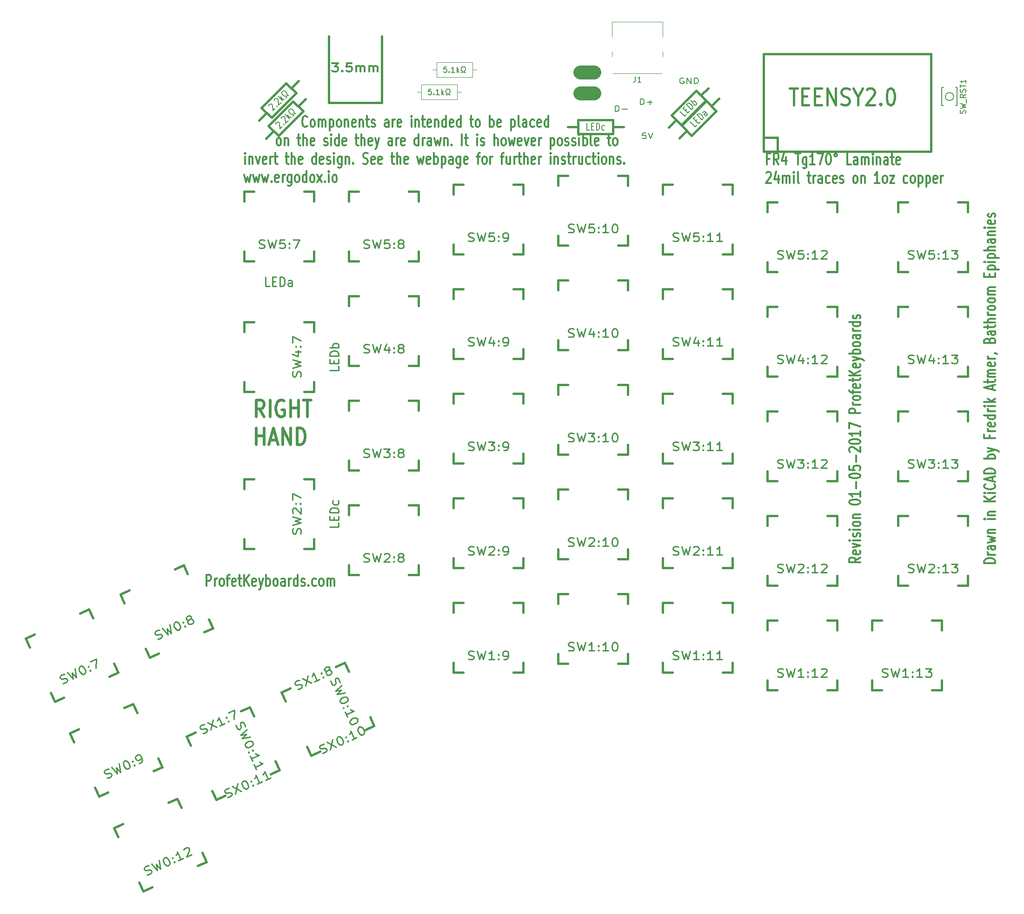
<source format=gto>
G04 #@! TF.GenerationSoftware,KiCad,Pcbnew,5.1.5+dfsg1-2build2*
G04 #@! TF.CreationDate,2020-10-19T17:35:12+03:00*
G04 #@! TF.ProjectId,ErgoDOX,4572676f-444f-4582-9e6b-696361645f70,rev?*
G04 #@! TF.SameCoordinates,Original*
G04 #@! TF.FileFunction,Legend,Top*
G04 #@! TF.FilePolarity,Positive*
%FSLAX46Y46*%
G04 Gerber Fmt 4.6, Leading zero omitted, Abs format (unit mm)*
G04 Created by KiCad (PCBNEW 5.1.5+dfsg1-2build2) date 2020-10-19 17:35:12*
%MOMM*%
%LPD*%
G04 APERTURE LIST*
%ADD10C,0.203200*%
%ADD11C,0.304800*%
%ADD12C,0.508000*%
%ADD13C,0.120000*%
%ADD14C,2.540000*%
%ADD15C,0.381000*%
%ADD16C,0.150000*%
%ADD17C,0.457200*%
%ADD18C,0.254000*%
G04 APERTURE END LIST*
D10*
X139204095Y-48084619D02*
X138599333Y-48084619D01*
X138538857Y-48568428D01*
X138599333Y-48520047D01*
X138720285Y-48471666D01*
X139022666Y-48471666D01*
X139143619Y-48520047D01*
X139204095Y-48568428D01*
X139264571Y-48665190D01*
X139264571Y-48907095D01*
X139204095Y-49003857D01*
X139143619Y-49052238D01*
X139022666Y-49100619D01*
X138720285Y-49100619D01*
X138599333Y-49052238D01*
X138538857Y-49003857D01*
X139627428Y-48084619D02*
X140050761Y-49100619D01*
X140474095Y-48084619D01*
X146098380Y-38100000D02*
X145977428Y-38051619D01*
X145796000Y-38051619D01*
X145614571Y-38100000D01*
X145493619Y-38196761D01*
X145433142Y-38293523D01*
X145372666Y-38487047D01*
X145372666Y-38632190D01*
X145433142Y-38825714D01*
X145493619Y-38922476D01*
X145614571Y-39019238D01*
X145796000Y-39067619D01*
X145916952Y-39067619D01*
X146098380Y-39019238D01*
X146158857Y-38970857D01*
X146158857Y-38632190D01*
X145916952Y-38632190D01*
X146703142Y-39067619D02*
X146703142Y-38051619D01*
X147428857Y-39067619D01*
X147428857Y-38051619D01*
X148033619Y-39067619D02*
X148033619Y-38051619D01*
X148336000Y-38051619D01*
X148517428Y-38100000D01*
X148638380Y-38196761D01*
X148698857Y-38293523D01*
X148759333Y-38487047D01*
X148759333Y-38632190D01*
X148698857Y-38825714D01*
X148638380Y-38922476D01*
X148517428Y-39019238D01*
X148336000Y-39067619D01*
X148033619Y-39067619D01*
D11*
X59212285Y-130619238D02*
X59212285Y-128587238D01*
X59792857Y-128587238D01*
X59937999Y-128684000D01*
X60010571Y-128780761D01*
X60083142Y-128974285D01*
X60083142Y-129264571D01*
X60010571Y-129458095D01*
X59937999Y-129554857D01*
X59792857Y-129651619D01*
X59212285Y-129651619D01*
X60736285Y-130619238D02*
X60736285Y-129264571D01*
X60736285Y-129651619D02*
X60808857Y-129458095D01*
X60881428Y-129361333D01*
X61026571Y-129264571D01*
X61171714Y-129264571D01*
X61897428Y-130619238D02*
X61752285Y-130522476D01*
X61679714Y-130425714D01*
X61607142Y-130232190D01*
X61607142Y-129651619D01*
X61679714Y-129458095D01*
X61752285Y-129361333D01*
X61897428Y-129264571D01*
X62115142Y-129264571D01*
X62260285Y-129361333D01*
X62332857Y-129458095D01*
X62405428Y-129651619D01*
X62405428Y-130232190D01*
X62332857Y-130425714D01*
X62260285Y-130522476D01*
X62115142Y-130619238D01*
X61897428Y-130619238D01*
X62840857Y-129264571D02*
X63421428Y-129264571D01*
X63058571Y-130619238D02*
X63058571Y-128877523D01*
X63131142Y-128684000D01*
X63276285Y-128587238D01*
X63421428Y-128587238D01*
X64510000Y-130522476D02*
X64364857Y-130619238D01*
X64074571Y-130619238D01*
X63929428Y-130522476D01*
X63856857Y-130328952D01*
X63856857Y-129554857D01*
X63929428Y-129361333D01*
X64074571Y-129264571D01*
X64364857Y-129264571D01*
X64510000Y-129361333D01*
X64582571Y-129554857D01*
X64582571Y-129748380D01*
X63856857Y-129941904D01*
X65018000Y-129264571D02*
X65598571Y-129264571D01*
X65235714Y-128587238D02*
X65235714Y-130328952D01*
X65308285Y-130522476D01*
X65453428Y-130619238D01*
X65598571Y-130619238D01*
X66106571Y-130619238D02*
X66106571Y-128587238D01*
X66977428Y-130619238D02*
X66324285Y-129458095D01*
X66977428Y-128587238D02*
X66106571Y-129748380D01*
X68211142Y-130522476D02*
X68066000Y-130619238D01*
X67775714Y-130619238D01*
X67630571Y-130522476D01*
X67558000Y-130328952D01*
X67558000Y-129554857D01*
X67630571Y-129361333D01*
X67775714Y-129264571D01*
X68066000Y-129264571D01*
X68211142Y-129361333D01*
X68283714Y-129554857D01*
X68283714Y-129748380D01*
X67558000Y-129941904D01*
X68791714Y-129264571D02*
X69154571Y-130619238D01*
X69517428Y-129264571D02*
X69154571Y-130619238D01*
X69009428Y-131103047D01*
X68936857Y-131199809D01*
X68791714Y-131296571D01*
X70098000Y-130619238D02*
X70098000Y-128587238D01*
X70098000Y-129361333D02*
X70243142Y-129264571D01*
X70533428Y-129264571D01*
X70678571Y-129361333D01*
X70751142Y-129458095D01*
X70823714Y-129651619D01*
X70823714Y-130232190D01*
X70751142Y-130425714D01*
X70678571Y-130522476D01*
X70533428Y-130619238D01*
X70243142Y-130619238D01*
X70098000Y-130522476D01*
X71694571Y-130619238D02*
X71549428Y-130522476D01*
X71476857Y-130425714D01*
X71404285Y-130232190D01*
X71404285Y-129651619D01*
X71476857Y-129458095D01*
X71549428Y-129361333D01*
X71694571Y-129264571D01*
X71912285Y-129264571D01*
X72057428Y-129361333D01*
X72130000Y-129458095D01*
X72202571Y-129651619D01*
X72202571Y-130232190D01*
X72130000Y-130425714D01*
X72057428Y-130522476D01*
X71912285Y-130619238D01*
X71694571Y-130619238D01*
X73508857Y-130619238D02*
X73508857Y-129554857D01*
X73436285Y-129361333D01*
X73291142Y-129264571D01*
X73000857Y-129264571D01*
X72855714Y-129361333D01*
X73508857Y-130522476D02*
X73363714Y-130619238D01*
X73000857Y-130619238D01*
X72855714Y-130522476D01*
X72783142Y-130328952D01*
X72783142Y-130135428D01*
X72855714Y-129941904D01*
X73000857Y-129845142D01*
X73363714Y-129845142D01*
X73508857Y-129748380D01*
X74234571Y-130619238D02*
X74234571Y-129264571D01*
X74234571Y-129651619D02*
X74307142Y-129458095D01*
X74379714Y-129361333D01*
X74524857Y-129264571D01*
X74670000Y-129264571D01*
X75831142Y-130619238D02*
X75831142Y-128587238D01*
X75831142Y-130522476D02*
X75686000Y-130619238D01*
X75395714Y-130619238D01*
X75250571Y-130522476D01*
X75178000Y-130425714D01*
X75105428Y-130232190D01*
X75105428Y-129651619D01*
X75178000Y-129458095D01*
X75250571Y-129361333D01*
X75395714Y-129264571D01*
X75686000Y-129264571D01*
X75831142Y-129361333D01*
X76484285Y-130522476D02*
X76629428Y-130619238D01*
X76919714Y-130619238D01*
X77064857Y-130522476D01*
X77137428Y-130328952D01*
X77137428Y-130232190D01*
X77064857Y-130038666D01*
X76919714Y-129941904D01*
X76702000Y-129941904D01*
X76556857Y-129845142D01*
X76484285Y-129651619D01*
X76484285Y-129554857D01*
X76556857Y-129361333D01*
X76702000Y-129264571D01*
X76919714Y-129264571D01*
X77064857Y-129361333D01*
X77790571Y-130425714D02*
X77863142Y-130522476D01*
X77790571Y-130619238D01*
X77718000Y-130522476D01*
X77790571Y-130425714D01*
X77790571Y-130619238D01*
X79169428Y-130522476D02*
X79024285Y-130619238D01*
X78734000Y-130619238D01*
X78588857Y-130522476D01*
X78516285Y-130425714D01*
X78443714Y-130232190D01*
X78443714Y-129651619D01*
X78516285Y-129458095D01*
X78588857Y-129361333D01*
X78734000Y-129264571D01*
X79024285Y-129264571D01*
X79169428Y-129361333D01*
X80040285Y-130619238D02*
X79895142Y-130522476D01*
X79822571Y-130425714D01*
X79750000Y-130232190D01*
X79750000Y-129651619D01*
X79822571Y-129458095D01*
X79895142Y-129361333D01*
X80040285Y-129264571D01*
X80258000Y-129264571D01*
X80403142Y-129361333D01*
X80475714Y-129458095D01*
X80548285Y-129651619D01*
X80548285Y-130232190D01*
X80475714Y-130425714D01*
X80403142Y-130522476D01*
X80258000Y-130619238D01*
X80040285Y-130619238D01*
X81201428Y-130619238D02*
X81201428Y-129264571D01*
X81201428Y-129458095D02*
X81274000Y-129361333D01*
X81419142Y-129264571D01*
X81636857Y-129264571D01*
X81782000Y-129361333D01*
X81854571Y-129554857D01*
X81854571Y-130619238D01*
X81854571Y-129554857D02*
X81927142Y-129361333D01*
X82072285Y-129264571D01*
X82290000Y-129264571D01*
X82435142Y-129361333D01*
X82507714Y-129554857D01*
X82507714Y-130619238D01*
X178279238Y-125428165D02*
X177311619Y-125936165D01*
X178279238Y-126299022D02*
X176247238Y-126299022D01*
X176247238Y-125718451D01*
X176344000Y-125573308D01*
X176440761Y-125500737D01*
X176634285Y-125428165D01*
X176924571Y-125428165D01*
X177118095Y-125500737D01*
X177214857Y-125573308D01*
X177311619Y-125718451D01*
X177311619Y-126299022D01*
X178182476Y-124194451D02*
X178279238Y-124339594D01*
X178279238Y-124629880D01*
X178182476Y-124775022D01*
X177988952Y-124847594D01*
X177214857Y-124847594D01*
X177021333Y-124775022D01*
X176924571Y-124629880D01*
X176924571Y-124339594D01*
X177021333Y-124194451D01*
X177214857Y-124121880D01*
X177408380Y-124121880D01*
X177601904Y-124847594D01*
X176924571Y-123613880D02*
X178279238Y-123251022D01*
X176924571Y-122888165D01*
X178279238Y-122307594D02*
X176924571Y-122307594D01*
X176247238Y-122307594D02*
X176344000Y-122380165D01*
X176440761Y-122307594D01*
X176344000Y-122235022D01*
X176247238Y-122307594D01*
X176440761Y-122307594D01*
X178182476Y-121654451D02*
X178279238Y-121509308D01*
X178279238Y-121219022D01*
X178182476Y-121073880D01*
X177988952Y-121001308D01*
X177892190Y-121001308D01*
X177698666Y-121073880D01*
X177601904Y-121219022D01*
X177601904Y-121436737D01*
X177505142Y-121581880D01*
X177311619Y-121654451D01*
X177214857Y-121654451D01*
X177021333Y-121581880D01*
X176924571Y-121436737D01*
X176924571Y-121219022D01*
X177021333Y-121073880D01*
X178279238Y-120348165D02*
X176924571Y-120348165D01*
X176247238Y-120348165D02*
X176344000Y-120420737D01*
X176440761Y-120348165D01*
X176344000Y-120275594D01*
X176247238Y-120348165D01*
X176440761Y-120348165D01*
X178279238Y-119404737D02*
X178182476Y-119549880D01*
X178085714Y-119622451D01*
X177892190Y-119695022D01*
X177311619Y-119695022D01*
X177118095Y-119622451D01*
X177021333Y-119549880D01*
X176924571Y-119404737D01*
X176924571Y-119187022D01*
X177021333Y-119041880D01*
X177118095Y-118969308D01*
X177311619Y-118896737D01*
X177892190Y-118896737D01*
X178085714Y-118969308D01*
X178182476Y-119041880D01*
X178279238Y-119187022D01*
X178279238Y-119404737D01*
X176924571Y-118243594D02*
X178279238Y-118243594D01*
X177118095Y-118243594D02*
X177021333Y-118171022D01*
X176924571Y-118025880D01*
X176924571Y-117808165D01*
X177021333Y-117663022D01*
X177214857Y-117590451D01*
X178279238Y-117590451D01*
X176247238Y-115413308D02*
X176247238Y-115268165D01*
X176344000Y-115123022D01*
X176440761Y-115050451D01*
X176634285Y-114977880D01*
X177021333Y-114905308D01*
X177505142Y-114905308D01*
X177892190Y-114977880D01*
X178085714Y-115050451D01*
X178182476Y-115123022D01*
X178279238Y-115268165D01*
X178279238Y-115413308D01*
X178182476Y-115558451D01*
X178085714Y-115631022D01*
X177892190Y-115703594D01*
X177505142Y-115776165D01*
X177021333Y-115776165D01*
X176634285Y-115703594D01*
X176440761Y-115631022D01*
X176344000Y-115558451D01*
X176247238Y-115413308D01*
X178279238Y-113453880D02*
X178279238Y-114324737D01*
X178279238Y-113889308D02*
X176247238Y-113889308D01*
X176537523Y-114034451D01*
X176731047Y-114179594D01*
X176827809Y-114324737D01*
X177505142Y-112800737D02*
X177505142Y-111639594D01*
X176247238Y-110623594D02*
X176247238Y-110478451D01*
X176344000Y-110333308D01*
X176440761Y-110260737D01*
X176634285Y-110188165D01*
X177021333Y-110115594D01*
X177505142Y-110115594D01*
X177892190Y-110188165D01*
X178085714Y-110260737D01*
X178182476Y-110333308D01*
X178279238Y-110478451D01*
X178279238Y-110623594D01*
X178182476Y-110768737D01*
X178085714Y-110841308D01*
X177892190Y-110913880D01*
X177505142Y-110986451D01*
X177021333Y-110986451D01*
X176634285Y-110913880D01*
X176440761Y-110841308D01*
X176344000Y-110768737D01*
X176247238Y-110623594D01*
X176247238Y-108736737D02*
X176247238Y-109462451D01*
X177214857Y-109535022D01*
X177118095Y-109462451D01*
X177021333Y-109317308D01*
X177021333Y-108954451D01*
X177118095Y-108809308D01*
X177214857Y-108736737D01*
X177408380Y-108664165D01*
X177892190Y-108664165D01*
X178085714Y-108736737D01*
X178182476Y-108809308D01*
X178279238Y-108954451D01*
X178279238Y-109317308D01*
X178182476Y-109462451D01*
X178085714Y-109535022D01*
X177505142Y-108011022D02*
X177505142Y-106849880D01*
X176440761Y-106196737D02*
X176344000Y-106124165D01*
X176247238Y-105979022D01*
X176247238Y-105616165D01*
X176344000Y-105471022D01*
X176440761Y-105398451D01*
X176634285Y-105325880D01*
X176827809Y-105325880D01*
X177118095Y-105398451D01*
X178279238Y-106269308D01*
X178279238Y-105325880D01*
X176247238Y-104382451D02*
X176247238Y-104237308D01*
X176344000Y-104092165D01*
X176440761Y-104019594D01*
X176634285Y-103947022D01*
X177021333Y-103874451D01*
X177505142Y-103874451D01*
X177892190Y-103947022D01*
X178085714Y-104019594D01*
X178182476Y-104092165D01*
X178279238Y-104237308D01*
X178279238Y-104382451D01*
X178182476Y-104527594D01*
X178085714Y-104600165D01*
X177892190Y-104672737D01*
X177505142Y-104745308D01*
X177021333Y-104745308D01*
X176634285Y-104672737D01*
X176440761Y-104600165D01*
X176344000Y-104527594D01*
X176247238Y-104382451D01*
X178279238Y-102423022D02*
X178279238Y-103293880D01*
X178279238Y-102858451D02*
X176247238Y-102858451D01*
X176537523Y-103003594D01*
X176731047Y-103148737D01*
X176827809Y-103293880D01*
X176247238Y-101915022D02*
X176247238Y-100899022D01*
X178279238Y-101552165D01*
X178279238Y-99157308D02*
X176247238Y-99157308D01*
X176247238Y-98576737D01*
X176344000Y-98431594D01*
X176440761Y-98359022D01*
X176634285Y-98286451D01*
X176924571Y-98286451D01*
X177118095Y-98359022D01*
X177214857Y-98431594D01*
X177311619Y-98576737D01*
X177311619Y-99157308D01*
X178279238Y-97633308D02*
X176924571Y-97633308D01*
X177311619Y-97633308D02*
X177118095Y-97560737D01*
X177021333Y-97488165D01*
X176924571Y-97343022D01*
X176924571Y-97197880D01*
X178279238Y-96472165D02*
X178182476Y-96617308D01*
X178085714Y-96689880D01*
X177892190Y-96762451D01*
X177311619Y-96762451D01*
X177118095Y-96689880D01*
X177021333Y-96617308D01*
X176924571Y-96472165D01*
X176924571Y-96254451D01*
X177021333Y-96109308D01*
X177118095Y-96036737D01*
X177311619Y-95964165D01*
X177892190Y-95964165D01*
X178085714Y-96036737D01*
X178182476Y-96109308D01*
X178279238Y-96254451D01*
X178279238Y-96472165D01*
X176924571Y-95528737D02*
X176924571Y-94948165D01*
X178279238Y-95311022D02*
X176537523Y-95311022D01*
X176344000Y-95238451D01*
X176247238Y-95093308D01*
X176247238Y-94948165D01*
X178182476Y-93859594D02*
X178279238Y-94004737D01*
X178279238Y-94295022D01*
X178182476Y-94440165D01*
X177988952Y-94512737D01*
X177214857Y-94512737D01*
X177021333Y-94440165D01*
X176924571Y-94295022D01*
X176924571Y-94004737D01*
X177021333Y-93859594D01*
X177214857Y-93787022D01*
X177408380Y-93787022D01*
X177601904Y-94512737D01*
X176924571Y-93351594D02*
X176924571Y-92771022D01*
X176247238Y-93133880D02*
X177988952Y-93133880D01*
X178182476Y-93061308D01*
X178279238Y-92916165D01*
X178279238Y-92771022D01*
X178279238Y-92263022D02*
X176247238Y-92263022D01*
X178279238Y-91392165D02*
X177118095Y-92045308D01*
X176247238Y-91392165D02*
X177408380Y-92263022D01*
X178182476Y-90158451D02*
X178279238Y-90303594D01*
X178279238Y-90593880D01*
X178182476Y-90739022D01*
X177988952Y-90811594D01*
X177214857Y-90811594D01*
X177021333Y-90739022D01*
X176924571Y-90593880D01*
X176924571Y-90303594D01*
X177021333Y-90158451D01*
X177214857Y-90085880D01*
X177408380Y-90085880D01*
X177601904Y-90811594D01*
X176924571Y-89577880D02*
X178279238Y-89215022D01*
X176924571Y-88852165D02*
X178279238Y-89215022D01*
X178763047Y-89360165D01*
X178859809Y-89432737D01*
X178956571Y-89577880D01*
X178279238Y-88271594D02*
X176247238Y-88271594D01*
X177021333Y-88271594D02*
X176924571Y-88126451D01*
X176924571Y-87836165D01*
X177021333Y-87691022D01*
X177118095Y-87618451D01*
X177311619Y-87545880D01*
X177892190Y-87545880D01*
X178085714Y-87618451D01*
X178182476Y-87691022D01*
X178279238Y-87836165D01*
X178279238Y-88126451D01*
X178182476Y-88271594D01*
X178279238Y-86675022D02*
X178182476Y-86820165D01*
X178085714Y-86892737D01*
X177892190Y-86965308D01*
X177311619Y-86965308D01*
X177118095Y-86892737D01*
X177021333Y-86820165D01*
X176924571Y-86675022D01*
X176924571Y-86457308D01*
X177021333Y-86312165D01*
X177118095Y-86239594D01*
X177311619Y-86167022D01*
X177892190Y-86167022D01*
X178085714Y-86239594D01*
X178182476Y-86312165D01*
X178279238Y-86457308D01*
X178279238Y-86675022D01*
X178279238Y-84860737D02*
X177214857Y-84860737D01*
X177021333Y-84933308D01*
X176924571Y-85078451D01*
X176924571Y-85368737D01*
X177021333Y-85513880D01*
X178182476Y-84860737D02*
X178279238Y-85005880D01*
X178279238Y-85368737D01*
X178182476Y-85513880D01*
X177988952Y-85586451D01*
X177795428Y-85586451D01*
X177601904Y-85513880D01*
X177505142Y-85368737D01*
X177505142Y-85005880D01*
X177408380Y-84860737D01*
X178279238Y-84135022D02*
X176924571Y-84135022D01*
X177311619Y-84135022D02*
X177118095Y-84062451D01*
X177021333Y-83989880D01*
X176924571Y-83844737D01*
X176924571Y-83699594D01*
X178279238Y-82538451D02*
X176247238Y-82538451D01*
X178182476Y-82538451D02*
X178279238Y-82683594D01*
X178279238Y-82973880D01*
X178182476Y-83119022D01*
X178085714Y-83191594D01*
X177892190Y-83264165D01*
X177311619Y-83264165D01*
X177118095Y-83191594D01*
X177021333Y-83119022D01*
X176924571Y-82973880D01*
X176924571Y-82683594D01*
X177021333Y-82538451D01*
X178182476Y-81885308D02*
X178279238Y-81740165D01*
X178279238Y-81449880D01*
X178182476Y-81304737D01*
X177988952Y-81232165D01*
X177892190Y-81232165D01*
X177698666Y-81304737D01*
X177601904Y-81449880D01*
X177601904Y-81667594D01*
X177505142Y-81812737D01*
X177311619Y-81885308D01*
X177214857Y-81885308D01*
X177021333Y-81812737D01*
X176924571Y-81667594D01*
X176924571Y-81449880D01*
X177021333Y-81304737D01*
D10*
X138200190Y-42877619D02*
X138200190Y-41861619D01*
X138502571Y-41861619D01*
X138684000Y-41910000D01*
X138804952Y-42006761D01*
X138865428Y-42103523D01*
X138925904Y-42297047D01*
X138925904Y-42442190D01*
X138865428Y-42635714D01*
X138804952Y-42732476D01*
X138684000Y-42829238D01*
X138502571Y-42877619D01*
X138200190Y-42877619D01*
X139470190Y-42490571D02*
X140437809Y-42490571D01*
X139954000Y-42877619D02*
X139954000Y-42103523D01*
X133628190Y-44147619D02*
X133628190Y-43131619D01*
X133930571Y-43131619D01*
X134112000Y-43180000D01*
X134232952Y-43276761D01*
X134293428Y-43373523D01*
X134353904Y-43567047D01*
X134353904Y-43712190D01*
X134293428Y-43905714D01*
X134232952Y-44002476D01*
X134112000Y-44099238D01*
X133930571Y-44147619D01*
X133628190Y-44147619D01*
X134898190Y-43760571D02*
X135865809Y-43760571D01*
D11*
X77582120Y-46816514D02*
X77509548Y-46913276D01*
X77291834Y-47010038D01*
X77146691Y-47010038D01*
X76928977Y-46913276D01*
X76783834Y-46719752D01*
X76711262Y-46526228D01*
X76638691Y-46139180D01*
X76638691Y-45848895D01*
X76711262Y-45461847D01*
X76783834Y-45268323D01*
X76928977Y-45074800D01*
X77146691Y-44978038D01*
X77291834Y-44978038D01*
X77509548Y-45074800D01*
X77582120Y-45171561D01*
X78452977Y-47010038D02*
X78307834Y-46913276D01*
X78235262Y-46816514D01*
X78162691Y-46622990D01*
X78162691Y-46042419D01*
X78235262Y-45848895D01*
X78307834Y-45752133D01*
X78452977Y-45655371D01*
X78670691Y-45655371D01*
X78815834Y-45752133D01*
X78888405Y-45848895D01*
X78960977Y-46042419D01*
X78960977Y-46622990D01*
X78888405Y-46816514D01*
X78815834Y-46913276D01*
X78670691Y-47010038D01*
X78452977Y-47010038D01*
X79614120Y-47010038D02*
X79614120Y-45655371D01*
X79614120Y-45848895D02*
X79686691Y-45752133D01*
X79831834Y-45655371D01*
X80049548Y-45655371D01*
X80194691Y-45752133D01*
X80267262Y-45945657D01*
X80267262Y-47010038D01*
X80267262Y-45945657D02*
X80339834Y-45752133D01*
X80484977Y-45655371D01*
X80702691Y-45655371D01*
X80847834Y-45752133D01*
X80920405Y-45945657D01*
X80920405Y-47010038D01*
X81646120Y-45655371D02*
X81646120Y-47687371D01*
X81646120Y-45752133D02*
X81791262Y-45655371D01*
X82081548Y-45655371D01*
X82226691Y-45752133D01*
X82299262Y-45848895D01*
X82371834Y-46042419D01*
X82371834Y-46622990D01*
X82299262Y-46816514D01*
X82226691Y-46913276D01*
X82081548Y-47010038D01*
X81791262Y-47010038D01*
X81646120Y-46913276D01*
X83242691Y-47010038D02*
X83097548Y-46913276D01*
X83024977Y-46816514D01*
X82952405Y-46622990D01*
X82952405Y-46042419D01*
X83024977Y-45848895D01*
X83097548Y-45752133D01*
X83242691Y-45655371D01*
X83460405Y-45655371D01*
X83605548Y-45752133D01*
X83678120Y-45848895D01*
X83750691Y-46042419D01*
X83750691Y-46622990D01*
X83678120Y-46816514D01*
X83605548Y-46913276D01*
X83460405Y-47010038D01*
X83242691Y-47010038D01*
X84403834Y-45655371D02*
X84403834Y-47010038D01*
X84403834Y-45848895D02*
X84476405Y-45752133D01*
X84621548Y-45655371D01*
X84839262Y-45655371D01*
X84984405Y-45752133D01*
X85056977Y-45945657D01*
X85056977Y-47010038D01*
X86363262Y-46913276D02*
X86218120Y-47010038D01*
X85927834Y-47010038D01*
X85782691Y-46913276D01*
X85710120Y-46719752D01*
X85710120Y-45945657D01*
X85782691Y-45752133D01*
X85927834Y-45655371D01*
X86218120Y-45655371D01*
X86363262Y-45752133D01*
X86435834Y-45945657D01*
X86435834Y-46139180D01*
X85710120Y-46332704D01*
X87088977Y-45655371D02*
X87088977Y-47010038D01*
X87088977Y-45848895D02*
X87161548Y-45752133D01*
X87306691Y-45655371D01*
X87524405Y-45655371D01*
X87669548Y-45752133D01*
X87742120Y-45945657D01*
X87742120Y-47010038D01*
X88250120Y-45655371D02*
X88830691Y-45655371D01*
X88467834Y-44978038D02*
X88467834Y-46719752D01*
X88540405Y-46913276D01*
X88685548Y-47010038D01*
X88830691Y-47010038D01*
X89266119Y-46913276D02*
X89411262Y-47010038D01*
X89701548Y-47010038D01*
X89846691Y-46913276D01*
X89919262Y-46719752D01*
X89919262Y-46622990D01*
X89846691Y-46429466D01*
X89701548Y-46332704D01*
X89483834Y-46332704D01*
X89338691Y-46235942D01*
X89266119Y-46042419D01*
X89266119Y-45945657D01*
X89338691Y-45752133D01*
X89483834Y-45655371D01*
X89701548Y-45655371D01*
X89846691Y-45752133D01*
X92386691Y-47010038D02*
X92386691Y-45945657D01*
X92314120Y-45752133D01*
X92168977Y-45655371D01*
X91878691Y-45655371D01*
X91733548Y-45752133D01*
X92386691Y-46913276D02*
X92241548Y-47010038D01*
X91878691Y-47010038D01*
X91733548Y-46913276D01*
X91660977Y-46719752D01*
X91660977Y-46526228D01*
X91733548Y-46332704D01*
X91878691Y-46235942D01*
X92241548Y-46235942D01*
X92386691Y-46139180D01*
X93112405Y-47010038D02*
X93112405Y-45655371D01*
X93112405Y-46042419D02*
X93184977Y-45848895D01*
X93257548Y-45752133D01*
X93402691Y-45655371D01*
X93547834Y-45655371D01*
X94636405Y-46913276D02*
X94491262Y-47010038D01*
X94200977Y-47010038D01*
X94055834Y-46913276D01*
X93983262Y-46719752D01*
X93983262Y-45945657D01*
X94055834Y-45752133D01*
X94200977Y-45655371D01*
X94491262Y-45655371D01*
X94636405Y-45752133D01*
X94708977Y-45945657D01*
X94708977Y-46139180D01*
X93983262Y-46332704D01*
X96523262Y-47010038D02*
X96523262Y-45655371D01*
X96523262Y-44978038D02*
X96450691Y-45074800D01*
X96523262Y-45171561D01*
X96595834Y-45074800D01*
X96523262Y-44978038D01*
X96523262Y-45171561D01*
X97248977Y-45655371D02*
X97248977Y-47010038D01*
X97248977Y-45848895D02*
X97321548Y-45752133D01*
X97466691Y-45655371D01*
X97684405Y-45655371D01*
X97829548Y-45752133D01*
X97902120Y-45945657D01*
X97902120Y-47010038D01*
X98410120Y-45655371D02*
X98990691Y-45655371D01*
X98627834Y-44978038D02*
X98627834Y-46719752D01*
X98700405Y-46913276D01*
X98845548Y-47010038D01*
X98990691Y-47010038D01*
X100079262Y-46913276D02*
X99934120Y-47010038D01*
X99643834Y-47010038D01*
X99498691Y-46913276D01*
X99426119Y-46719752D01*
X99426119Y-45945657D01*
X99498691Y-45752133D01*
X99643834Y-45655371D01*
X99934120Y-45655371D01*
X100079262Y-45752133D01*
X100151834Y-45945657D01*
X100151834Y-46139180D01*
X99426119Y-46332704D01*
X100804977Y-45655371D02*
X100804977Y-47010038D01*
X100804977Y-45848895D02*
X100877548Y-45752133D01*
X101022691Y-45655371D01*
X101240405Y-45655371D01*
X101385548Y-45752133D01*
X101458120Y-45945657D01*
X101458120Y-47010038D01*
X102836977Y-47010038D02*
X102836977Y-44978038D01*
X102836977Y-46913276D02*
X102691834Y-47010038D01*
X102401548Y-47010038D01*
X102256405Y-46913276D01*
X102183834Y-46816514D01*
X102111262Y-46622990D01*
X102111262Y-46042419D01*
X102183834Y-45848895D01*
X102256405Y-45752133D01*
X102401548Y-45655371D01*
X102691834Y-45655371D01*
X102836977Y-45752133D01*
X104143262Y-46913276D02*
X103998120Y-47010038D01*
X103707834Y-47010038D01*
X103562691Y-46913276D01*
X103490120Y-46719752D01*
X103490120Y-45945657D01*
X103562691Y-45752133D01*
X103707834Y-45655371D01*
X103998120Y-45655371D01*
X104143262Y-45752133D01*
X104215834Y-45945657D01*
X104215834Y-46139180D01*
X103490120Y-46332704D01*
X105522120Y-47010038D02*
X105522120Y-44978038D01*
X105522120Y-46913276D02*
X105376977Y-47010038D01*
X105086691Y-47010038D01*
X104941548Y-46913276D01*
X104868977Y-46816514D01*
X104796405Y-46622990D01*
X104796405Y-46042419D01*
X104868977Y-45848895D01*
X104941548Y-45752133D01*
X105086691Y-45655371D01*
X105376977Y-45655371D01*
X105522120Y-45752133D01*
X107191262Y-45655371D02*
X107771834Y-45655371D01*
X107408977Y-44978038D02*
X107408977Y-46719752D01*
X107481548Y-46913276D01*
X107626691Y-47010038D01*
X107771834Y-47010038D01*
X108497548Y-47010038D02*
X108352405Y-46913276D01*
X108279834Y-46816514D01*
X108207262Y-46622990D01*
X108207262Y-46042419D01*
X108279834Y-45848895D01*
X108352405Y-45752133D01*
X108497548Y-45655371D01*
X108715262Y-45655371D01*
X108860405Y-45752133D01*
X108932977Y-45848895D01*
X109005548Y-46042419D01*
X109005548Y-46622990D01*
X108932977Y-46816514D01*
X108860405Y-46913276D01*
X108715262Y-47010038D01*
X108497548Y-47010038D01*
X110819834Y-47010038D02*
X110819834Y-44978038D01*
X110819834Y-45752133D02*
X110964977Y-45655371D01*
X111255262Y-45655371D01*
X111400405Y-45752133D01*
X111472977Y-45848895D01*
X111545548Y-46042419D01*
X111545548Y-46622990D01*
X111472977Y-46816514D01*
X111400405Y-46913276D01*
X111255262Y-47010038D01*
X110964977Y-47010038D01*
X110819834Y-46913276D01*
X112779262Y-46913276D02*
X112634120Y-47010038D01*
X112343834Y-47010038D01*
X112198691Y-46913276D01*
X112126120Y-46719752D01*
X112126120Y-45945657D01*
X112198691Y-45752133D01*
X112343834Y-45655371D01*
X112634120Y-45655371D01*
X112779262Y-45752133D01*
X112851834Y-45945657D01*
X112851834Y-46139180D01*
X112126120Y-46332704D01*
X114666120Y-45655371D02*
X114666120Y-47687371D01*
X114666120Y-45752133D02*
X114811262Y-45655371D01*
X115101548Y-45655371D01*
X115246691Y-45752133D01*
X115319262Y-45848895D01*
X115391834Y-46042419D01*
X115391834Y-46622990D01*
X115319262Y-46816514D01*
X115246691Y-46913276D01*
X115101548Y-47010038D01*
X114811262Y-47010038D01*
X114666120Y-46913276D01*
X116262691Y-47010038D02*
X116117548Y-46913276D01*
X116044977Y-46719752D01*
X116044977Y-44978038D01*
X117496405Y-47010038D02*
X117496405Y-45945657D01*
X117423834Y-45752133D01*
X117278691Y-45655371D01*
X116988405Y-45655371D01*
X116843262Y-45752133D01*
X117496405Y-46913276D02*
X117351262Y-47010038D01*
X116988405Y-47010038D01*
X116843262Y-46913276D01*
X116770691Y-46719752D01*
X116770691Y-46526228D01*
X116843262Y-46332704D01*
X116988405Y-46235942D01*
X117351262Y-46235942D01*
X117496405Y-46139180D01*
X118875262Y-46913276D02*
X118730120Y-47010038D01*
X118439834Y-47010038D01*
X118294691Y-46913276D01*
X118222120Y-46816514D01*
X118149548Y-46622990D01*
X118149548Y-46042419D01*
X118222120Y-45848895D01*
X118294691Y-45752133D01*
X118439834Y-45655371D01*
X118730120Y-45655371D01*
X118875262Y-45752133D01*
X120108977Y-46913276D02*
X119963834Y-47010038D01*
X119673548Y-47010038D01*
X119528405Y-46913276D01*
X119455834Y-46719752D01*
X119455834Y-45945657D01*
X119528405Y-45752133D01*
X119673548Y-45655371D01*
X119963834Y-45655371D01*
X120108977Y-45752133D01*
X120181548Y-45945657D01*
X120181548Y-46139180D01*
X119455834Y-46332704D01*
X121487834Y-47010038D02*
X121487834Y-44978038D01*
X121487834Y-46913276D02*
X121342691Y-47010038D01*
X121052405Y-47010038D01*
X120907262Y-46913276D01*
X120834691Y-46816514D01*
X120762120Y-46622990D01*
X120762120Y-46042419D01*
X120834691Y-45848895D01*
X120907262Y-45752133D01*
X121052405Y-45655371D01*
X121342691Y-45655371D01*
X121487834Y-45752133D01*
X72284405Y-50362838D02*
X72139262Y-50266076D01*
X72066691Y-50169314D01*
X71994120Y-49975790D01*
X71994120Y-49395219D01*
X72066691Y-49201695D01*
X72139262Y-49104933D01*
X72284405Y-49008171D01*
X72502120Y-49008171D01*
X72647262Y-49104933D01*
X72719834Y-49201695D01*
X72792405Y-49395219D01*
X72792405Y-49975790D01*
X72719834Y-50169314D01*
X72647262Y-50266076D01*
X72502120Y-50362838D01*
X72284405Y-50362838D01*
X73445548Y-49008171D02*
X73445548Y-50362838D01*
X73445548Y-49201695D02*
X73518120Y-49104933D01*
X73663262Y-49008171D01*
X73880977Y-49008171D01*
X74026120Y-49104933D01*
X74098691Y-49298457D01*
X74098691Y-50362838D01*
X75767834Y-49008171D02*
X76348405Y-49008171D01*
X75985548Y-48330838D02*
X75985548Y-50072552D01*
X76058120Y-50266076D01*
X76203262Y-50362838D01*
X76348405Y-50362838D01*
X76856405Y-50362838D02*
X76856405Y-48330838D01*
X77509548Y-50362838D02*
X77509548Y-49298457D01*
X77436977Y-49104933D01*
X77291834Y-49008171D01*
X77074120Y-49008171D01*
X76928977Y-49104933D01*
X76856405Y-49201695D01*
X78815834Y-50266076D02*
X78670691Y-50362838D01*
X78380405Y-50362838D01*
X78235262Y-50266076D01*
X78162691Y-50072552D01*
X78162691Y-49298457D01*
X78235262Y-49104933D01*
X78380405Y-49008171D01*
X78670691Y-49008171D01*
X78815834Y-49104933D01*
X78888405Y-49298457D01*
X78888405Y-49491980D01*
X78162691Y-49685504D01*
X80630120Y-50266076D02*
X80775262Y-50362838D01*
X81065548Y-50362838D01*
X81210691Y-50266076D01*
X81283262Y-50072552D01*
X81283262Y-49975790D01*
X81210691Y-49782266D01*
X81065548Y-49685504D01*
X80847834Y-49685504D01*
X80702691Y-49588742D01*
X80630120Y-49395219D01*
X80630120Y-49298457D01*
X80702691Y-49104933D01*
X80847834Y-49008171D01*
X81065548Y-49008171D01*
X81210691Y-49104933D01*
X81936405Y-50362838D02*
X81936405Y-49008171D01*
X81936405Y-48330838D02*
X81863834Y-48427600D01*
X81936405Y-48524361D01*
X82008977Y-48427600D01*
X81936405Y-48330838D01*
X81936405Y-48524361D01*
X83315262Y-50362838D02*
X83315262Y-48330838D01*
X83315262Y-50266076D02*
X83170120Y-50362838D01*
X82879834Y-50362838D01*
X82734691Y-50266076D01*
X82662120Y-50169314D01*
X82589548Y-49975790D01*
X82589548Y-49395219D01*
X82662120Y-49201695D01*
X82734691Y-49104933D01*
X82879834Y-49008171D01*
X83170120Y-49008171D01*
X83315262Y-49104933D01*
X84621548Y-50266076D02*
X84476405Y-50362838D01*
X84186120Y-50362838D01*
X84040977Y-50266076D01*
X83968405Y-50072552D01*
X83968405Y-49298457D01*
X84040977Y-49104933D01*
X84186120Y-49008171D01*
X84476405Y-49008171D01*
X84621548Y-49104933D01*
X84694120Y-49298457D01*
X84694120Y-49491980D01*
X83968405Y-49685504D01*
X86290691Y-49008171D02*
X86871262Y-49008171D01*
X86508405Y-48330838D02*
X86508405Y-50072552D01*
X86580977Y-50266076D01*
X86726120Y-50362838D01*
X86871262Y-50362838D01*
X87379262Y-50362838D02*
X87379262Y-48330838D01*
X88032405Y-50362838D02*
X88032405Y-49298457D01*
X87959834Y-49104933D01*
X87814691Y-49008171D01*
X87596977Y-49008171D01*
X87451834Y-49104933D01*
X87379262Y-49201695D01*
X89338691Y-50266076D02*
X89193548Y-50362838D01*
X88903262Y-50362838D01*
X88758120Y-50266076D01*
X88685548Y-50072552D01*
X88685548Y-49298457D01*
X88758120Y-49104933D01*
X88903262Y-49008171D01*
X89193548Y-49008171D01*
X89338691Y-49104933D01*
X89411262Y-49298457D01*
X89411262Y-49491980D01*
X88685548Y-49685504D01*
X89919262Y-49008171D02*
X90282120Y-50362838D01*
X90644977Y-49008171D02*
X90282120Y-50362838D01*
X90136977Y-50846647D01*
X90064405Y-50943409D01*
X89919262Y-51040171D01*
X93039834Y-50362838D02*
X93039834Y-49298457D01*
X92967262Y-49104933D01*
X92822120Y-49008171D01*
X92531834Y-49008171D01*
X92386691Y-49104933D01*
X93039834Y-50266076D02*
X92894691Y-50362838D01*
X92531834Y-50362838D01*
X92386691Y-50266076D01*
X92314120Y-50072552D01*
X92314120Y-49879028D01*
X92386691Y-49685504D01*
X92531834Y-49588742D01*
X92894691Y-49588742D01*
X93039834Y-49491980D01*
X93765548Y-50362838D02*
X93765548Y-49008171D01*
X93765548Y-49395219D02*
X93838120Y-49201695D01*
X93910691Y-49104933D01*
X94055834Y-49008171D01*
X94200977Y-49008171D01*
X95289548Y-50266076D02*
X95144405Y-50362838D01*
X94854120Y-50362838D01*
X94708977Y-50266076D01*
X94636405Y-50072552D01*
X94636405Y-49298457D01*
X94708977Y-49104933D01*
X94854120Y-49008171D01*
X95144405Y-49008171D01*
X95289548Y-49104933D01*
X95362120Y-49298457D01*
X95362120Y-49491980D01*
X94636405Y-49685504D01*
X97829548Y-50362838D02*
X97829548Y-48330838D01*
X97829548Y-50266076D02*
X97684405Y-50362838D01*
X97394120Y-50362838D01*
X97248977Y-50266076D01*
X97176405Y-50169314D01*
X97103834Y-49975790D01*
X97103834Y-49395219D01*
X97176405Y-49201695D01*
X97248977Y-49104933D01*
X97394120Y-49008171D01*
X97684405Y-49008171D01*
X97829548Y-49104933D01*
X98555262Y-50362838D02*
X98555262Y-49008171D01*
X98555262Y-49395219D02*
X98627834Y-49201695D01*
X98700405Y-49104933D01*
X98845548Y-49008171D01*
X98990691Y-49008171D01*
X100151834Y-50362838D02*
X100151834Y-49298457D01*
X100079262Y-49104933D01*
X99934120Y-49008171D01*
X99643834Y-49008171D01*
X99498691Y-49104933D01*
X100151834Y-50266076D02*
X100006691Y-50362838D01*
X99643834Y-50362838D01*
X99498691Y-50266076D01*
X99426119Y-50072552D01*
X99426119Y-49879028D01*
X99498691Y-49685504D01*
X99643834Y-49588742D01*
X100006691Y-49588742D01*
X100151834Y-49491980D01*
X100732405Y-49008171D02*
X101022691Y-50362838D01*
X101312977Y-49395219D01*
X101603262Y-50362838D01*
X101893548Y-49008171D01*
X102474119Y-49008171D02*
X102474119Y-50362838D01*
X102474119Y-49201695D02*
X102546691Y-49104933D01*
X102691834Y-49008171D01*
X102909548Y-49008171D01*
X103054691Y-49104933D01*
X103127262Y-49298457D01*
X103127262Y-50362838D01*
X103852977Y-50169314D02*
X103925548Y-50266076D01*
X103852977Y-50362838D01*
X103780405Y-50266076D01*
X103852977Y-50169314D01*
X103852977Y-50362838D01*
X105739834Y-50362838D02*
X105739834Y-48330838D01*
X106247834Y-49008171D02*
X106828405Y-49008171D01*
X106465548Y-48330838D02*
X106465548Y-50072552D01*
X106538119Y-50266076D01*
X106683262Y-50362838D01*
X106828405Y-50362838D01*
X108497548Y-50362838D02*
X108497548Y-49008171D01*
X108497548Y-48330838D02*
X108424977Y-48427600D01*
X108497548Y-48524361D01*
X108570119Y-48427600D01*
X108497548Y-48330838D01*
X108497548Y-48524361D01*
X109150691Y-50266076D02*
X109295834Y-50362838D01*
X109586119Y-50362838D01*
X109731262Y-50266076D01*
X109803834Y-50072552D01*
X109803834Y-49975790D01*
X109731262Y-49782266D01*
X109586119Y-49685504D01*
X109368405Y-49685504D01*
X109223262Y-49588742D01*
X109150691Y-49395219D01*
X109150691Y-49298457D01*
X109223262Y-49104933D01*
X109368405Y-49008171D01*
X109586119Y-49008171D01*
X109731262Y-49104933D01*
X111618119Y-50362838D02*
X111618119Y-48330838D01*
X112271262Y-50362838D02*
X112271262Y-49298457D01*
X112198691Y-49104933D01*
X112053548Y-49008171D01*
X111835834Y-49008171D01*
X111690691Y-49104933D01*
X111618119Y-49201695D01*
X113214691Y-50362838D02*
X113069548Y-50266076D01*
X112996977Y-50169314D01*
X112924405Y-49975790D01*
X112924405Y-49395219D01*
X112996977Y-49201695D01*
X113069548Y-49104933D01*
X113214691Y-49008171D01*
X113432405Y-49008171D01*
X113577548Y-49104933D01*
X113650119Y-49201695D01*
X113722691Y-49395219D01*
X113722691Y-49975790D01*
X113650119Y-50169314D01*
X113577548Y-50266076D01*
X113432405Y-50362838D01*
X113214691Y-50362838D01*
X114230691Y-49008171D02*
X114520977Y-50362838D01*
X114811262Y-49395219D01*
X115101548Y-50362838D01*
X115391834Y-49008171D01*
X116552977Y-50266076D02*
X116407834Y-50362838D01*
X116117548Y-50362838D01*
X115972405Y-50266076D01*
X115899834Y-50072552D01*
X115899834Y-49298457D01*
X115972405Y-49104933D01*
X116117548Y-49008171D01*
X116407834Y-49008171D01*
X116552977Y-49104933D01*
X116625548Y-49298457D01*
X116625548Y-49491980D01*
X115899834Y-49685504D01*
X117133548Y-49008171D02*
X117496405Y-50362838D01*
X117859262Y-49008171D01*
X119020405Y-50266076D02*
X118875262Y-50362838D01*
X118584977Y-50362838D01*
X118439834Y-50266076D01*
X118367262Y-50072552D01*
X118367262Y-49298457D01*
X118439834Y-49104933D01*
X118584977Y-49008171D01*
X118875262Y-49008171D01*
X119020405Y-49104933D01*
X119092977Y-49298457D01*
X119092977Y-49491980D01*
X118367262Y-49685504D01*
X119746119Y-50362838D02*
X119746119Y-49008171D01*
X119746119Y-49395219D02*
X119818691Y-49201695D01*
X119891262Y-49104933D01*
X120036405Y-49008171D01*
X120181548Y-49008171D01*
X121850691Y-49008171D02*
X121850691Y-51040171D01*
X121850691Y-49104933D02*
X121995834Y-49008171D01*
X122286119Y-49008171D01*
X122431262Y-49104933D01*
X122503834Y-49201695D01*
X122576405Y-49395219D01*
X122576405Y-49975790D01*
X122503834Y-50169314D01*
X122431262Y-50266076D01*
X122286119Y-50362838D01*
X121995834Y-50362838D01*
X121850691Y-50266076D01*
X123447262Y-50362838D02*
X123302119Y-50266076D01*
X123229548Y-50169314D01*
X123156977Y-49975790D01*
X123156977Y-49395219D01*
X123229548Y-49201695D01*
X123302119Y-49104933D01*
X123447262Y-49008171D01*
X123664977Y-49008171D01*
X123810119Y-49104933D01*
X123882691Y-49201695D01*
X123955262Y-49395219D01*
X123955262Y-49975790D01*
X123882691Y-50169314D01*
X123810119Y-50266076D01*
X123664977Y-50362838D01*
X123447262Y-50362838D01*
X124535834Y-50266076D02*
X124680977Y-50362838D01*
X124971262Y-50362838D01*
X125116405Y-50266076D01*
X125188977Y-50072552D01*
X125188977Y-49975790D01*
X125116405Y-49782266D01*
X124971262Y-49685504D01*
X124753548Y-49685504D01*
X124608405Y-49588742D01*
X124535834Y-49395219D01*
X124535834Y-49298457D01*
X124608405Y-49104933D01*
X124753548Y-49008171D01*
X124971262Y-49008171D01*
X125116405Y-49104933D01*
X125769548Y-50266076D02*
X125914691Y-50362838D01*
X126204977Y-50362838D01*
X126350119Y-50266076D01*
X126422691Y-50072552D01*
X126422691Y-49975790D01*
X126350119Y-49782266D01*
X126204977Y-49685504D01*
X125987262Y-49685504D01*
X125842119Y-49588742D01*
X125769548Y-49395219D01*
X125769548Y-49298457D01*
X125842119Y-49104933D01*
X125987262Y-49008171D01*
X126204977Y-49008171D01*
X126350119Y-49104933D01*
X127075834Y-50362838D02*
X127075834Y-49008171D01*
X127075834Y-48330838D02*
X127003262Y-48427600D01*
X127075834Y-48524361D01*
X127148405Y-48427600D01*
X127075834Y-48330838D01*
X127075834Y-48524361D01*
X127801548Y-50362838D02*
X127801548Y-48330838D01*
X127801548Y-49104933D02*
X127946691Y-49008171D01*
X128236977Y-49008171D01*
X128382119Y-49104933D01*
X128454691Y-49201695D01*
X128527262Y-49395219D01*
X128527262Y-49975790D01*
X128454691Y-50169314D01*
X128382119Y-50266076D01*
X128236977Y-50362838D01*
X127946691Y-50362838D01*
X127801548Y-50266076D01*
X129398119Y-50362838D02*
X129252977Y-50266076D01*
X129180405Y-50072552D01*
X129180405Y-48330838D01*
X130559262Y-50266076D02*
X130414119Y-50362838D01*
X130123834Y-50362838D01*
X129978691Y-50266076D01*
X129906119Y-50072552D01*
X129906119Y-49298457D01*
X129978691Y-49104933D01*
X130123834Y-49008171D01*
X130414119Y-49008171D01*
X130559262Y-49104933D01*
X130631834Y-49298457D01*
X130631834Y-49491980D01*
X129906119Y-49685504D01*
X132228405Y-49008171D02*
X132808977Y-49008171D01*
X132446119Y-48330838D02*
X132446119Y-50072552D01*
X132518691Y-50266076D01*
X132663834Y-50362838D01*
X132808977Y-50362838D01*
X133534691Y-50362838D02*
X133389548Y-50266076D01*
X133316977Y-50169314D01*
X133244405Y-49975790D01*
X133244405Y-49395219D01*
X133316977Y-49201695D01*
X133389548Y-49104933D01*
X133534691Y-49008171D01*
X133752405Y-49008171D01*
X133897548Y-49104933D01*
X133970119Y-49201695D01*
X134042691Y-49395219D01*
X134042691Y-49975790D01*
X133970119Y-50169314D01*
X133897548Y-50266076D01*
X133752405Y-50362838D01*
X133534691Y-50362838D01*
X66260977Y-53715638D02*
X66260977Y-52360971D01*
X66260977Y-51683638D02*
X66188405Y-51780400D01*
X66260977Y-51877161D01*
X66333548Y-51780400D01*
X66260977Y-51683638D01*
X66260977Y-51877161D01*
X66986691Y-52360971D02*
X66986691Y-53715638D01*
X66986691Y-52554495D02*
X67059262Y-52457733D01*
X67204405Y-52360971D01*
X67422120Y-52360971D01*
X67567262Y-52457733D01*
X67639834Y-52651257D01*
X67639834Y-53715638D01*
X68220405Y-52360971D02*
X68583262Y-53715638D01*
X68946120Y-52360971D01*
X70107262Y-53618876D02*
X69962120Y-53715638D01*
X69671834Y-53715638D01*
X69526691Y-53618876D01*
X69454120Y-53425352D01*
X69454120Y-52651257D01*
X69526691Y-52457733D01*
X69671834Y-52360971D01*
X69962120Y-52360971D01*
X70107262Y-52457733D01*
X70179834Y-52651257D01*
X70179834Y-52844780D01*
X69454120Y-53038304D01*
X70832977Y-53715638D02*
X70832977Y-52360971D01*
X70832977Y-52748019D02*
X70905548Y-52554495D01*
X70978120Y-52457733D01*
X71123262Y-52360971D01*
X71268405Y-52360971D01*
X71558691Y-52360971D02*
X72139262Y-52360971D01*
X71776405Y-51683638D02*
X71776405Y-53425352D01*
X71848977Y-53618876D01*
X71994120Y-53715638D01*
X72139262Y-53715638D01*
X73590691Y-52360971D02*
X74171262Y-52360971D01*
X73808405Y-51683638D02*
X73808405Y-53425352D01*
X73880977Y-53618876D01*
X74026120Y-53715638D01*
X74171262Y-53715638D01*
X74679262Y-53715638D02*
X74679262Y-51683638D01*
X75332405Y-53715638D02*
X75332405Y-52651257D01*
X75259834Y-52457733D01*
X75114691Y-52360971D01*
X74896977Y-52360971D01*
X74751834Y-52457733D01*
X74679262Y-52554495D01*
X76638691Y-53618876D02*
X76493548Y-53715638D01*
X76203262Y-53715638D01*
X76058120Y-53618876D01*
X75985548Y-53425352D01*
X75985548Y-52651257D01*
X76058120Y-52457733D01*
X76203262Y-52360971D01*
X76493548Y-52360971D01*
X76638691Y-52457733D01*
X76711262Y-52651257D01*
X76711262Y-52844780D01*
X75985548Y-53038304D01*
X79178691Y-53715638D02*
X79178691Y-51683638D01*
X79178691Y-53618876D02*
X79033548Y-53715638D01*
X78743262Y-53715638D01*
X78598120Y-53618876D01*
X78525548Y-53522114D01*
X78452977Y-53328590D01*
X78452977Y-52748019D01*
X78525548Y-52554495D01*
X78598120Y-52457733D01*
X78743262Y-52360971D01*
X79033548Y-52360971D01*
X79178691Y-52457733D01*
X80484977Y-53618876D02*
X80339834Y-53715638D01*
X80049548Y-53715638D01*
X79904405Y-53618876D01*
X79831834Y-53425352D01*
X79831834Y-52651257D01*
X79904405Y-52457733D01*
X80049548Y-52360971D01*
X80339834Y-52360971D01*
X80484977Y-52457733D01*
X80557548Y-52651257D01*
X80557548Y-52844780D01*
X79831834Y-53038304D01*
X81138120Y-53618876D02*
X81283262Y-53715638D01*
X81573548Y-53715638D01*
X81718691Y-53618876D01*
X81791262Y-53425352D01*
X81791262Y-53328590D01*
X81718691Y-53135066D01*
X81573548Y-53038304D01*
X81355834Y-53038304D01*
X81210691Y-52941542D01*
X81138120Y-52748019D01*
X81138120Y-52651257D01*
X81210691Y-52457733D01*
X81355834Y-52360971D01*
X81573548Y-52360971D01*
X81718691Y-52457733D01*
X82444405Y-53715638D02*
X82444405Y-52360971D01*
X82444405Y-51683638D02*
X82371834Y-51780400D01*
X82444405Y-51877161D01*
X82516977Y-51780400D01*
X82444405Y-51683638D01*
X82444405Y-51877161D01*
X83823262Y-52360971D02*
X83823262Y-54005923D01*
X83750691Y-54199447D01*
X83678120Y-54296209D01*
X83532977Y-54392971D01*
X83315262Y-54392971D01*
X83170120Y-54296209D01*
X83823262Y-53618876D02*
X83678120Y-53715638D01*
X83387834Y-53715638D01*
X83242691Y-53618876D01*
X83170120Y-53522114D01*
X83097548Y-53328590D01*
X83097548Y-52748019D01*
X83170120Y-52554495D01*
X83242691Y-52457733D01*
X83387834Y-52360971D01*
X83678120Y-52360971D01*
X83823262Y-52457733D01*
X84548977Y-52360971D02*
X84548977Y-53715638D01*
X84548977Y-52554495D02*
X84621548Y-52457733D01*
X84766691Y-52360971D01*
X84984405Y-52360971D01*
X85129548Y-52457733D01*
X85202120Y-52651257D01*
X85202120Y-53715638D01*
X85927834Y-53522114D02*
X86000405Y-53618876D01*
X85927834Y-53715638D01*
X85855262Y-53618876D01*
X85927834Y-53522114D01*
X85927834Y-53715638D01*
X87742120Y-53618876D02*
X87959834Y-53715638D01*
X88322691Y-53715638D01*
X88467834Y-53618876D01*
X88540405Y-53522114D01*
X88612977Y-53328590D01*
X88612977Y-53135066D01*
X88540405Y-52941542D01*
X88467834Y-52844780D01*
X88322691Y-52748019D01*
X88032405Y-52651257D01*
X87887262Y-52554495D01*
X87814691Y-52457733D01*
X87742120Y-52264209D01*
X87742120Y-52070685D01*
X87814691Y-51877161D01*
X87887262Y-51780400D01*
X88032405Y-51683638D01*
X88395262Y-51683638D01*
X88612977Y-51780400D01*
X89846691Y-53618876D02*
X89701548Y-53715638D01*
X89411262Y-53715638D01*
X89266120Y-53618876D01*
X89193548Y-53425352D01*
X89193548Y-52651257D01*
X89266120Y-52457733D01*
X89411262Y-52360971D01*
X89701548Y-52360971D01*
X89846691Y-52457733D01*
X89919262Y-52651257D01*
X89919262Y-52844780D01*
X89193548Y-53038304D01*
X91152977Y-53618876D02*
X91007834Y-53715638D01*
X90717548Y-53715638D01*
X90572405Y-53618876D01*
X90499834Y-53425352D01*
X90499834Y-52651257D01*
X90572405Y-52457733D01*
X90717548Y-52360971D01*
X91007834Y-52360971D01*
X91152977Y-52457733D01*
X91225548Y-52651257D01*
X91225548Y-52844780D01*
X90499834Y-53038304D01*
X92822120Y-52360971D02*
X93402691Y-52360971D01*
X93039834Y-51683638D02*
X93039834Y-53425352D01*
X93112405Y-53618876D01*
X93257548Y-53715638D01*
X93402691Y-53715638D01*
X93910691Y-53715638D02*
X93910691Y-51683638D01*
X94563834Y-53715638D02*
X94563834Y-52651257D01*
X94491262Y-52457733D01*
X94346120Y-52360971D01*
X94128405Y-52360971D01*
X93983262Y-52457733D01*
X93910691Y-52554495D01*
X95870120Y-53618876D02*
X95724977Y-53715638D01*
X95434691Y-53715638D01*
X95289548Y-53618876D01*
X95216977Y-53425352D01*
X95216977Y-52651257D01*
X95289548Y-52457733D01*
X95434691Y-52360971D01*
X95724977Y-52360971D01*
X95870120Y-52457733D01*
X95942691Y-52651257D01*
X95942691Y-52844780D01*
X95216977Y-53038304D01*
X97611834Y-52360971D02*
X97902120Y-53715638D01*
X98192405Y-52748019D01*
X98482691Y-53715638D01*
X98772977Y-52360971D01*
X99934120Y-53618876D02*
X99788977Y-53715638D01*
X99498691Y-53715638D01*
X99353548Y-53618876D01*
X99280977Y-53425352D01*
X99280977Y-52651257D01*
X99353548Y-52457733D01*
X99498691Y-52360971D01*
X99788977Y-52360971D01*
X99934120Y-52457733D01*
X100006691Y-52651257D01*
X100006691Y-52844780D01*
X99280977Y-53038304D01*
X100659834Y-53715638D02*
X100659834Y-51683638D01*
X100659834Y-52457733D02*
X100804977Y-52360971D01*
X101095262Y-52360971D01*
X101240405Y-52457733D01*
X101312977Y-52554495D01*
X101385548Y-52748019D01*
X101385548Y-53328590D01*
X101312977Y-53522114D01*
X101240405Y-53618876D01*
X101095262Y-53715638D01*
X100804977Y-53715638D01*
X100659834Y-53618876D01*
X102038691Y-52360971D02*
X102038691Y-54392971D01*
X102038691Y-52457733D02*
X102183834Y-52360971D01*
X102474120Y-52360971D01*
X102619262Y-52457733D01*
X102691834Y-52554495D01*
X102764405Y-52748019D01*
X102764405Y-53328590D01*
X102691834Y-53522114D01*
X102619262Y-53618876D01*
X102474120Y-53715638D01*
X102183834Y-53715638D01*
X102038691Y-53618876D01*
X104070691Y-53715638D02*
X104070691Y-52651257D01*
X103998120Y-52457733D01*
X103852977Y-52360971D01*
X103562691Y-52360971D01*
X103417548Y-52457733D01*
X104070691Y-53618876D02*
X103925548Y-53715638D01*
X103562691Y-53715638D01*
X103417548Y-53618876D01*
X103344977Y-53425352D01*
X103344977Y-53231828D01*
X103417548Y-53038304D01*
X103562691Y-52941542D01*
X103925548Y-52941542D01*
X104070691Y-52844780D01*
X105449548Y-52360971D02*
X105449548Y-54005923D01*
X105376977Y-54199447D01*
X105304405Y-54296209D01*
X105159262Y-54392971D01*
X104941548Y-54392971D01*
X104796405Y-54296209D01*
X105449548Y-53618876D02*
X105304405Y-53715638D01*
X105014120Y-53715638D01*
X104868977Y-53618876D01*
X104796405Y-53522114D01*
X104723834Y-53328590D01*
X104723834Y-52748019D01*
X104796405Y-52554495D01*
X104868977Y-52457733D01*
X105014120Y-52360971D01*
X105304405Y-52360971D01*
X105449548Y-52457733D01*
X106755834Y-53618876D02*
X106610691Y-53715638D01*
X106320405Y-53715638D01*
X106175262Y-53618876D01*
X106102691Y-53425352D01*
X106102691Y-52651257D01*
X106175262Y-52457733D01*
X106320405Y-52360971D01*
X106610691Y-52360971D01*
X106755834Y-52457733D01*
X106828405Y-52651257D01*
X106828405Y-52844780D01*
X106102691Y-53038304D01*
X108424977Y-52360971D02*
X109005548Y-52360971D01*
X108642691Y-53715638D02*
X108642691Y-51973923D01*
X108715262Y-51780400D01*
X108860405Y-51683638D01*
X109005548Y-51683638D01*
X109731262Y-53715638D02*
X109586120Y-53618876D01*
X109513548Y-53522114D01*
X109440977Y-53328590D01*
X109440977Y-52748019D01*
X109513548Y-52554495D01*
X109586120Y-52457733D01*
X109731262Y-52360971D01*
X109948977Y-52360971D01*
X110094120Y-52457733D01*
X110166691Y-52554495D01*
X110239262Y-52748019D01*
X110239262Y-53328590D01*
X110166691Y-53522114D01*
X110094120Y-53618876D01*
X109948977Y-53715638D01*
X109731262Y-53715638D01*
X110892405Y-53715638D02*
X110892405Y-52360971D01*
X110892405Y-52748019D02*
X110964977Y-52554495D01*
X111037548Y-52457733D01*
X111182691Y-52360971D01*
X111327834Y-52360971D01*
X112779262Y-52360971D02*
X113359834Y-52360971D01*
X112996977Y-53715638D02*
X112996977Y-51973923D01*
X113069548Y-51780400D01*
X113214691Y-51683638D01*
X113359834Y-51683638D01*
X114520977Y-52360971D02*
X114520977Y-53715638D01*
X113867834Y-52360971D02*
X113867834Y-53425352D01*
X113940405Y-53618876D01*
X114085548Y-53715638D01*
X114303262Y-53715638D01*
X114448405Y-53618876D01*
X114520977Y-53522114D01*
X115246691Y-53715638D02*
X115246691Y-52360971D01*
X115246691Y-52748019D02*
X115319262Y-52554495D01*
X115391834Y-52457733D01*
X115536977Y-52360971D01*
X115682120Y-52360971D01*
X115972405Y-52360971D02*
X116552977Y-52360971D01*
X116190120Y-51683638D02*
X116190120Y-53425352D01*
X116262691Y-53618876D01*
X116407834Y-53715638D01*
X116552977Y-53715638D01*
X117060977Y-53715638D02*
X117060977Y-51683638D01*
X117714120Y-53715638D02*
X117714120Y-52651257D01*
X117641548Y-52457733D01*
X117496405Y-52360971D01*
X117278691Y-52360971D01*
X117133548Y-52457733D01*
X117060977Y-52554495D01*
X119020405Y-53618876D02*
X118875262Y-53715638D01*
X118584977Y-53715638D01*
X118439834Y-53618876D01*
X118367262Y-53425352D01*
X118367262Y-52651257D01*
X118439834Y-52457733D01*
X118584977Y-52360971D01*
X118875262Y-52360971D01*
X119020405Y-52457733D01*
X119092977Y-52651257D01*
X119092977Y-52844780D01*
X118367262Y-53038304D01*
X119746120Y-53715638D02*
X119746120Y-52360971D01*
X119746120Y-52748019D02*
X119818691Y-52554495D01*
X119891262Y-52457733D01*
X120036405Y-52360971D01*
X120181548Y-52360971D01*
X121850691Y-53715638D02*
X121850691Y-52360971D01*
X121850691Y-51683638D02*
X121778120Y-51780400D01*
X121850691Y-51877161D01*
X121923262Y-51780400D01*
X121850691Y-51683638D01*
X121850691Y-51877161D01*
X122576405Y-52360971D02*
X122576405Y-53715638D01*
X122576405Y-52554495D02*
X122648977Y-52457733D01*
X122794120Y-52360971D01*
X123011834Y-52360971D01*
X123156977Y-52457733D01*
X123229548Y-52651257D01*
X123229548Y-53715638D01*
X123882691Y-53618876D02*
X124027834Y-53715638D01*
X124318120Y-53715638D01*
X124463262Y-53618876D01*
X124535834Y-53425352D01*
X124535834Y-53328590D01*
X124463262Y-53135066D01*
X124318120Y-53038304D01*
X124100405Y-53038304D01*
X123955262Y-52941542D01*
X123882691Y-52748019D01*
X123882691Y-52651257D01*
X123955262Y-52457733D01*
X124100405Y-52360971D01*
X124318120Y-52360971D01*
X124463262Y-52457733D01*
X124971262Y-52360971D02*
X125551834Y-52360971D01*
X125188977Y-51683638D02*
X125188977Y-53425352D01*
X125261548Y-53618876D01*
X125406691Y-53715638D01*
X125551834Y-53715638D01*
X126059834Y-53715638D02*
X126059834Y-52360971D01*
X126059834Y-52748019D02*
X126132405Y-52554495D01*
X126204977Y-52457733D01*
X126350120Y-52360971D01*
X126495262Y-52360971D01*
X127656405Y-52360971D02*
X127656405Y-53715638D01*
X127003262Y-52360971D02*
X127003262Y-53425352D01*
X127075834Y-53618876D01*
X127220977Y-53715638D01*
X127438691Y-53715638D01*
X127583834Y-53618876D01*
X127656405Y-53522114D01*
X129035262Y-53618876D02*
X128890120Y-53715638D01*
X128599834Y-53715638D01*
X128454691Y-53618876D01*
X128382120Y-53522114D01*
X128309548Y-53328590D01*
X128309548Y-52748019D01*
X128382120Y-52554495D01*
X128454691Y-52457733D01*
X128599834Y-52360971D01*
X128890120Y-52360971D01*
X129035262Y-52457733D01*
X129470691Y-52360971D02*
X130051262Y-52360971D01*
X129688405Y-51683638D02*
X129688405Y-53425352D01*
X129760977Y-53618876D01*
X129906120Y-53715638D01*
X130051262Y-53715638D01*
X130559262Y-53715638D02*
X130559262Y-52360971D01*
X130559262Y-51683638D02*
X130486691Y-51780400D01*
X130559262Y-51877161D01*
X130631834Y-51780400D01*
X130559262Y-51683638D01*
X130559262Y-51877161D01*
X131502691Y-53715638D02*
X131357548Y-53618876D01*
X131284977Y-53522114D01*
X131212405Y-53328590D01*
X131212405Y-52748019D01*
X131284977Y-52554495D01*
X131357548Y-52457733D01*
X131502691Y-52360971D01*
X131720405Y-52360971D01*
X131865548Y-52457733D01*
X131938120Y-52554495D01*
X132010691Y-52748019D01*
X132010691Y-53328590D01*
X131938120Y-53522114D01*
X131865548Y-53618876D01*
X131720405Y-53715638D01*
X131502691Y-53715638D01*
X132663834Y-52360971D02*
X132663834Y-53715638D01*
X132663834Y-52554495D02*
X132736405Y-52457733D01*
X132881548Y-52360971D01*
X133099262Y-52360971D01*
X133244405Y-52457733D01*
X133316977Y-52651257D01*
X133316977Y-53715638D01*
X133970120Y-53618876D02*
X134115262Y-53715638D01*
X134405548Y-53715638D01*
X134550691Y-53618876D01*
X134623262Y-53425352D01*
X134623262Y-53328590D01*
X134550691Y-53135066D01*
X134405548Y-53038304D01*
X134187834Y-53038304D01*
X134042691Y-52941542D01*
X133970120Y-52748019D01*
X133970120Y-52651257D01*
X134042691Y-52457733D01*
X134187834Y-52360971D01*
X134405548Y-52360971D01*
X134550691Y-52457733D01*
X135276405Y-53522114D02*
X135348977Y-53618876D01*
X135276405Y-53715638D01*
X135203834Y-53618876D01*
X135276405Y-53522114D01*
X135276405Y-53715638D01*
X66115834Y-55713771D02*
X66406120Y-57068438D01*
X66696405Y-56100819D01*
X66986691Y-57068438D01*
X67276977Y-55713771D01*
X67712405Y-55713771D02*
X68002691Y-57068438D01*
X68292977Y-56100819D01*
X68583262Y-57068438D01*
X68873548Y-55713771D01*
X69308977Y-55713771D02*
X69599262Y-57068438D01*
X69889548Y-56100819D01*
X70179834Y-57068438D01*
X70470120Y-55713771D01*
X71050691Y-56874914D02*
X71123262Y-56971676D01*
X71050691Y-57068438D01*
X70978120Y-56971676D01*
X71050691Y-56874914D01*
X71050691Y-57068438D01*
X72356977Y-56971676D02*
X72211834Y-57068438D01*
X71921548Y-57068438D01*
X71776405Y-56971676D01*
X71703834Y-56778152D01*
X71703834Y-56004057D01*
X71776405Y-55810533D01*
X71921548Y-55713771D01*
X72211834Y-55713771D01*
X72356977Y-55810533D01*
X72429548Y-56004057D01*
X72429548Y-56197580D01*
X71703834Y-56391104D01*
X73082691Y-57068438D02*
X73082691Y-55713771D01*
X73082691Y-56100819D02*
X73155262Y-55907295D01*
X73227834Y-55810533D01*
X73372977Y-55713771D01*
X73518120Y-55713771D01*
X74679262Y-55713771D02*
X74679262Y-57358723D01*
X74606691Y-57552247D01*
X74534120Y-57649009D01*
X74388977Y-57745771D01*
X74171262Y-57745771D01*
X74026120Y-57649009D01*
X74679262Y-56971676D02*
X74534120Y-57068438D01*
X74243834Y-57068438D01*
X74098691Y-56971676D01*
X74026120Y-56874914D01*
X73953548Y-56681390D01*
X73953548Y-56100819D01*
X74026120Y-55907295D01*
X74098691Y-55810533D01*
X74243834Y-55713771D01*
X74534120Y-55713771D01*
X74679262Y-55810533D01*
X75622691Y-57068438D02*
X75477548Y-56971676D01*
X75404977Y-56874914D01*
X75332405Y-56681390D01*
X75332405Y-56100819D01*
X75404977Y-55907295D01*
X75477548Y-55810533D01*
X75622691Y-55713771D01*
X75840405Y-55713771D01*
X75985548Y-55810533D01*
X76058120Y-55907295D01*
X76130691Y-56100819D01*
X76130691Y-56681390D01*
X76058120Y-56874914D01*
X75985548Y-56971676D01*
X75840405Y-57068438D01*
X75622691Y-57068438D01*
X77436977Y-57068438D02*
X77436977Y-55036438D01*
X77436977Y-56971676D02*
X77291834Y-57068438D01*
X77001548Y-57068438D01*
X76856405Y-56971676D01*
X76783834Y-56874914D01*
X76711262Y-56681390D01*
X76711262Y-56100819D01*
X76783834Y-55907295D01*
X76856405Y-55810533D01*
X77001548Y-55713771D01*
X77291834Y-55713771D01*
X77436977Y-55810533D01*
X78380405Y-57068438D02*
X78235262Y-56971676D01*
X78162691Y-56874914D01*
X78090120Y-56681390D01*
X78090120Y-56100819D01*
X78162691Y-55907295D01*
X78235262Y-55810533D01*
X78380405Y-55713771D01*
X78598120Y-55713771D01*
X78743262Y-55810533D01*
X78815834Y-55907295D01*
X78888405Y-56100819D01*
X78888405Y-56681390D01*
X78815834Y-56874914D01*
X78743262Y-56971676D01*
X78598120Y-57068438D01*
X78380405Y-57068438D01*
X79396405Y-57068438D02*
X80194691Y-55713771D01*
X79396405Y-55713771D02*
X80194691Y-57068438D01*
X80775262Y-56874914D02*
X80847834Y-56971676D01*
X80775262Y-57068438D01*
X80702691Y-56971676D01*
X80775262Y-56874914D01*
X80775262Y-57068438D01*
X81500977Y-57068438D02*
X81500977Y-55713771D01*
X81500977Y-55036438D02*
X81428405Y-55133200D01*
X81500977Y-55229961D01*
X81573548Y-55133200D01*
X81500977Y-55036438D01*
X81500977Y-55229961D01*
X82444405Y-57068438D02*
X82299262Y-56971676D01*
X82226691Y-56874914D01*
X82154120Y-56681390D01*
X82154120Y-56100819D01*
X82226691Y-55907295D01*
X82299262Y-55810533D01*
X82444405Y-55713771D01*
X82662120Y-55713771D01*
X82807262Y-55810533D01*
X82879834Y-55907295D01*
X82952405Y-56100819D01*
X82952405Y-56681390D01*
X82879834Y-56874914D01*
X82807262Y-56971676D01*
X82662120Y-57068438D01*
X82444405Y-57068438D01*
D12*
X69696390Y-99803857D02*
X68849723Y-98352428D01*
X68244961Y-99803857D02*
X68244961Y-96755857D01*
X69212580Y-96755857D01*
X69454485Y-96901000D01*
X69575438Y-97046142D01*
X69696390Y-97336428D01*
X69696390Y-97771857D01*
X69575438Y-98062142D01*
X69454485Y-98207285D01*
X69212580Y-98352428D01*
X68244961Y-98352428D01*
X70784961Y-99803857D02*
X70784961Y-96755857D01*
X73324961Y-96901000D02*
X73083057Y-96755857D01*
X72720200Y-96755857D01*
X72357342Y-96901000D01*
X72115438Y-97191285D01*
X71994485Y-97481571D01*
X71873533Y-98062142D01*
X71873533Y-98497571D01*
X71994485Y-99078142D01*
X72115438Y-99368428D01*
X72357342Y-99658714D01*
X72720200Y-99803857D01*
X72962104Y-99803857D01*
X73324961Y-99658714D01*
X73445914Y-99513571D01*
X73445914Y-98497571D01*
X72962104Y-98497571D01*
X74534485Y-99803857D02*
X74534485Y-96755857D01*
X74534485Y-98207285D02*
X75985914Y-98207285D01*
X75985914Y-99803857D02*
X75985914Y-96755857D01*
X76832580Y-96755857D02*
X78284009Y-96755857D01*
X77558295Y-99803857D02*
X77558295Y-96755857D01*
X68244961Y-104883857D02*
X68244961Y-101835857D01*
X68244961Y-103287285D02*
X69696390Y-103287285D01*
X69696390Y-104883857D02*
X69696390Y-101835857D01*
X70784961Y-104013000D02*
X71994485Y-104013000D01*
X70543057Y-104883857D02*
X71389723Y-101835857D01*
X72236390Y-104883857D01*
X73083057Y-104883857D02*
X73083057Y-101835857D01*
X74534485Y-104883857D01*
X74534485Y-101835857D01*
X75744009Y-104883857D02*
X75744009Y-101835857D01*
X76348771Y-101835857D01*
X76711628Y-101981000D01*
X76953533Y-102271285D01*
X77074485Y-102561571D01*
X77195438Y-103142142D01*
X77195438Y-103577571D01*
X77074485Y-104158142D01*
X76953533Y-104448428D01*
X76711628Y-104738714D01*
X76348771Y-104883857D01*
X75744009Y-104883857D01*
D11*
X161723977Y-52788457D02*
X161215977Y-52788457D01*
X161215977Y-53852838D02*
X161215977Y-51820838D01*
X161941691Y-51820838D01*
X163393120Y-53852838D02*
X162885120Y-52885219D01*
X162522262Y-53852838D02*
X162522262Y-51820838D01*
X163102834Y-51820838D01*
X163247977Y-51917600D01*
X163320548Y-52014361D01*
X163393120Y-52207885D01*
X163393120Y-52498171D01*
X163320548Y-52691695D01*
X163247977Y-52788457D01*
X163102834Y-52885219D01*
X162522262Y-52885219D01*
X164699405Y-52498171D02*
X164699405Y-53852838D01*
X164336548Y-51724076D02*
X163973691Y-53175504D01*
X164917120Y-53175504D01*
X166441120Y-51820838D02*
X167311977Y-51820838D01*
X166876548Y-53852838D02*
X166876548Y-51820838D01*
X168473120Y-52498171D02*
X168473120Y-54143123D01*
X168400548Y-54336647D01*
X168327977Y-54433409D01*
X168182834Y-54530171D01*
X167965120Y-54530171D01*
X167819977Y-54433409D01*
X168473120Y-53756076D02*
X168327977Y-53852838D01*
X168037691Y-53852838D01*
X167892548Y-53756076D01*
X167819977Y-53659314D01*
X167747405Y-53465790D01*
X167747405Y-52885219D01*
X167819977Y-52691695D01*
X167892548Y-52594933D01*
X168037691Y-52498171D01*
X168327977Y-52498171D01*
X168473120Y-52594933D01*
X169997120Y-53852838D02*
X169126262Y-53852838D01*
X169561691Y-53852838D02*
X169561691Y-51820838D01*
X169416548Y-52111123D01*
X169271405Y-52304647D01*
X169126262Y-52401409D01*
X170505120Y-51820838D02*
X171521120Y-51820838D01*
X170867977Y-53852838D01*
X172391977Y-51820838D02*
X172537120Y-51820838D01*
X172682262Y-51917600D01*
X172754834Y-52014361D01*
X172827405Y-52207885D01*
X172899977Y-52594933D01*
X172899977Y-53078742D01*
X172827405Y-53465790D01*
X172754834Y-53659314D01*
X172682262Y-53756076D01*
X172537120Y-53852838D01*
X172391977Y-53852838D01*
X172246834Y-53756076D01*
X172174262Y-53659314D01*
X172101691Y-53465790D01*
X172029120Y-53078742D01*
X172029120Y-52594933D01*
X172101691Y-52207885D01*
X172174262Y-52014361D01*
X172246834Y-51917600D01*
X172391977Y-51820838D01*
X173770834Y-51820838D02*
X173625691Y-51917600D01*
X173553120Y-52111123D01*
X173625691Y-52304647D01*
X173770834Y-52401409D01*
X173915977Y-52304647D01*
X173988548Y-52111123D01*
X173915977Y-51917600D01*
X173770834Y-51820838D01*
X176601120Y-53852838D02*
X175875405Y-53852838D01*
X175875405Y-51820838D01*
X177762262Y-53852838D02*
X177762262Y-52788457D01*
X177689691Y-52594933D01*
X177544548Y-52498171D01*
X177254262Y-52498171D01*
X177109120Y-52594933D01*
X177762262Y-53756076D02*
X177617120Y-53852838D01*
X177254262Y-53852838D01*
X177109120Y-53756076D01*
X177036548Y-53562552D01*
X177036548Y-53369028D01*
X177109120Y-53175504D01*
X177254262Y-53078742D01*
X177617120Y-53078742D01*
X177762262Y-52981980D01*
X178487977Y-53852838D02*
X178487977Y-52498171D01*
X178487977Y-52691695D02*
X178560548Y-52594933D01*
X178705691Y-52498171D01*
X178923405Y-52498171D01*
X179068548Y-52594933D01*
X179141120Y-52788457D01*
X179141120Y-53852838D01*
X179141120Y-52788457D02*
X179213691Y-52594933D01*
X179358834Y-52498171D01*
X179576548Y-52498171D01*
X179721691Y-52594933D01*
X179794262Y-52788457D01*
X179794262Y-53852838D01*
X180519977Y-53852838D02*
X180519977Y-52498171D01*
X180519977Y-51820838D02*
X180447405Y-51917600D01*
X180519977Y-52014361D01*
X180592548Y-51917600D01*
X180519977Y-51820838D01*
X180519977Y-52014361D01*
X181245691Y-52498171D02*
X181245691Y-53852838D01*
X181245691Y-52691695D02*
X181318262Y-52594933D01*
X181463405Y-52498171D01*
X181681120Y-52498171D01*
X181826262Y-52594933D01*
X181898834Y-52788457D01*
X181898834Y-53852838D01*
X183277691Y-53852838D02*
X183277691Y-52788457D01*
X183205120Y-52594933D01*
X183059977Y-52498171D01*
X182769691Y-52498171D01*
X182624548Y-52594933D01*
X183277691Y-53756076D02*
X183132548Y-53852838D01*
X182769691Y-53852838D01*
X182624548Y-53756076D01*
X182551977Y-53562552D01*
X182551977Y-53369028D01*
X182624548Y-53175504D01*
X182769691Y-53078742D01*
X183132548Y-53078742D01*
X183277691Y-52981980D01*
X183785691Y-52498171D02*
X184366262Y-52498171D01*
X184003405Y-51820838D02*
X184003405Y-53562552D01*
X184075977Y-53756076D01*
X184221120Y-53852838D01*
X184366262Y-53852838D01*
X185454834Y-53756076D02*
X185309691Y-53852838D01*
X185019405Y-53852838D01*
X184874262Y-53756076D01*
X184801691Y-53562552D01*
X184801691Y-52788457D01*
X184874262Y-52594933D01*
X185019405Y-52498171D01*
X185309691Y-52498171D01*
X185454834Y-52594933D01*
X185527405Y-52788457D01*
X185527405Y-52981980D01*
X184801691Y-53175504D01*
X161143405Y-55367161D02*
X161215977Y-55270400D01*
X161361120Y-55173638D01*
X161723977Y-55173638D01*
X161869120Y-55270400D01*
X161941691Y-55367161D01*
X162014262Y-55560685D01*
X162014262Y-55754209D01*
X161941691Y-56044495D01*
X161070834Y-57205638D01*
X162014262Y-57205638D01*
X163320548Y-55850971D02*
X163320548Y-57205638D01*
X162957691Y-55076876D02*
X162594834Y-56528304D01*
X163538262Y-56528304D01*
X164118834Y-57205638D02*
X164118834Y-55850971D01*
X164118834Y-56044495D02*
X164191405Y-55947733D01*
X164336548Y-55850971D01*
X164554262Y-55850971D01*
X164699405Y-55947733D01*
X164771977Y-56141257D01*
X164771977Y-57205638D01*
X164771977Y-56141257D02*
X164844548Y-55947733D01*
X164989691Y-55850971D01*
X165207405Y-55850971D01*
X165352548Y-55947733D01*
X165425120Y-56141257D01*
X165425120Y-57205638D01*
X166150834Y-57205638D02*
X166150834Y-55850971D01*
X166150834Y-55173638D02*
X166078262Y-55270400D01*
X166150834Y-55367161D01*
X166223405Y-55270400D01*
X166150834Y-55173638D01*
X166150834Y-55367161D01*
X167094262Y-57205638D02*
X166949120Y-57108876D01*
X166876548Y-56915352D01*
X166876548Y-55173638D01*
X168618262Y-55850971D02*
X169198834Y-55850971D01*
X168835977Y-55173638D02*
X168835977Y-56915352D01*
X168908548Y-57108876D01*
X169053691Y-57205638D01*
X169198834Y-57205638D01*
X169706834Y-57205638D02*
X169706834Y-55850971D01*
X169706834Y-56238019D02*
X169779405Y-56044495D01*
X169851977Y-55947733D01*
X169997120Y-55850971D01*
X170142262Y-55850971D01*
X171303405Y-57205638D02*
X171303405Y-56141257D01*
X171230834Y-55947733D01*
X171085691Y-55850971D01*
X170795405Y-55850971D01*
X170650262Y-55947733D01*
X171303405Y-57108876D02*
X171158262Y-57205638D01*
X170795405Y-57205638D01*
X170650262Y-57108876D01*
X170577691Y-56915352D01*
X170577691Y-56721828D01*
X170650262Y-56528304D01*
X170795405Y-56431542D01*
X171158262Y-56431542D01*
X171303405Y-56334780D01*
X172682262Y-57108876D02*
X172537120Y-57205638D01*
X172246834Y-57205638D01*
X172101691Y-57108876D01*
X172029120Y-57012114D01*
X171956548Y-56818590D01*
X171956548Y-56238019D01*
X172029120Y-56044495D01*
X172101691Y-55947733D01*
X172246834Y-55850971D01*
X172537120Y-55850971D01*
X172682262Y-55947733D01*
X173915977Y-57108876D02*
X173770834Y-57205638D01*
X173480548Y-57205638D01*
X173335405Y-57108876D01*
X173262834Y-56915352D01*
X173262834Y-56141257D01*
X173335405Y-55947733D01*
X173480548Y-55850971D01*
X173770834Y-55850971D01*
X173915977Y-55947733D01*
X173988548Y-56141257D01*
X173988548Y-56334780D01*
X173262834Y-56528304D01*
X174569120Y-57108876D02*
X174714262Y-57205638D01*
X175004548Y-57205638D01*
X175149691Y-57108876D01*
X175222262Y-56915352D01*
X175222262Y-56818590D01*
X175149691Y-56625066D01*
X175004548Y-56528304D01*
X174786834Y-56528304D01*
X174641691Y-56431542D01*
X174569120Y-56238019D01*
X174569120Y-56141257D01*
X174641691Y-55947733D01*
X174786834Y-55850971D01*
X175004548Y-55850971D01*
X175149691Y-55947733D01*
X177254262Y-57205638D02*
X177109120Y-57108876D01*
X177036548Y-57012114D01*
X176963977Y-56818590D01*
X176963977Y-56238019D01*
X177036548Y-56044495D01*
X177109120Y-55947733D01*
X177254262Y-55850971D01*
X177471977Y-55850971D01*
X177617120Y-55947733D01*
X177689691Y-56044495D01*
X177762262Y-56238019D01*
X177762262Y-56818590D01*
X177689691Y-57012114D01*
X177617120Y-57108876D01*
X177471977Y-57205638D01*
X177254262Y-57205638D01*
X178415405Y-55850971D02*
X178415405Y-57205638D01*
X178415405Y-56044495D02*
X178487977Y-55947733D01*
X178633120Y-55850971D01*
X178850834Y-55850971D01*
X178995977Y-55947733D01*
X179068548Y-56141257D01*
X179068548Y-57205638D01*
X181753691Y-57205638D02*
X180882834Y-57205638D01*
X181318262Y-57205638D02*
X181318262Y-55173638D01*
X181173120Y-55463923D01*
X181027977Y-55657447D01*
X180882834Y-55754209D01*
X182624548Y-57205638D02*
X182479405Y-57108876D01*
X182406834Y-57012114D01*
X182334262Y-56818590D01*
X182334262Y-56238019D01*
X182406834Y-56044495D01*
X182479405Y-55947733D01*
X182624548Y-55850971D01*
X182842262Y-55850971D01*
X182987405Y-55947733D01*
X183059977Y-56044495D01*
X183132548Y-56238019D01*
X183132548Y-56818590D01*
X183059977Y-57012114D01*
X182987405Y-57108876D01*
X182842262Y-57205638D01*
X182624548Y-57205638D01*
X183640548Y-55850971D02*
X184438834Y-55850971D01*
X183640548Y-57205638D01*
X184438834Y-57205638D01*
X186833691Y-57108876D02*
X186688548Y-57205638D01*
X186398262Y-57205638D01*
X186253120Y-57108876D01*
X186180548Y-57012114D01*
X186107977Y-56818590D01*
X186107977Y-56238019D01*
X186180548Y-56044495D01*
X186253120Y-55947733D01*
X186398262Y-55850971D01*
X186688548Y-55850971D01*
X186833691Y-55947733D01*
X187704548Y-57205638D02*
X187559405Y-57108876D01*
X187486834Y-57012114D01*
X187414262Y-56818590D01*
X187414262Y-56238019D01*
X187486834Y-56044495D01*
X187559405Y-55947733D01*
X187704548Y-55850971D01*
X187922262Y-55850971D01*
X188067405Y-55947733D01*
X188139977Y-56044495D01*
X188212548Y-56238019D01*
X188212548Y-56818590D01*
X188139977Y-57012114D01*
X188067405Y-57108876D01*
X187922262Y-57205638D01*
X187704548Y-57205638D01*
X188865691Y-55850971D02*
X188865691Y-57882971D01*
X188865691Y-55947733D02*
X189010834Y-55850971D01*
X189301120Y-55850971D01*
X189446262Y-55947733D01*
X189518834Y-56044495D01*
X189591405Y-56238019D01*
X189591405Y-56818590D01*
X189518834Y-57012114D01*
X189446262Y-57108876D01*
X189301120Y-57205638D01*
X189010834Y-57205638D01*
X188865691Y-57108876D01*
X190244548Y-55850971D02*
X190244548Y-57882971D01*
X190244548Y-55947733D02*
X190389691Y-55850971D01*
X190679977Y-55850971D01*
X190825120Y-55947733D01*
X190897691Y-56044495D01*
X190970262Y-56238019D01*
X190970262Y-56818590D01*
X190897691Y-57012114D01*
X190825120Y-57108876D01*
X190679977Y-57205638D01*
X190389691Y-57205638D01*
X190244548Y-57108876D01*
X192203977Y-57108876D02*
X192058834Y-57205638D01*
X191768548Y-57205638D01*
X191623405Y-57108876D01*
X191550834Y-56915352D01*
X191550834Y-56141257D01*
X191623405Y-55947733D01*
X191768548Y-55850971D01*
X192058834Y-55850971D01*
X192203977Y-55947733D01*
X192276548Y-56141257D01*
X192276548Y-56334780D01*
X191550834Y-56528304D01*
X192929691Y-57205638D02*
X192929691Y-55850971D01*
X192929691Y-56238019D02*
X193002262Y-56044495D01*
X193074834Y-55947733D01*
X193219977Y-55850971D01*
X193365120Y-55850971D01*
X202849238Y-126439022D02*
X200817238Y-126439022D01*
X200817238Y-126076165D01*
X200914000Y-125858451D01*
X201107523Y-125713308D01*
X201301047Y-125640737D01*
X201688095Y-125568165D01*
X201978380Y-125568165D01*
X202365428Y-125640737D01*
X202558952Y-125713308D01*
X202752476Y-125858451D01*
X202849238Y-126076165D01*
X202849238Y-126439022D01*
X202849238Y-124915022D02*
X201494571Y-124915022D01*
X201881619Y-124915022D02*
X201688095Y-124842451D01*
X201591333Y-124769880D01*
X201494571Y-124624737D01*
X201494571Y-124479594D01*
X202849238Y-123318451D02*
X201784857Y-123318451D01*
X201591333Y-123391022D01*
X201494571Y-123536165D01*
X201494571Y-123826451D01*
X201591333Y-123971594D01*
X202752476Y-123318451D02*
X202849238Y-123463594D01*
X202849238Y-123826451D01*
X202752476Y-123971594D01*
X202558952Y-124044165D01*
X202365428Y-124044165D01*
X202171904Y-123971594D01*
X202075142Y-123826451D01*
X202075142Y-123463594D01*
X201978380Y-123318451D01*
X201494571Y-122737880D02*
X202849238Y-122447594D01*
X201881619Y-122157308D01*
X202849238Y-121867022D01*
X201494571Y-121576737D01*
X201494571Y-120996165D02*
X202849238Y-120996165D01*
X201688095Y-120996165D02*
X201591333Y-120923594D01*
X201494571Y-120778451D01*
X201494571Y-120560737D01*
X201591333Y-120415594D01*
X201784857Y-120343022D01*
X202849238Y-120343022D01*
X202849238Y-118456165D02*
X201494571Y-118456165D01*
X200817238Y-118456165D02*
X200914000Y-118528737D01*
X201010761Y-118456165D01*
X200914000Y-118383594D01*
X200817238Y-118456165D01*
X201010761Y-118456165D01*
X201494571Y-117730451D02*
X202849238Y-117730451D01*
X201688095Y-117730451D02*
X201591333Y-117657880D01*
X201494571Y-117512737D01*
X201494571Y-117295022D01*
X201591333Y-117149880D01*
X201784857Y-117077308D01*
X202849238Y-117077308D01*
X202849238Y-115190451D02*
X200817238Y-115190451D01*
X202849238Y-114319594D02*
X201688095Y-114972737D01*
X200817238Y-114319594D02*
X201978380Y-115190451D01*
X202849238Y-113666451D02*
X201494571Y-113666451D01*
X200817238Y-113666451D02*
X200914000Y-113739022D01*
X201010761Y-113666451D01*
X200914000Y-113593880D01*
X200817238Y-113666451D01*
X201010761Y-113666451D01*
X202655714Y-112069880D02*
X202752476Y-112142451D01*
X202849238Y-112360165D01*
X202849238Y-112505308D01*
X202752476Y-112723022D01*
X202558952Y-112868165D01*
X202365428Y-112940737D01*
X201978380Y-113013308D01*
X201688095Y-113013308D01*
X201301047Y-112940737D01*
X201107523Y-112868165D01*
X200914000Y-112723022D01*
X200817238Y-112505308D01*
X200817238Y-112360165D01*
X200914000Y-112142451D01*
X201010761Y-112069880D01*
X202268666Y-111489308D02*
X202268666Y-110763594D01*
X202849238Y-111634451D02*
X200817238Y-111126451D01*
X202849238Y-110618451D01*
X202849238Y-110110451D02*
X200817238Y-110110451D01*
X200817238Y-109747594D01*
X200914000Y-109529880D01*
X201107523Y-109384737D01*
X201301047Y-109312165D01*
X201688095Y-109239594D01*
X201978380Y-109239594D01*
X202365428Y-109312165D01*
X202558952Y-109384737D01*
X202752476Y-109529880D01*
X202849238Y-109747594D01*
X202849238Y-110110451D01*
X202849238Y-107425308D02*
X200817238Y-107425308D01*
X201591333Y-107425308D02*
X201494571Y-107280165D01*
X201494571Y-106989880D01*
X201591333Y-106844737D01*
X201688095Y-106772165D01*
X201881619Y-106699594D01*
X202462190Y-106699594D01*
X202655714Y-106772165D01*
X202752476Y-106844737D01*
X202849238Y-106989880D01*
X202849238Y-107280165D01*
X202752476Y-107425308D01*
X201494571Y-106191594D02*
X202849238Y-105828737D01*
X201494571Y-105465880D02*
X202849238Y-105828737D01*
X203333047Y-105973880D01*
X203429809Y-106046451D01*
X203526571Y-106191594D01*
X201784857Y-103216165D02*
X201784857Y-103724165D01*
X202849238Y-103724165D02*
X200817238Y-103724165D01*
X200817238Y-102998451D01*
X202849238Y-102417880D02*
X201494571Y-102417880D01*
X201881619Y-102417880D02*
X201688095Y-102345308D01*
X201591333Y-102272737D01*
X201494571Y-102127594D01*
X201494571Y-101982451D01*
X202752476Y-100893880D02*
X202849238Y-101039022D01*
X202849238Y-101329308D01*
X202752476Y-101474451D01*
X202558952Y-101547022D01*
X201784857Y-101547022D01*
X201591333Y-101474451D01*
X201494571Y-101329308D01*
X201494571Y-101039022D01*
X201591333Y-100893880D01*
X201784857Y-100821308D01*
X201978380Y-100821308D01*
X202171904Y-101547022D01*
X202849238Y-99515022D02*
X200817238Y-99515022D01*
X202752476Y-99515022D02*
X202849238Y-99660165D01*
X202849238Y-99950451D01*
X202752476Y-100095594D01*
X202655714Y-100168165D01*
X202462190Y-100240737D01*
X201881619Y-100240737D01*
X201688095Y-100168165D01*
X201591333Y-100095594D01*
X201494571Y-99950451D01*
X201494571Y-99660165D01*
X201591333Y-99515022D01*
X202849238Y-98789308D02*
X201494571Y-98789308D01*
X201881619Y-98789308D02*
X201688095Y-98716737D01*
X201591333Y-98644165D01*
X201494571Y-98499022D01*
X201494571Y-98353880D01*
X202849238Y-97845880D02*
X201494571Y-97845880D01*
X200817238Y-97845880D02*
X200914000Y-97918451D01*
X201010761Y-97845880D01*
X200914000Y-97773308D01*
X200817238Y-97845880D01*
X201010761Y-97845880D01*
X202849238Y-97120165D02*
X200817238Y-97120165D01*
X202075142Y-96975022D02*
X202849238Y-96539594D01*
X201494571Y-96539594D02*
X202268666Y-97120165D01*
X202268666Y-94797880D02*
X202268666Y-94072165D01*
X202849238Y-94943022D02*
X200817238Y-94435022D01*
X202849238Y-93927022D01*
X201494571Y-93636737D02*
X201494571Y-93056165D01*
X200817238Y-93419022D02*
X202558952Y-93419022D01*
X202752476Y-93346451D01*
X202849238Y-93201308D01*
X202849238Y-93056165D01*
X202849238Y-92548165D02*
X201494571Y-92548165D01*
X201688095Y-92548165D02*
X201591333Y-92475594D01*
X201494571Y-92330451D01*
X201494571Y-92112737D01*
X201591333Y-91967594D01*
X201784857Y-91895022D01*
X202849238Y-91895022D01*
X201784857Y-91895022D02*
X201591333Y-91822451D01*
X201494571Y-91677308D01*
X201494571Y-91459594D01*
X201591333Y-91314451D01*
X201784857Y-91241880D01*
X202849238Y-91241880D01*
X202752476Y-89935594D02*
X202849238Y-90080737D01*
X202849238Y-90371022D01*
X202752476Y-90516165D01*
X202558952Y-90588737D01*
X201784857Y-90588737D01*
X201591333Y-90516165D01*
X201494571Y-90371022D01*
X201494571Y-90080737D01*
X201591333Y-89935594D01*
X201784857Y-89863022D01*
X201978380Y-89863022D01*
X202171904Y-90588737D01*
X202849238Y-89209880D02*
X201494571Y-89209880D01*
X201881619Y-89209880D02*
X201688095Y-89137308D01*
X201591333Y-89064737D01*
X201494571Y-88919594D01*
X201494571Y-88774451D01*
X202752476Y-88193880D02*
X202849238Y-88193880D01*
X203042761Y-88266451D01*
X203139523Y-88339022D01*
X201784857Y-85871594D02*
X201881619Y-85653880D01*
X201978380Y-85581308D01*
X202171904Y-85508737D01*
X202462190Y-85508737D01*
X202655714Y-85581308D01*
X202752476Y-85653880D01*
X202849238Y-85799022D01*
X202849238Y-86379594D01*
X200817238Y-86379594D01*
X200817238Y-85871594D01*
X200914000Y-85726451D01*
X201010761Y-85653880D01*
X201204285Y-85581308D01*
X201397809Y-85581308D01*
X201591333Y-85653880D01*
X201688095Y-85726451D01*
X201784857Y-85871594D01*
X201784857Y-86379594D01*
X202849238Y-84202451D02*
X201784857Y-84202451D01*
X201591333Y-84275022D01*
X201494571Y-84420165D01*
X201494571Y-84710451D01*
X201591333Y-84855594D01*
X202752476Y-84202451D02*
X202849238Y-84347594D01*
X202849238Y-84710451D01*
X202752476Y-84855594D01*
X202558952Y-84928165D01*
X202365428Y-84928165D01*
X202171904Y-84855594D01*
X202075142Y-84710451D01*
X202075142Y-84347594D01*
X201978380Y-84202451D01*
X201494571Y-83694451D02*
X201494571Y-83113880D01*
X200817238Y-83476737D02*
X202558952Y-83476737D01*
X202752476Y-83404165D01*
X202849238Y-83259022D01*
X202849238Y-83113880D01*
X202849238Y-82605880D02*
X200817238Y-82605880D01*
X202849238Y-81952737D02*
X201784857Y-81952737D01*
X201591333Y-82025308D01*
X201494571Y-82170451D01*
X201494571Y-82388165D01*
X201591333Y-82533308D01*
X201688095Y-82605880D01*
X202849238Y-81227022D02*
X201494571Y-81227022D01*
X201881619Y-81227022D02*
X201688095Y-81154451D01*
X201591333Y-81081880D01*
X201494571Y-80936737D01*
X201494571Y-80791594D01*
X202849238Y-80065880D02*
X202752476Y-80211022D01*
X202655714Y-80283594D01*
X202462190Y-80356165D01*
X201881619Y-80356165D01*
X201688095Y-80283594D01*
X201591333Y-80211022D01*
X201494571Y-80065880D01*
X201494571Y-79848165D01*
X201591333Y-79703022D01*
X201688095Y-79630451D01*
X201881619Y-79557880D01*
X202462190Y-79557880D01*
X202655714Y-79630451D01*
X202752476Y-79703022D01*
X202849238Y-79848165D01*
X202849238Y-80065880D01*
X202849238Y-78687022D02*
X202752476Y-78832165D01*
X202655714Y-78904737D01*
X202462190Y-78977308D01*
X201881619Y-78977308D01*
X201688095Y-78904737D01*
X201591333Y-78832165D01*
X201494571Y-78687022D01*
X201494571Y-78469308D01*
X201591333Y-78324165D01*
X201688095Y-78251594D01*
X201881619Y-78179022D01*
X202462190Y-78179022D01*
X202655714Y-78251594D01*
X202752476Y-78324165D01*
X202849238Y-78469308D01*
X202849238Y-78687022D01*
X202849238Y-77525880D02*
X201494571Y-77525880D01*
X201688095Y-77525880D02*
X201591333Y-77453308D01*
X201494571Y-77308165D01*
X201494571Y-77090451D01*
X201591333Y-76945308D01*
X201784857Y-76872737D01*
X202849238Y-76872737D01*
X201784857Y-76872737D02*
X201591333Y-76800165D01*
X201494571Y-76655022D01*
X201494571Y-76437308D01*
X201591333Y-76292165D01*
X201784857Y-76219594D01*
X202849238Y-76219594D01*
X201784857Y-74332737D02*
X201784857Y-73824737D01*
X202849238Y-73607022D02*
X202849238Y-74332737D01*
X200817238Y-74332737D01*
X200817238Y-73607022D01*
X201494571Y-72953880D02*
X203526571Y-72953880D01*
X201591333Y-72953880D02*
X201494571Y-72808737D01*
X201494571Y-72518451D01*
X201591333Y-72373308D01*
X201688095Y-72300737D01*
X201881619Y-72228165D01*
X202462190Y-72228165D01*
X202655714Y-72300737D01*
X202752476Y-72373308D01*
X202849238Y-72518451D01*
X202849238Y-72808737D01*
X202752476Y-72953880D01*
X202849238Y-71575022D02*
X201494571Y-71575022D01*
X200817238Y-71575022D02*
X200914000Y-71647594D01*
X201010761Y-71575022D01*
X200914000Y-71502451D01*
X200817238Y-71575022D01*
X201010761Y-71575022D01*
X201494571Y-70849308D02*
X203526571Y-70849308D01*
X201591333Y-70849308D02*
X201494571Y-70704165D01*
X201494571Y-70413880D01*
X201591333Y-70268737D01*
X201688095Y-70196165D01*
X201881619Y-70123594D01*
X202462190Y-70123594D01*
X202655714Y-70196165D01*
X202752476Y-70268737D01*
X202849238Y-70413880D01*
X202849238Y-70704165D01*
X202752476Y-70849308D01*
X202849238Y-69470451D02*
X200817238Y-69470451D01*
X202849238Y-68817308D02*
X201784857Y-68817308D01*
X201591333Y-68889880D01*
X201494571Y-69035022D01*
X201494571Y-69252737D01*
X201591333Y-69397880D01*
X201688095Y-69470451D01*
X202849238Y-67438451D02*
X201784857Y-67438451D01*
X201591333Y-67511022D01*
X201494571Y-67656165D01*
X201494571Y-67946451D01*
X201591333Y-68091594D01*
X202752476Y-67438451D02*
X202849238Y-67583594D01*
X202849238Y-67946451D01*
X202752476Y-68091594D01*
X202558952Y-68164165D01*
X202365428Y-68164165D01*
X202171904Y-68091594D01*
X202075142Y-67946451D01*
X202075142Y-67583594D01*
X201978380Y-67438451D01*
X201494571Y-66712737D02*
X202849238Y-66712737D01*
X201688095Y-66712737D02*
X201591333Y-66640165D01*
X201494571Y-66495022D01*
X201494571Y-66277308D01*
X201591333Y-66132165D01*
X201784857Y-66059594D01*
X202849238Y-66059594D01*
X202849238Y-65333880D02*
X201494571Y-65333880D01*
X200817238Y-65333880D02*
X200914000Y-65406451D01*
X201010761Y-65333880D01*
X200914000Y-65261308D01*
X200817238Y-65333880D01*
X201010761Y-65333880D01*
X202752476Y-64027594D02*
X202849238Y-64172737D01*
X202849238Y-64463022D01*
X202752476Y-64608165D01*
X202558952Y-64680737D01*
X201784857Y-64680737D01*
X201591333Y-64608165D01*
X201494571Y-64463022D01*
X201494571Y-64172737D01*
X201591333Y-64027594D01*
X201784857Y-63955022D01*
X201978380Y-63955022D01*
X202171904Y-64680737D01*
X202752476Y-63374451D02*
X202849238Y-63229308D01*
X202849238Y-62939022D01*
X202752476Y-62793880D01*
X202558952Y-62721308D01*
X202462190Y-62721308D01*
X202268666Y-62793880D01*
X202171904Y-62939022D01*
X202171904Y-63156737D01*
X202075142Y-63301880D01*
X201881619Y-63374451D01*
X201784857Y-63374451D01*
X201591333Y-63301880D01*
X201494571Y-63156737D01*
X201494571Y-62939022D01*
X201591333Y-62793880D01*
D13*
X100354000Y-36576000D02*
X101124000Y-36576000D01*
X108434000Y-36576000D02*
X107664000Y-36576000D01*
X101124000Y-37946000D02*
X107664000Y-37946000D01*
X101124000Y-35206000D02*
X101124000Y-37946000D01*
X107664000Y-35206000D02*
X101124000Y-35206000D01*
X107664000Y-37946000D02*
X107664000Y-35206000D01*
X105640000Y-40640000D02*
X104870000Y-40640000D01*
X97560000Y-40640000D02*
X98330000Y-40640000D01*
X104870000Y-39270000D02*
X98330000Y-39270000D01*
X104870000Y-42010000D02*
X104870000Y-39270000D01*
X98330000Y-42010000D02*
X104870000Y-42010000D01*
X98330000Y-39270000D02*
X98330000Y-42010000D01*
D14*
X129794000Y-40894000D02*
X127254000Y-40894000D01*
D13*
X142252200Y-27850000D02*
X133062200Y-27850000D01*
X142132200Y-37260000D02*
X133182200Y-37260000D01*
X133062200Y-30580000D02*
X133062200Y-27850000D01*
X142252200Y-30580000D02*
X142252200Y-27850000D01*
X133062200Y-34180000D02*
X133062200Y-33280000D01*
X142252200Y-34180000D02*
X142252200Y-33280000D01*
D15*
X163195000Y-48895000D02*
X163195000Y-51435000D01*
X160655000Y-48895000D02*
X163195000Y-48895000D01*
X191135000Y-33655000D02*
X160655000Y-33655000D01*
X191135000Y-51435000D02*
X191135000Y-33655000D01*
X160655000Y-51435000D02*
X191135000Y-51435000D01*
X160655000Y-33655000D02*
X160655000Y-51435000D01*
X152050590Y-44055462D02*
X147560462Y-48545590D01*
X147560462Y-48545590D02*
X145764410Y-46749538D01*
X145764410Y-46749538D02*
X150254538Y-42259410D01*
X150254538Y-42259410D02*
X152050590Y-44055462D01*
X145315398Y-48994602D02*
X146662436Y-47647564D01*
X152499602Y-41810398D02*
X151152564Y-43157436D01*
X150145590Y-42150462D02*
X145655462Y-46640590D01*
X145655462Y-46640590D02*
X143859410Y-44844538D01*
X143859410Y-44844538D02*
X148349538Y-40354410D01*
X148349538Y-40354410D02*
X150145590Y-42150462D01*
X143410398Y-47089602D02*
X144757436Y-45742564D01*
X150594602Y-39905398D02*
X149247564Y-41252436D01*
X135128000Y-46990000D02*
X133223000Y-46990000D01*
X124968000Y-46990000D02*
X126873000Y-46990000D01*
X133223000Y-45720000D02*
X133223000Y-48260000D01*
X126873000Y-45720000D02*
X133223000Y-45720000D01*
X126873000Y-48260000D02*
X126873000Y-45720000D01*
X133223000Y-48260000D02*
X126873000Y-48260000D01*
X69246910Y-43511038D02*
X73737038Y-39020910D01*
X73737038Y-39020910D02*
X75533090Y-40816962D01*
X75533090Y-40816962D02*
X71042962Y-45307090D01*
X71042962Y-45307090D02*
X69246910Y-43511038D01*
X75982102Y-38571898D02*
X74635064Y-39918936D01*
X68797898Y-45756102D02*
X70144936Y-44409064D01*
X70516910Y-46813038D02*
X75007038Y-42322910D01*
X75007038Y-42322910D02*
X76803090Y-44118962D01*
X76803090Y-44118962D02*
X72312962Y-48609090D01*
X72312962Y-48609090D02*
X70516910Y-46813038D01*
X77252102Y-41873898D02*
X75905064Y-43220936D01*
X70067898Y-49058102D02*
X71414936Y-47711064D01*
D14*
X129794000Y-37084000D02*
X127254000Y-37084000D01*
D15*
X91109800Y-30480000D02*
X91109800Y-42545000D01*
X91109800Y-42545000D02*
X81508600Y-42545000D01*
X81508600Y-42545000D02*
X81508600Y-30480000D01*
X185102500Y-79702660D02*
X186880500Y-79702660D01*
X196024500Y-79702660D02*
X197802500Y-79702660D01*
X197802500Y-79702660D02*
X197802500Y-81480660D01*
X197802500Y-90624660D02*
X197802500Y-92402660D01*
X197802500Y-92402660D02*
X196024500Y-92402660D01*
X186880500Y-92402660D02*
X185102500Y-92402660D01*
X185102500Y-92402660D02*
X185102500Y-90624660D01*
X185102500Y-81480660D02*
X185102500Y-79702660D01*
X185102500Y-117802660D02*
X186880500Y-117802660D01*
X196024500Y-117802660D02*
X197802500Y-117802660D01*
X197802500Y-117802660D02*
X197802500Y-119580660D01*
X197802500Y-128724660D02*
X197802500Y-130502660D01*
X197802500Y-130502660D02*
X196024500Y-130502660D01*
X186880500Y-130502660D02*
X185102500Y-130502660D01*
X185102500Y-130502660D02*
X185102500Y-128724660D01*
X185102500Y-119580660D02*
X185102500Y-117802660D01*
X185102500Y-60655200D02*
X186880500Y-60655200D01*
X196024500Y-60655200D02*
X197802500Y-60655200D01*
X197802500Y-60655200D02*
X197802500Y-62433200D01*
X197802500Y-71577200D02*
X197802500Y-73355200D01*
X197802500Y-73355200D02*
X196024500Y-73355200D01*
X186880500Y-73355200D02*
X185102500Y-73355200D01*
X185102500Y-73355200D02*
X185102500Y-71577200D01*
X185102500Y-62433200D02*
X185102500Y-60655200D01*
X185102500Y-98752660D02*
X186880500Y-98752660D01*
X196024500Y-98752660D02*
X197802500Y-98752660D01*
X197802500Y-98752660D02*
X197802500Y-100530660D01*
X197802500Y-109674660D02*
X197802500Y-111452660D01*
X197802500Y-111452660D02*
X196024500Y-111452660D01*
X186880500Y-111452660D02*
X185102500Y-111452660D01*
X185102500Y-111452660D02*
X185102500Y-109674660D01*
X185102500Y-100530660D02*
X185102500Y-98752660D01*
X85090000Y-58750200D02*
X86868000Y-58750200D01*
X96012000Y-58750200D02*
X97790000Y-58750200D01*
X97790000Y-58750200D02*
X97790000Y-60528200D01*
X97790000Y-69672200D02*
X97790000Y-71450200D01*
X97790000Y-71450200D02*
X96012000Y-71450200D01*
X86868000Y-71450200D02*
X85090000Y-71450200D01*
X85090000Y-71450200D02*
X85090000Y-69672200D01*
X85090000Y-60528200D02*
X85090000Y-58750200D01*
X142240000Y-76527660D02*
X144018000Y-76527660D01*
X153162000Y-76527660D02*
X154940000Y-76527660D01*
X154940000Y-76527660D02*
X154940000Y-78305660D01*
X154940000Y-87449660D02*
X154940000Y-89227660D01*
X154940000Y-89227660D02*
X153162000Y-89227660D01*
X144018000Y-89227660D02*
X142240000Y-89227660D01*
X142240000Y-89227660D02*
X142240000Y-87449660D01*
X142240000Y-78305660D02*
X142240000Y-76527660D01*
X60967052Y-169555960D02*
X60215636Y-167944545D01*
X56351215Y-159657267D02*
X55599800Y-158045852D01*
X55599800Y-158045852D02*
X57211215Y-157294436D01*
X65498493Y-153430015D02*
X67109908Y-152678600D01*
X67109908Y-152678600D02*
X67861324Y-154290015D01*
X71725745Y-162577293D02*
X72477160Y-164188708D01*
X72477160Y-164188708D02*
X70865745Y-164940124D01*
X62578467Y-168804545D02*
X60967052Y-169555960D01*
X78231432Y-161504160D02*
X77480016Y-159892745D01*
X73615595Y-151605467D02*
X72864180Y-149994052D01*
X72864180Y-149994052D02*
X74475595Y-149242636D01*
X82762873Y-145378215D02*
X84374288Y-144626800D01*
X84374288Y-144626800D02*
X85125704Y-146238215D01*
X88990125Y-154525493D02*
X89741540Y-156136908D01*
X89741540Y-156136908D02*
X88130125Y-156888324D01*
X79842847Y-160752745D02*
X78231432Y-161504160D01*
X104140000Y-133677660D02*
X105918000Y-133677660D01*
X115062000Y-133677660D02*
X116840000Y-133677660D01*
X116840000Y-133677660D02*
X116840000Y-135455660D01*
X116840000Y-144599660D02*
X116840000Y-146377660D01*
X116840000Y-146377660D02*
X115062000Y-146377660D01*
X105918000Y-146377660D02*
X104140000Y-146377660D01*
X104140000Y-146377660D02*
X104140000Y-144599660D01*
X104140000Y-135455660D02*
X104140000Y-133677660D01*
X123190000Y-132080000D02*
X124968000Y-132080000D01*
X134112000Y-132080000D02*
X135890000Y-132080000D01*
X135890000Y-132080000D02*
X135890000Y-133858000D01*
X135890000Y-143002000D02*
X135890000Y-144780000D01*
X135890000Y-144780000D02*
X134112000Y-144780000D01*
X124968000Y-144780000D02*
X123190000Y-144780000D01*
X123190000Y-144780000D02*
X123190000Y-143002000D01*
X123190000Y-133858000D02*
X123190000Y-132080000D01*
X161290000Y-136852660D02*
X163068000Y-136852660D01*
X172212000Y-136852660D02*
X173990000Y-136852660D01*
X173990000Y-136852660D02*
X173990000Y-138630660D01*
X173990000Y-147774660D02*
X173990000Y-149552660D01*
X173990000Y-149552660D02*
X172212000Y-149552660D01*
X163068000Y-149552660D02*
X161290000Y-149552660D01*
X161290000Y-149552660D02*
X161290000Y-147774660D01*
X161290000Y-138630660D02*
X161290000Y-136852660D01*
X85090000Y-115897660D02*
X86868000Y-115897660D01*
X96012000Y-115897660D02*
X97790000Y-115897660D01*
X97790000Y-115897660D02*
X97790000Y-117675660D01*
X97790000Y-126819660D02*
X97790000Y-128597660D01*
X97790000Y-128597660D02*
X96012000Y-128597660D01*
X86868000Y-128597660D02*
X85090000Y-128597660D01*
X85090000Y-128597660D02*
X85090000Y-126819660D01*
X85090000Y-117675660D02*
X85090000Y-115897660D01*
X104140000Y-114627660D02*
X105918000Y-114627660D01*
X115062000Y-114627660D02*
X116840000Y-114627660D01*
X116840000Y-114627660D02*
X116840000Y-116405660D01*
X116840000Y-125549660D02*
X116840000Y-127327660D01*
X116840000Y-127327660D02*
X115062000Y-127327660D01*
X105918000Y-127327660D02*
X104140000Y-127327660D01*
X104140000Y-127327660D02*
X104140000Y-125549660D01*
X104140000Y-116405660D02*
X104140000Y-114627660D01*
X123190000Y-113030000D02*
X124968000Y-113030000D01*
X134112000Y-113030000D02*
X135890000Y-113030000D01*
X135890000Y-113030000D02*
X135890000Y-114808000D01*
X135890000Y-123952000D02*
X135890000Y-125730000D01*
X135890000Y-125730000D02*
X134112000Y-125730000D01*
X124968000Y-125730000D02*
X123190000Y-125730000D01*
X123190000Y-125730000D02*
X123190000Y-123952000D01*
X123190000Y-114808000D02*
X123190000Y-113030000D01*
X142240000Y-114627660D02*
X144018000Y-114627660D01*
X153162000Y-114627660D02*
X154940000Y-114627660D01*
X154940000Y-114627660D02*
X154940000Y-116405660D01*
X154940000Y-125549660D02*
X154940000Y-127327660D01*
X154940000Y-127327660D02*
X153162000Y-127327660D01*
X144018000Y-127327660D02*
X142240000Y-127327660D01*
X142240000Y-127327660D02*
X142240000Y-125549660D01*
X142240000Y-116405660D02*
X142240000Y-114627660D01*
X161290000Y-117802660D02*
X163068000Y-117802660D01*
X172212000Y-117802660D02*
X173990000Y-117802660D01*
X173990000Y-117802660D02*
X173990000Y-119580660D01*
X173990000Y-128724660D02*
X173990000Y-130502660D01*
X173990000Y-130502660D02*
X172212000Y-130502660D01*
X163068000Y-130502660D02*
X161290000Y-130502660D01*
X161290000Y-130502660D02*
X161290000Y-128724660D01*
X161290000Y-119580660D02*
X161290000Y-117802660D01*
X85090000Y-96847660D02*
X86868000Y-96847660D01*
X96012000Y-96847660D02*
X97790000Y-96847660D01*
X97790000Y-96847660D02*
X97790000Y-98625660D01*
X97790000Y-107769660D02*
X97790000Y-109547660D01*
X97790000Y-109547660D02*
X96012000Y-109547660D01*
X86868000Y-109547660D02*
X85090000Y-109547660D01*
X85090000Y-109547660D02*
X85090000Y-107769660D01*
X85090000Y-98625660D02*
X85090000Y-96847660D01*
X104140000Y-95577660D02*
X105918000Y-95577660D01*
X115062000Y-95577660D02*
X116840000Y-95577660D01*
X116840000Y-95577660D02*
X116840000Y-97355660D01*
X116840000Y-106499660D02*
X116840000Y-108277660D01*
X116840000Y-108277660D02*
X115062000Y-108277660D01*
X105918000Y-108277660D02*
X104140000Y-108277660D01*
X104140000Y-108277660D02*
X104140000Y-106499660D01*
X104140000Y-97355660D02*
X104140000Y-95577660D01*
X123190000Y-93980000D02*
X124968000Y-93980000D01*
X134112000Y-93980000D02*
X135890000Y-93980000D01*
X135890000Y-93980000D02*
X135890000Y-95758000D01*
X135890000Y-104902000D02*
X135890000Y-106680000D01*
X135890000Y-106680000D02*
X134112000Y-106680000D01*
X124968000Y-106680000D02*
X123190000Y-106680000D01*
X123190000Y-106680000D02*
X123190000Y-104902000D01*
X123190000Y-95758000D02*
X123190000Y-93980000D01*
X142240000Y-95577660D02*
X144018000Y-95577660D01*
X153162000Y-95577660D02*
X154940000Y-95577660D01*
X154940000Y-95577660D02*
X154940000Y-97355660D01*
X154940000Y-106499660D02*
X154940000Y-108277660D01*
X154940000Y-108277660D02*
X153162000Y-108277660D01*
X144018000Y-108277660D02*
X142240000Y-108277660D01*
X142240000Y-108277660D02*
X142240000Y-106499660D01*
X142240000Y-97355660D02*
X142240000Y-95577660D01*
X104140000Y-76527660D02*
X105918000Y-76527660D01*
X115062000Y-76527660D02*
X116840000Y-76527660D01*
X116840000Y-76527660D02*
X116840000Y-78305660D01*
X116840000Y-87449660D02*
X116840000Y-89227660D01*
X116840000Y-89227660D02*
X115062000Y-89227660D01*
X105918000Y-89227660D02*
X104140000Y-89227660D01*
X104140000Y-89227660D02*
X104140000Y-87449660D01*
X104140000Y-78305660D02*
X104140000Y-76527660D01*
X123190000Y-74930000D02*
X124968000Y-74930000D01*
X134112000Y-74930000D02*
X135890000Y-74930000D01*
X135890000Y-74930000D02*
X135890000Y-76708000D01*
X135890000Y-85852000D02*
X135890000Y-87630000D01*
X135890000Y-87630000D02*
X134112000Y-87630000D01*
X124968000Y-87630000D02*
X123190000Y-87630000D01*
X123190000Y-87630000D02*
X123190000Y-85852000D01*
X123190000Y-76708000D02*
X123190000Y-74930000D01*
X161290000Y-79702660D02*
X163068000Y-79702660D01*
X172212000Y-79702660D02*
X173990000Y-79702660D01*
X173990000Y-79702660D02*
X173990000Y-81480660D01*
X173990000Y-90624660D02*
X173990000Y-92402660D01*
X173990000Y-92402660D02*
X172212000Y-92402660D01*
X163068000Y-92402660D02*
X161290000Y-92402660D01*
X161290000Y-92402660D02*
X161290000Y-90624660D01*
X161290000Y-81480660D02*
X161290000Y-79702660D01*
X142240000Y-133677660D02*
X144018000Y-133677660D01*
X153162000Y-133677660D02*
X154940000Y-133677660D01*
X154940000Y-133677660D02*
X154940000Y-135455660D01*
X154940000Y-144599660D02*
X154940000Y-146377660D01*
X154940000Y-146377660D02*
X153162000Y-146377660D01*
X144018000Y-146377660D02*
X142240000Y-146377660D01*
X142240000Y-146377660D02*
X142240000Y-144599660D01*
X142240000Y-135455660D02*
X142240000Y-133677660D01*
X104140000Y-57477660D02*
X105918000Y-57477660D01*
X115062000Y-57477660D02*
X116840000Y-57477660D01*
X116840000Y-57477660D02*
X116840000Y-59255660D01*
X116840000Y-68399660D02*
X116840000Y-70177660D01*
X116840000Y-70177660D02*
X115062000Y-70177660D01*
X105918000Y-70177660D02*
X104140000Y-70177660D01*
X104140000Y-70177660D02*
X104140000Y-68399660D01*
X104140000Y-59255660D02*
X104140000Y-57477660D01*
X123190000Y-55880000D02*
X124968000Y-55880000D01*
X134112000Y-55880000D02*
X135890000Y-55880000D01*
X135890000Y-55880000D02*
X135890000Y-57658000D01*
X135890000Y-66802000D02*
X135890000Y-68580000D01*
X135890000Y-68580000D02*
X134112000Y-68580000D01*
X124968000Y-68580000D02*
X123190000Y-68580000D01*
X123190000Y-68580000D02*
X123190000Y-66802000D01*
X123190000Y-57658000D02*
X123190000Y-55880000D01*
X142240000Y-57477660D02*
X144018000Y-57477660D01*
X153162000Y-57477660D02*
X154940000Y-57477660D01*
X154940000Y-57477660D02*
X154940000Y-59255660D01*
X154940000Y-68399660D02*
X154940000Y-70177660D01*
X154940000Y-70177660D02*
X153162000Y-70177660D01*
X144018000Y-70177660D02*
X142240000Y-70177660D01*
X142240000Y-70177660D02*
X142240000Y-68399660D01*
X142240000Y-59255660D02*
X142240000Y-57477660D01*
X161290000Y-60655200D02*
X163068000Y-60655200D01*
X172212000Y-60655200D02*
X173990000Y-60655200D01*
X173990000Y-60655200D02*
X173990000Y-62433200D01*
X173990000Y-71577200D02*
X173990000Y-73355200D01*
X173990000Y-73355200D02*
X172212000Y-73355200D01*
X163068000Y-73355200D02*
X161290000Y-73355200D01*
X161290000Y-73355200D02*
X161290000Y-71577200D01*
X161290000Y-62433200D02*
X161290000Y-60655200D01*
X43524640Y-132148012D02*
X45136055Y-131396596D01*
X53423333Y-127532175D02*
X55034748Y-126780760D01*
X55034748Y-126780760D02*
X55786164Y-128392175D01*
X59650585Y-136679453D02*
X60402000Y-138290868D01*
X60402000Y-138290868D02*
X58790585Y-139042284D01*
X50503307Y-142906705D02*
X48891892Y-143658120D01*
X48891892Y-143658120D02*
X48140476Y-142046705D01*
X44276055Y-133759427D02*
X43524640Y-132148012D01*
X26260260Y-140197272D02*
X27871675Y-139445856D01*
X36158953Y-135581435D02*
X37770368Y-134830020D01*
X37770368Y-134830020D02*
X38521784Y-136441435D01*
X42386205Y-144728713D02*
X43137620Y-146340128D01*
X43137620Y-146340128D02*
X41526205Y-147091544D01*
X33238927Y-150955965D02*
X31627512Y-151707380D01*
X31627512Y-151707380D02*
X30876096Y-150095965D01*
X27011675Y-141808687D02*
X26260260Y-140197272D01*
X42361320Y-174728572D02*
X43972735Y-173977156D01*
X52260013Y-170112735D02*
X53871428Y-169361320D01*
X53871428Y-169361320D02*
X54622844Y-170972735D01*
X58487265Y-179260013D02*
X59238680Y-180871428D01*
X59238680Y-180871428D02*
X57627265Y-181622844D01*
X49339987Y-185487265D02*
X47728572Y-186238680D01*
X47728572Y-186238680D02*
X46977156Y-184627265D01*
X43112735Y-176339987D02*
X42361320Y-174728572D01*
X34309520Y-157461652D02*
X35920935Y-156710236D01*
X44208213Y-152845815D02*
X45819628Y-152094400D01*
X45819628Y-152094400D02*
X46571044Y-153705815D01*
X50435465Y-161993093D02*
X51186880Y-163604508D01*
X51186880Y-163604508D02*
X49575465Y-164355924D01*
X41288187Y-168220345D02*
X39676772Y-168971760D01*
X39676772Y-168971760D02*
X38925356Y-167360345D01*
X35060935Y-159073067D02*
X34309520Y-157461652D01*
X85090000Y-77797660D02*
X86868000Y-77797660D01*
X96012000Y-77797660D02*
X97790000Y-77797660D01*
X97790000Y-77797660D02*
X97790000Y-79575660D01*
X97790000Y-88719660D02*
X97790000Y-90497660D01*
X97790000Y-90497660D02*
X96012000Y-90497660D01*
X86868000Y-90497660D02*
X85090000Y-90497660D01*
X85090000Y-90497660D02*
X85090000Y-88719660D01*
X85090000Y-79575660D02*
X85090000Y-77797660D01*
X180340000Y-136852660D02*
X182118000Y-136852660D01*
X191262000Y-136852660D02*
X193040000Y-136852660D01*
X193040000Y-136852660D02*
X193040000Y-138630660D01*
X193040000Y-147774660D02*
X193040000Y-149552660D01*
X193040000Y-149552660D02*
X191262000Y-149552660D01*
X182118000Y-149552660D02*
X180340000Y-149552660D01*
X180340000Y-149552660D02*
X180340000Y-147774660D01*
X180340000Y-138630660D02*
X180340000Y-136852660D01*
X66040000Y-123835160D02*
X66040000Y-122057160D01*
X66040000Y-112913160D02*
X66040000Y-111135160D01*
X66040000Y-111135160D02*
X67818000Y-111135160D01*
X76962000Y-111135160D02*
X78740000Y-111135160D01*
X78740000Y-111135160D02*
X78740000Y-112913160D01*
X78740000Y-122057160D02*
X78740000Y-123835160D01*
X78740000Y-123835160D02*
X76962000Y-123835160D01*
X67818000Y-123835160D02*
X66040000Y-123835160D01*
X66040000Y-95260160D02*
X66040000Y-93482160D01*
X66040000Y-84338160D02*
X66040000Y-82560160D01*
X66040000Y-82560160D02*
X67818000Y-82560160D01*
X76962000Y-82560160D02*
X78740000Y-82560160D01*
X78740000Y-82560160D02*
X78740000Y-84338160D01*
X78740000Y-93482160D02*
X78740000Y-95260160D01*
X78740000Y-95260160D02*
X76962000Y-95260160D01*
X67818000Y-95260160D02*
X66040000Y-95260160D01*
X66040000Y-58750200D02*
X67818000Y-58750200D01*
X76962000Y-58750200D02*
X78740000Y-58750200D01*
X78740000Y-58750200D02*
X78740000Y-60528200D01*
X78740000Y-69672200D02*
X78740000Y-71450200D01*
X78740000Y-71450200D02*
X76962000Y-71450200D01*
X67818000Y-71450200D02*
X66040000Y-71450200D01*
X66040000Y-71450200D02*
X66040000Y-69672200D01*
X66040000Y-60528200D02*
X66040000Y-58750200D01*
X161290000Y-98752660D02*
X163068000Y-98752660D01*
X172212000Y-98752660D02*
X173990000Y-98752660D01*
X173990000Y-98752660D02*
X173990000Y-100530660D01*
X173990000Y-109674660D02*
X173990000Y-111452660D01*
X173990000Y-111452660D02*
X172212000Y-111452660D01*
X163068000Y-111452660D02*
X161290000Y-111452660D01*
X161290000Y-111452660D02*
X161290000Y-109674660D01*
X161290000Y-100530660D02*
X161290000Y-98752660D01*
D16*
X195900000Y-43100000D02*
X195600000Y-43100000D01*
X195900000Y-39800000D02*
X195900000Y-43100000D01*
X195600000Y-39800000D02*
X195900000Y-39800000D01*
X193100000Y-43100000D02*
X193400000Y-43100000D01*
X193100000Y-39800000D02*
X193100000Y-43100000D01*
X193400000Y-39800000D02*
X193100000Y-39800000D01*
X195250000Y-41450000D02*
G75*
G03X195250000Y-41450000I-750000J0D01*
G01*
X102941619Y-36028380D02*
X102465428Y-36028380D01*
X102417809Y-36504571D01*
X102465428Y-36456952D01*
X102560666Y-36409333D01*
X102798761Y-36409333D01*
X102894000Y-36456952D01*
X102941619Y-36504571D01*
X102989238Y-36599809D01*
X102989238Y-36837904D01*
X102941619Y-36933142D01*
X102894000Y-36980761D01*
X102798761Y-37028380D01*
X102560666Y-37028380D01*
X102465428Y-36980761D01*
X102417809Y-36933142D01*
X103417809Y-36933142D02*
X103465428Y-36980761D01*
X103417809Y-37028380D01*
X103370190Y-36980761D01*
X103417809Y-36933142D01*
X103417809Y-37028380D01*
X104417809Y-37028380D02*
X103846380Y-37028380D01*
X104132095Y-37028380D02*
X104132095Y-36028380D01*
X104036857Y-36171238D01*
X103941619Y-36266476D01*
X103846380Y-36314095D01*
X104846380Y-37028380D02*
X104846380Y-36028380D01*
X104941619Y-36647428D02*
X105227333Y-37028380D01*
X105227333Y-36361714D02*
X104846380Y-36742666D01*
X105608285Y-37028380D02*
X105846380Y-37028380D01*
X105846380Y-36837904D01*
X105751142Y-36790285D01*
X105655904Y-36695047D01*
X105608285Y-36552190D01*
X105608285Y-36314095D01*
X105655904Y-36171238D01*
X105751142Y-36076000D01*
X105894000Y-36028380D01*
X106084476Y-36028380D01*
X106227333Y-36076000D01*
X106322571Y-36171238D01*
X106370190Y-36314095D01*
X106370190Y-36552190D01*
X106322571Y-36695047D01*
X106227333Y-36790285D01*
X106132095Y-36837904D01*
X106132095Y-37028380D01*
X106370190Y-37028380D01*
X100147619Y-40092380D02*
X99671428Y-40092380D01*
X99623809Y-40568571D01*
X99671428Y-40520952D01*
X99766666Y-40473333D01*
X100004761Y-40473333D01*
X100100000Y-40520952D01*
X100147619Y-40568571D01*
X100195238Y-40663809D01*
X100195238Y-40901904D01*
X100147619Y-40997142D01*
X100100000Y-41044761D01*
X100004761Y-41092380D01*
X99766666Y-41092380D01*
X99671428Y-41044761D01*
X99623809Y-40997142D01*
X100623809Y-40997142D02*
X100671428Y-41044761D01*
X100623809Y-41092380D01*
X100576190Y-41044761D01*
X100623809Y-40997142D01*
X100623809Y-41092380D01*
X101623809Y-41092380D02*
X101052380Y-41092380D01*
X101338095Y-41092380D02*
X101338095Y-40092380D01*
X101242857Y-40235238D01*
X101147619Y-40330476D01*
X101052380Y-40378095D01*
X102052380Y-41092380D02*
X102052380Y-40092380D01*
X102147619Y-40711428D02*
X102433333Y-41092380D01*
X102433333Y-40425714D02*
X102052380Y-40806666D01*
X102814285Y-41092380D02*
X103052380Y-41092380D01*
X103052380Y-40901904D01*
X102957142Y-40854285D01*
X102861904Y-40759047D01*
X102814285Y-40616190D01*
X102814285Y-40378095D01*
X102861904Y-40235238D01*
X102957142Y-40140000D01*
X103100000Y-40092380D01*
X103290476Y-40092380D01*
X103433333Y-40140000D01*
X103528571Y-40235238D01*
X103576190Y-40378095D01*
X103576190Y-40616190D01*
X103528571Y-40759047D01*
X103433333Y-40854285D01*
X103338095Y-40901904D01*
X103338095Y-41092380D01*
X103576190Y-41092380D01*
X137323866Y-37832380D02*
X137323866Y-38546666D01*
X137276247Y-38689523D01*
X137181009Y-38784761D01*
X137038152Y-38832380D01*
X136942914Y-38832380D01*
X138323866Y-38832380D02*
X137752438Y-38832380D01*
X138038152Y-38832380D02*
X138038152Y-37832380D01*
X137942914Y-37975238D01*
X137847676Y-38070476D01*
X137752438Y-38118095D01*
D17*
X165393809Y-39940857D02*
X166845238Y-39940857D01*
X166119523Y-42988857D02*
X166119523Y-39940857D01*
X167691904Y-41392285D02*
X168538571Y-41392285D01*
X168901428Y-42988857D02*
X167691904Y-42988857D01*
X167691904Y-39940857D01*
X168901428Y-39940857D01*
X169990000Y-41392285D02*
X170836666Y-41392285D01*
X171199523Y-42988857D02*
X169990000Y-42988857D01*
X169990000Y-39940857D01*
X171199523Y-39940857D01*
X172288095Y-42988857D02*
X172288095Y-39940857D01*
X173739523Y-42988857D01*
X173739523Y-39940857D01*
X174828095Y-42843714D02*
X175190952Y-42988857D01*
X175795714Y-42988857D01*
X176037619Y-42843714D01*
X176158571Y-42698571D01*
X176279523Y-42408285D01*
X176279523Y-42118000D01*
X176158571Y-41827714D01*
X176037619Y-41682571D01*
X175795714Y-41537428D01*
X175311904Y-41392285D01*
X175070000Y-41247142D01*
X174949047Y-41102000D01*
X174828095Y-40811714D01*
X174828095Y-40521428D01*
X174949047Y-40231142D01*
X175070000Y-40086000D01*
X175311904Y-39940857D01*
X175916666Y-39940857D01*
X176279523Y-40086000D01*
X177851904Y-41537428D02*
X177851904Y-42988857D01*
X177005238Y-39940857D02*
X177851904Y-41537428D01*
X178698571Y-39940857D01*
X179424285Y-40231142D02*
X179545238Y-40086000D01*
X179787142Y-39940857D01*
X180391904Y-39940857D01*
X180633809Y-40086000D01*
X180754761Y-40231142D01*
X180875714Y-40521428D01*
X180875714Y-40811714D01*
X180754761Y-41247142D01*
X179303333Y-42988857D01*
X180875714Y-42988857D01*
X181964285Y-42698571D02*
X182085238Y-42843714D01*
X181964285Y-42988857D01*
X181843333Y-42843714D01*
X181964285Y-42698571D01*
X181964285Y-42988857D01*
X183657619Y-39940857D02*
X183899523Y-39940857D01*
X184141428Y-40086000D01*
X184262380Y-40231142D01*
X184383333Y-40521428D01*
X184504285Y-41102000D01*
X184504285Y-41827714D01*
X184383333Y-42408285D01*
X184262380Y-42698571D01*
X184141428Y-42843714D01*
X183899523Y-42988857D01*
X183657619Y-42988857D01*
X183415714Y-42843714D01*
X183294761Y-42698571D01*
X183173809Y-42408285D01*
X183052857Y-41827714D01*
X183052857Y-41102000D01*
X183173809Y-40521428D01*
X183294761Y-40231142D01*
X183415714Y-40086000D01*
X183657619Y-39940857D01*
D18*
X83296880Y-119118017D02*
X83296880Y-119843731D01*
X81645880Y-119843731D01*
X82432071Y-118610017D02*
X82432071Y-118102017D01*
X83296880Y-117884302D02*
X83296880Y-118610017D01*
X81645880Y-118610017D01*
X81645880Y-117884302D01*
X83296880Y-117231160D02*
X81645880Y-117231160D01*
X81645880Y-116868302D01*
X81724500Y-116650588D01*
X81881738Y-116505445D01*
X82038976Y-116432874D01*
X82353452Y-116360302D01*
X82589309Y-116360302D01*
X82903785Y-116432874D01*
X83061023Y-116505445D01*
X83218261Y-116650588D01*
X83296880Y-116868302D01*
X83296880Y-117231160D01*
X83218261Y-115054017D02*
X83296880Y-115199160D01*
X83296880Y-115489445D01*
X83218261Y-115634588D01*
X83139642Y-115707160D01*
X82982404Y-115779731D01*
X82510690Y-115779731D01*
X82353452Y-115707160D01*
X82274833Y-115634588D01*
X82196214Y-115489445D01*
X82196214Y-115199160D01*
X82274833Y-115054017D01*
X83296880Y-90579302D02*
X83296880Y-91305017D01*
X81645880Y-91305017D01*
X82432071Y-90071302D02*
X82432071Y-89563302D01*
X83296880Y-89345588D02*
X83296880Y-90071302D01*
X81645880Y-90071302D01*
X81645880Y-89345588D01*
X83296880Y-88692445D02*
X81645880Y-88692445D01*
X81645880Y-88329588D01*
X81724500Y-88111874D01*
X81881738Y-87966731D01*
X82038976Y-87894160D01*
X82353452Y-87821588D01*
X82589309Y-87821588D01*
X82903785Y-87894160D01*
X83061023Y-87966731D01*
X83218261Y-88111874D01*
X83296880Y-88329588D01*
X83296880Y-88692445D01*
X83296880Y-87168445D02*
X81645880Y-87168445D01*
X82274833Y-87168445D02*
X82196214Y-87023302D01*
X82196214Y-86733017D01*
X82274833Y-86587874D01*
X82353452Y-86515302D01*
X82510690Y-86442731D01*
X82982404Y-86442731D01*
X83139642Y-86515302D01*
X83218261Y-86587874D01*
X83296880Y-86733017D01*
X83296880Y-87023302D01*
X83218261Y-87168445D01*
X70720857Y-76007080D02*
X69995142Y-76007080D01*
X69995142Y-74356080D01*
X71228857Y-75142271D02*
X71736857Y-75142271D01*
X71954571Y-76007080D02*
X71228857Y-76007080D01*
X71228857Y-74356080D01*
X71954571Y-74356080D01*
X72607714Y-76007080D02*
X72607714Y-74356080D01*
X72970571Y-74356080D01*
X73188285Y-74434700D01*
X73333428Y-74591938D01*
X73406000Y-74749176D01*
X73478571Y-75063652D01*
X73478571Y-75299509D01*
X73406000Y-75613985D01*
X73333428Y-75771223D01*
X73188285Y-75928461D01*
X72970571Y-76007080D01*
X72607714Y-76007080D01*
X74784857Y-76007080D02*
X74784857Y-75142271D01*
X74712285Y-74985033D01*
X74567142Y-74906414D01*
X74276857Y-74906414D01*
X74131714Y-74985033D01*
X74784857Y-75928461D02*
X74639714Y-76007080D01*
X74276857Y-76007080D01*
X74131714Y-75928461D01*
X74059142Y-75771223D01*
X74059142Y-75613985D01*
X74131714Y-75456747D01*
X74276857Y-75378128D01*
X74639714Y-75378128D01*
X74784857Y-75299509D01*
X75789584Y-149450759D02*
X76050456Y-149409186D01*
X76434127Y-149230277D01*
X76556925Y-149092942D01*
X76602989Y-148991388D01*
X76618383Y-148824062D01*
X76557043Y-148692518D01*
X76418969Y-148596756D01*
X76311565Y-148566766D01*
X76127427Y-148572557D01*
X75789820Y-148649912D01*
X75605682Y-148655703D01*
X75498278Y-148625713D01*
X75360204Y-148529950D01*
X75298864Y-148398406D01*
X75314258Y-148231080D01*
X75360322Y-148129526D01*
X75483120Y-147992191D01*
X75866790Y-147813283D01*
X76127663Y-147771710D01*
X76634131Y-147455466D02*
X78352478Y-148335735D01*
X77708408Y-146954522D02*
X77278201Y-148836679D01*
X79810425Y-147655884D02*
X78889617Y-148085264D01*
X79350021Y-147870574D02*
X78705951Y-146489361D01*
X78644493Y-146758240D01*
X78552364Y-146961347D01*
X78429566Y-147098683D01*
X80439692Y-147202304D02*
X80547096Y-147232295D01*
X80501032Y-147333848D01*
X80393628Y-147303858D01*
X80439692Y-147202304D01*
X80501032Y-147333848D01*
X80102322Y-146478812D02*
X80209726Y-146508802D01*
X80163662Y-146610356D01*
X80056258Y-146580365D01*
X80102322Y-146478812D01*
X80163662Y-146610356D01*
X81130534Y-146079422D02*
X80946396Y-146085213D01*
X80838992Y-146055223D01*
X80700918Y-145959460D01*
X80670248Y-145893688D01*
X80685642Y-145726363D01*
X80731706Y-145624809D01*
X80854504Y-145487473D01*
X81161441Y-145344347D01*
X81345579Y-145338555D01*
X81452983Y-145368546D01*
X81591057Y-145464308D01*
X81621727Y-145530080D01*
X81606333Y-145697406D01*
X81560269Y-145798960D01*
X81437471Y-145936295D01*
X81130534Y-146079422D01*
X81007736Y-146216757D01*
X80961672Y-146318311D01*
X80946278Y-146485637D01*
X81068958Y-146748725D01*
X81207032Y-146844487D01*
X81314436Y-146874478D01*
X81498575Y-146868687D01*
X81805511Y-146725560D01*
X81928309Y-146588224D01*
X81974373Y-146486671D01*
X81989767Y-146319345D01*
X81867087Y-146056257D01*
X81729013Y-145960494D01*
X81621609Y-145930504D01*
X81437471Y-145936295D01*
X58525204Y-157502559D02*
X58786076Y-157460986D01*
X59169747Y-157282077D01*
X59292545Y-157144742D01*
X59338609Y-157043188D01*
X59354003Y-156875862D01*
X59292663Y-156744318D01*
X59154589Y-156648556D01*
X59047185Y-156618566D01*
X58863047Y-156624357D01*
X58525440Y-156701712D01*
X58341302Y-156707503D01*
X58233898Y-156677513D01*
X58095824Y-156581750D01*
X58034484Y-156450206D01*
X58049878Y-156282880D01*
X58095942Y-156181326D01*
X58218740Y-156043991D01*
X58602410Y-155865083D01*
X58863283Y-155823510D01*
X59369751Y-155507266D02*
X61088098Y-156387535D01*
X60444028Y-155006322D02*
X60013821Y-156888479D01*
X62546045Y-155707684D02*
X61625237Y-156137064D01*
X62085641Y-155922374D02*
X61441571Y-154541161D01*
X61380113Y-154810040D01*
X61287984Y-155013147D01*
X61165186Y-155150483D01*
X63175312Y-155254104D02*
X63282716Y-155284095D01*
X63236652Y-155385648D01*
X63129248Y-155355658D01*
X63175312Y-155254104D01*
X63236652Y-155385648D01*
X62837942Y-154530612D02*
X62945346Y-154560602D01*
X62899282Y-154662156D01*
X62791878Y-154632165D01*
X62837942Y-154530612D01*
X62899282Y-154662156D01*
X63206454Y-153718182D02*
X64280731Y-153217238D01*
X64234195Y-154920487D01*
X80283072Y-161090240D02*
X80543944Y-161048667D01*
X80927614Y-160869758D01*
X81050412Y-160732423D01*
X81096476Y-160630869D01*
X81111870Y-160463543D01*
X81050530Y-160331999D01*
X80912456Y-160236237D01*
X80805052Y-160206246D01*
X80620914Y-160212038D01*
X80283308Y-160289392D01*
X80099170Y-160295184D01*
X79991765Y-160265193D01*
X79853691Y-160169431D01*
X79792351Y-160037887D01*
X79807745Y-159870561D01*
X79853809Y-159769007D01*
X79976608Y-159631672D01*
X80360278Y-159452763D01*
X80621150Y-159411190D01*
X81127618Y-159094947D02*
X82845966Y-159975216D01*
X82201895Y-158594003D02*
X81771689Y-160476160D01*
X83122704Y-158164623D02*
X83276172Y-158093060D01*
X83460310Y-158087268D01*
X83567714Y-158117259D01*
X83705788Y-158213021D01*
X83905203Y-158440328D01*
X84058553Y-158769188D01*
X84104499Y-159068058D01*
X84089105Y-159235384D01*
X84043040Y-159336937D01*
X83920242Y-159474273D01*
X83766774Y-159545836D01*
X83582636Y-159551627D01*
X83475232Y-159521637D01*
X83337158Y-159425875D01*
X83137744Y-159198568D01*
X82984394Y-158869708D01*
X82938448Y-158570838D01*
X82953842Y-158403512D01*
X82999906Y-158301958D01*
X83122704Y-158164623D01*
X84933179Y-158841785D02*
X85040583Y-158871775D01*
X84994519Y-158973329D01*
X84887115Y-158943339D01*
X84933179Y-158841785D01*
X84994519Y-158973329D01*
X84595809Y-158118293D02*
X84703213Y-158148283D01*
X84657149Y-158249837D01*
X84549745Y-158219846D01*
X84595809Y-158118293D01*
X84657149Y-158249837D01*
X86605934Y-158221914D02*
X85685126Y-158651294D01*
X86145530Y-158436604D02*
X85501460Y-157055391D01*
X85440002Y-157324270D01*
X85347874Y-157527378D01*
X85225076Y-157664713D01*
X86959407Y-156375539D02*
X87112875Y-156303976D01*
X87297013Y-156298184D01*
X87404417Y-156328175D01*
X87542491Y-156423937D01*
X87741905Y-156651244D01*
X87895256Y-156980104D01*
X87941202Y-157278974D01*
X87925807Y-157446300D01*
X87879743Y-157547853D01*
X87756945Y-157685189D01*
X87603477Y-157756752D01*
X87419339Y-157762543D01*
X87311935Y-157732553D01*
X87173861Y-157636791D01*
X86974447Y-157409484D01*
X86821097Y-157080624D01*
X86775151Y-156781754D01*
X86790545Y-156614428D01*
X86836609Y-156512874D01*
X86959407Y-156375539D01*
X63016152Y-169139500D02*
X63277024Y-169097927D01*
X63660694Y-168919018D01*
X63783492Y-168781683D01*
X63829556Y-168680129D01*
X63844950Y-168512803D01*
X63783610Y-168381259D01*
X63645536Y-168285497D01*
X63538132Y-168255506D01*
X63353994Y-168261298D01*
X63016388Y-168338652D01*
X62832250Y-168344444D01*
X62724845Y-168314453D01*
X62586771Y-168218691D01*
X62525431Y-168087147D01*
X62540825Y-167919821D01*
X62586889Y-167818267D01*
X62709688Y-167680932D01*
X63093358Y-167502023D01*
X63354230Y-167460450D01*
X63860698Y-167144207D02*
X65579046Y-168024476D01*
X64934975Y-166643263D02*
X64504769Y-168525420D01*
X65855784Y-166213883D02*
X66009252Y-166142320D01*
X66193390Y-166136528D01*
X66300794Y-166166519D01*
X66438868Y-166262281D01*
X66638283Y-166489588D01*
X66791633Y-166818448D01*
X66837579Y-167117318D01*
X66822185Y-167284644D01*
X66776120Y-167386197D01*
X66653322Y-167523533D01*
X66499854Y-167595096D01*
X66315716Y-167600887D01*
X66208312Y-167570897D01*
X66070238Y-167475135D01*
X65870824Y-167247828D01*
X65717474Y-166918968D01*
X65671528Y-166620098D01*
X65686922Y-166452772D01*
X65732986Y-166351218D01*
X65855784Y-166213883D01*
X67666259Y-166891045D02*
X67773663Y-166921035D01*
X67727599Y-167022589D01*
X67620195Y-166992599D01*
X67666259Y-166891045D01*
X67727599Y-167022589D01*
X67328889Y-166167553D02*
X67436293Y-166197543D01*
X67390229Y-166299097D01*
X67282825Y-166269106D01*
X67328889Y-166167553D01*
X67390229Y-166299097D01*
X69339014Y-166271174D02*
X68418206Y-166700554D01*
X68878610Y-166485864D02*
X68234540Y-165104651D01*
X68173082Y-165373530D01*
X68080954Y-165576638D01*
X67958156Y-165713973D01*
X70873696Y-165555540D02*
X69952887Y-165984920D01*
X70413291Y-165770230D02*
X69769221Y-164389017D01*
X69707763Y-164657897D01*
X69615635Y-164861004D01*
X69492837Y-164998340D01*
D10*
X148526908Y-46595591D02*
X148184803Y-46937696D01*
X147286777Y-46039670D01*
X148295987Y-45885723D02*
X148535460Y-45646249D01*
X149108486Y-46014012D02*
X148766381Y-46356117D01*
X147868356Y-45458092D01*
X148210461Y-45115987D01*
X149416381Y-45706118D02*
X148518355Y-44808092D01*
X148689408Y-44637040D01*
X148834802Y-44577171D01*
X148988749Y-44594276D01*
X149108486Y-44645592D01*
X149313749Y-44782434D01*
X149442039Y-44910724D01*
X149578881Y-45115987D01*
X149630196Y-45235723D01*
X149647302Y-45389671D01*
X149587433Y-45535065D01*
X149416381Y-45706118D01*
X150442696Y-44679803D02*
X149972301Y-44209408D01*
X149852565Y-44158093D01*
X149741380Y-44183750D01*
X149604538Y-44320592D01*
X149578881Y-44431777D01*
X150399933Y-44637040D02*
X150374275Y-44748224D01*
X150203222Y-44919276D01*
X150092038Y-44944934D01*
X149972301Y-44893618D01*
X149886775Y-44808092D01*
X149835459Y-44688355D01*
X149861117Y-44577171D01*
X150032170Y-44406119D01*
X150057828Y-44294935D01*
X146621908Y-44690591D02*
X146279803Y-45032696D01*
X145381777Y-44134670D01*
X146390987Y-43980723D02*
X146630460Y-43741249D01*
X147203486Y-44109012D02*
X146861381Y-44451117D01*
X145963356Y-43553092D01*
X146305461Y-43210987D01*
X147511381Y-43801118D02*
X146613355Y-42903092D01*
X146784408Y-42732040D01*
X146929802Y-42672171D01*
X147083749Y-42689276D01*
X147203486Y-42740592D01*
X147408749Y-42877434D01*
X147537039Y-43005724D01*
X147673881Y-43210987D01*
X147725196Y-43330723D01*
X147742302Y-43484671D01*
X147682433Y-43630065D01*
X147511381Y-43801118D01*
X148229801Y-43082697D02*
X147331776Y-42184672D01*
X147673881Y-42526777D02*
X147699538Y-42415592D01*
X147836380Y-42278750D01*
X147947565Y-42253093D01*
X148024538Y-42261645D01*
X148144275Y-42312961D01*
X148400854Y-42569540D01*
X148452169Y-42689276D01*
X148460722Y-42766250D01*
X148435064Y-42877434D01*
X148298222Y-43014276D01*
X148187038Y-43039934D01*
X128959428Y-47564523D02*
X128475619Y-47564523D01*
X128475619Y-46294523D01*
X129298095Y-46899285D02*
X129636761Y-46899285D01*
X129781904Y-47564523D02*
X129298095Y-47564523D01*
X129298095Y-46294523D01*
X129781904Y-46294523D01*
X130217333Y-47564523D02*
X130217333Y-46294523D01*
X130459238Y-46294523D01*
X130604380Y-46355000D01*
X130701142Y-46475952D01*
X130749523Y-46596904D01*
X130797904Y-46838809D01*
X130797904Y-47020238D01*
X130749523Y-47262142D01*
X130701142Y-47383095D01*
X130604380Y-47504047D01*
X130459238Y-47564523D01*
X130217333Y-47564523D01*
X131668761Y-47504047D02*
X131572000Y-47564523D01*
X131378476Y-47564523D01*
X131281714Y-47504047D01*
X131233333Y-47443571D01*
X131184952Y-47322619D01*
X131184952Y-46959761D01*
X131233333Y-46838809D01*
X131281714Y-46778333D01*
X131378476Y-46717857D01*
X131572000Y-46717857D01*
X131668761Y-46778333D01*
X70564014Y-43177486D02*
X70555461Y-43100512D01*
X70581119Y-42989328D01*
X70752172Y-42818275D01*
X70863356Y-42792617D01*
X70940330Y-42801170D01*
X71060066Y-42852486D01*
X71145593Y-42938012D01*
X71239671Y-43100512D01*
X71342303Y-44024195D01*
X71787039Y-43579459D01*
X72009408Y-43186038D02*
X72086381Y-43194591D01*
X72094934Y-43271564D01*
X72017960Y-43263012D01*
X72009408Y-43186038D01*
X72094934Y-43271564D01*
X71590329Y-42151171D02*
X71581776Y-42074197D01*
X71607434Y-41963013D01*
X71778487Y-41791960D01*
X71889671Y-41766302D01*
X71966645Y-41774855D01*
X72086381Y-41826171D01*
X72171908Y-41911697D01*
X72265986Y-42074197D01*
X72368618Y-42997880D01*
X72813354Y-42553144D01*
X73121249Y-42245249D02*
X72223223Y-41347224D01*
X72847565Y-41834723D02*
X73394933Y-41971565D01*
X72796249Y-41372882D02*
X72864670Y-41988671D01*
X73668617Y-41697881D02*
X73839669Y-41526829D01*
X73668617Y-41355776D01*
X73557433Y-41381434D01*
X73403486Y-41364329D01*
X73240986Y-41270250D01*
X73027170Y-41056435D01*
X72933091Y-40893935D01*
X72915986Y-40739987D01*
X72975854Y-40594593D01*
X73112696Y-40457751D01*
X73258091Y-40397882D01*
X73412038Y-40414988D01*
X73574538Y-40509067D01*
X73788354Y-40722882D01*
X73882433Y-40885382D01*
X73899538Y-41039329D01*
X73873880Y-41150513D01*
X74044932Y-41321566D01*
X74215985Y-41150513D01*
X71834014Y-46479486D02*
X71825461Y-46402512D01*
X71851119Y-46291328D01*
X72022172Y-46120275D01*
X72133356Y-46094617D01*
X72210330Y-46103170D01*
X72330066Y-46154486D01*
X72415593Y-46240012D01*
X72509671Y-46402512D01*
X72612303Y-47326195D01*
X73057039Y-46881459D01*
X73279408Y-46488038D02*
X73356381Y-46496591D01*
X73364934Y-46573564D01*
X73287960Y-46565012D01*
X73279408Y-46488038D01*
X73364934Y-46573564D01*
X72860329Y-45453171D02*
X72851776Y-45376197D01*
X72877434Y-45265013D01*
X73048487Y-45093960D01*
X73159671Y-45068302D01*
X73236645Y-45076855D01*
X73356381Y-45128171D01*
X73441908Y-45213697D01*
X73535986Y-45376197D01*
X73638618Y-46299880D01*
X74083354Y-45855144D01*
X74391249Y-45547249D02*
X73493223Y-44649224D01*
X74117565Y-45136723D02*
X74664933Y-45273565D01*
X74066249Y-44674882D02*
X74134670Y-45290671D01*
X74938617Y-44999881D02*
X75109669Y-44828829D01*
X74938617Y-44657776D01*
X74827433Y-44683434D01*
X74673486Y-44666329D01*
X74510986Y-44572250D01*
X74297170Y-44358435D01*
X74203091Y-44195935D01*
X74185986Y-44041987D01*
X74245854Y-43896593D01*
X74382696Y-43759751D01*
X74528091Y-43699882D01*
X74682038Y-43716988D01*
X74844538Y-43811067D01*
X75058354Y-44024882D01*
X75152433Y-44187382D01*
X75169538Y-44341329D01*
X75143880Y-44452513D01*
X75314932Y-44623566D01*
X75485985Y-44452513D01*
D11*
X82075866Y-35360428D02*
X83176533Y-35360428D01*
X82583866Y-35941000D01*
X82837866Y-35941000D01*
X83007200Y-36013571D01*
X83091866Y-36086142D01*
X83176533Y-36231285D01*
X83176533Y-36594142D01*
X83091866Y-36739285D01*
X83007200Y-36811857D01*
X82837866Y-36884428D01*
X82329866Y-36884428D01*
X82160533Y-36811857D01*
X82075866Y-36739285D01*
X83938533Y-36739285D02*
X84023200Y-36811857D01*
X83938533Y-36884428D01*
X83853866Y-36811857D01*
X83938533Y-36739285D01*
X83938533Y-36884428D01*
X85631866Y-35360428D02*
X84785200Y-35360428D01*
X84700533Y-36086142D01*
X84785200Y-36013571D01*
X84954533Y-35941000D01*
X85377866Y-35941000D01*
X85547200Y-36013571D01*
X85631866Y-36086142D01*
X85716533Y-36231285D01*
X85716533Y-36594142D01*
X85631866Y-36739285D01*
X85547200Y-36811857D01*
X85377866Y-36884428D01*
X84954533Y-36884428D01*
X84785200Y-36811857D01*
X84700533Y-36739285D01*
X86478533Y-36884428D02*
X86478533Y-35868428D01*
X86478533Y-36013571D02*
X86563200Y-35941000D01*
X86732533Y-35868428D01*
X86986533Y-35868428D01*
X87155866Y-35941000D01*
X87240533Y-36086142D01*
X87240533Y-36884428D01*
X87240533Y-36086142D02*
X87325200Y-35941000D01*
X87494533Y-35868428D01*
X87748533Y-35868428D01*
X87917866Y-35941000D01*
X88002533Y-36086142D01*
X88002533Y-36884428D01*
X88849200Y-36884428D02*
X88849200Y-35868428D01*
X88849200Y-36013571D02*
X88933866Y-35941000D01*
X89103200Y-35868428D01*
X89357200Y-35868428D01*
X89526533Y-35941000D01*
X89611200Y-36086142D01*
X89611200Y-36884428D01*
X89611200Y-36086142D02*
X89695866Y-35941000D01*
X89865200Y-35868428D01*
X90119200Y-35868428D01*
X90288533Y-35941000D01*
X90373200Y-36086142D01*
X90373200Y-36884428D01*
D18*
X186965166Y-89971517D02*
X187219166Y-90044088D01*
X187642500Y-90044088D01*
X187811833Y-89971517D01*
X187896500Y-89898945D01*
X187981166Y-89753802D01*
X187981166Y-89608660D01*
X187896500Y-89463517D01*
X187811833Y-89390945D01*
X187642500Y-89318374D01*
X187303833Y-89245802D01*
X187134500Y-89173231D01*
X187049833Y-89100660D01*
X186965166Y-88955517D01*
X186965166Y-88810374D01*
X187049833Y-88665231D01*
X187134500Y-88592660D01*
X187303833Y-88520088D01*
X187727166Y-88520088D01*
X187981166Y-88592660D01*
X188573833Y-88520088D02*
X188997166Y-90044088D01*
X189335833Y-88955517D01*
X189674500Y-90044088D01*
X190097833Y-88520088D01*
X191537166Y-89028088D02*
X191537166Y-90044088D01*
X191113833Y-88447517D02*
X190690500Y-89536088D01*
X191791166Y-89536088D01*
X192468500Y-89898945D02*
X192553166Y-89971517D01*
X192468500Y-90044088D01*
X192383833Y-89971517D01*
X192468500Y-89898945D01*
X192468500Y-90044088D01*
X192468500Y-89100660D02*
X192553166Y-89173231D01*
X192468500Y-89245802D01*
X192383833Y-89173231D01*
X192468500Y-89100660D01*
X192468500Y-89245802D01*
X194246500Y-90044088D02*
X193230500Y-90044088D01*
X193738500Y-90044088D02*
X193738500Y-88520088D01*
X193569166Y-88737802D01*
X193399833Y-88882945D01*
X193230500Y-88955517D01*
X194839166Y-88520088D02*
X195939833Y-88520088D01*
X195347166Y-89100660D01*
X195601166Y-89100660D01*
X195770500Y-89173231D01*
X195855166Y-89245802D01*
X195939833Y-89390945D01*
X195939833Y-89753802D01*
X195855166Y-89898945D01*
X195770500Y-89971517D01*
X195601166Y-90044088D01*
X195093166Y-90044088D01*
X194923833Y-89971517D01*
X194839166Y-89898945D01*
X186965166Y-128071517D02*
X187219166Y-128144088D01*
X187642500Y-128144088D01*
X187811833Y-128071517D01*
X187896500Y-127998945D01*
X187981166Y-127853802D01*
X187981166Y-127708660D01*
X187896500Y-127563517D01*
X187811833Y-127490945D01*
X187642500Y-127418374D01*
X187303833Y-127345802D01*
X187134500Y-127273231D01*
X187049833Y-127200660D01*
X186965166Y-127055517D01*
X186965166Y-126910374D01*
X187049833Y-126765231D01*
X187134500Y-126692660D01*
X187303833Y-126620088D01*
X187727166Y-126620088D01*
X187981166Y-126692660D01*
X188573833Y-126620088D02*
X188997166Y-128144088D01*
X189335833Y-127055517D01*
X189674500Y-128144088D01*
X190097833Y-126620088D01*
X190690500Y-126765231D02*
X190775166Y-126692660D01*
X190944500Y-126620088D01*
X191367833Y-126620088D01*
X191537166Y-126692660D01*
X191621833Y-126765231D01*
X191706500Y-126910374D01*
X191706500Y-127055517D01*
X191621833Y-127273231D01*
X190605833Y-128144088D01*
X191706500Y-128144088D01*
X192468500Y-127998945D02*
X192553166Y-128071517D01*
X192468500Y-128144088D01*
X192383833Y-128071517D01*
X192468500Y-127998945D01*
X192468500Y-128144088D01*
X192468500Y-127200660D02*
X192553166Y-127273231D01*
X192468500Y-127345802D01*
X192383833Y-127273231D01*
X192468500Y-127200660D01*
X192468500Y-127345802D01*
X194246500Y-128144088D02*
X193230500Y-128144088D01*
X193738500Y-128144088D02*
X193738500Y-126620088D01*
X193569166Y-126837802D01*
X193399833Y-126982945D01*
X193230500Y-127055517D01*
X194839166Y-126620088D02*
X195939833Y-126620088D01*
X195347166Y-127200660D01*
X195601166Y-127200660D01*
X195770500Y-127273231D01*
X195855166Y-127345802D01*
X195939833Y-127490945D01*
X195939833Y-127853802D01*
X195855166Y-127998945D01*
X195770500Y-128071517D01*
X195601166Y-128144088D01*
X195093166Y-128144088D01*
X194923833Y-128071517D01*
X194839166Y-127998945D01*
X186965166Y-70924057D02*
X187219166Y-70996628D01*
X187642500Y-70996628D01*
X187811833Y-70924057D01*
X187896500Y-70851485D01*
X187981166Y-70706342D01*
X187981166Y-70561200D01*
X187896500Y-70416057D01*
X187811833Y-70343485D01*
X187642500Y-70270914D01*
X187303833Y-70198342D01*
X187134500Y-70125771D01*
X187049833Y-70053200D01*
X186965166Y-69908057D01*
X186965166Y-69762914D01*
X187049833Y-69617771D01*
X187134500Y-69545200D01*
X187303833Y-69472628D01*
X187727166Y-69472628D01*
X187981166Y-69545200D01*
X188573833Y-69472628D02*
X188997166Y-70996628D01*
X189335833Y-69908057D01*
X189674500Y-70996628D01*
X190097833Y-69472628D01*
X191621833Y-69472628D02*
X190775166Y-69472628D01*
X190690500Y-70198342D01*
X190775166Y-70125771D01*
X190944500Y-70053200D01*
X191367833Y-70053200D01*
X191537166Y-70125771D01*
X191621833Y-70198342D01*
X191706500Y-70343485D01*
X191706500Y-70706342D01*
X191621833Y-70851485D01*
X191537166Y-70924057D01*
X191367833Y-70996628D01*
X190944500Y-70996628D01*
X190775166Y-70924057D01*
X190690500Y-70851485D01*
X192468500Y-70851485D02*
X192553166Y-70924057D01*
X192468500Y-70996628D01*
X192383833Y-70924057D01*
X192468500Y-70851485D01*
X192468500Y-70996628D01*
X192468500Y-70053200D02*
X192553166Y-70125771D01*
X192468500Y-70198342D01*
X192383833Y-70125771D01*
X192468500Y-70053200D01*
X192468500Y-70198342D01*
X194246500Y-70996628D02*
X193230500Y-70996628D01*
X193738500Y-70996628D02*
X193738500Y-69472628D01*
X193569166Y-69690342D01*
X193399833Y-69835485D01*
X193230500Y-69908057D01*
X194839166Y-69472628D02*
X195939833Y-69472628D01*
X195347166Y-70053200D01*
X195601166Y-70053200D01*
X195770500Y-70125771D01*
X195855166Y-70198342D01*
X195939833Y-70343485D01*
X195939833Y-70706342D01*
X195855166Y-70851485D01*
X195770500Y-70924057D01*
X195601166Y-70996628D01*
X195093166Y-70996628D01*
X194923833Y-70924057D01*
X194839166Y-70851485D01*
X186965166Y-109021517D02*
X187219166Y-109094088D01*
X187642500Y-109094088D01*
X187811833Y-109021517D01*
X187896500Y-108948945D01*
X187981166Y-108803802D01*
X187981166Y-108658660D01*
X187896500Y-108513517D01*
X187811833Y-108440945D01*
X187642500Y-108368374D01*
X187303833Y-108295802D01*
X187134500Y-108223231D01*
X187049833Y-108150660D01*
X186965166Y-108005517D01*
X186965166Y-107860374D01*
X187049833Y-107715231D01*
X187134500Y-107642660D01*
X187303833Y-107570088D01*
X187727166Y-107570088D01*
X187981166Y-107642660D01*
X188573833Y-107570088D02*
X188997166Y-109094088D01*
X189335833Y-108005517D01*
X189674500Y-109094088D01*
X190097833Y-107570088D01*
X190605833Y-107570088D02*
X191706500Y-107570088D01*
X191113833Y-108150660D01*
X191367833Y-108150660D01*
X191537166Y-108223231D01*
X191621833Y-108295802D01*
X191706500Y-108440945D01*
X191706500Y-108803802D01*
X191621833Y-108948945D01*
X191537166Y-109021517D01*
X191367833Y-109094088D01*
X190859833Y-109094088D01*
X190690500Y-109021517D01*
X190605833Y-108948945D01*
X192468500Y-108948945D02*
X192553166Y-109021517D01*
X192468500Y-109094088D01*
X192383833Y-109021517D01*
X192468500Y-108948945D01*
X192468500Y-109094088D01*
X192468500Y-108150660D02*
X192553166Y-108223231D01*
X192468500Y-108295802D01*
X192383833Y-108223231D01*
X192468500Y-108150660D01*
X192468500Y-108295802D01*
X194246500Y-109094088D02*
X193230500Y-109094088D01*
X193738500Y-109094088D02*
X193738500Y-107570088D01*
X193569166Y-107787802D01*
X193399833Y-107932945D01*
X193230500Y-108005517D01*
X194839166Y-107570088D02*
X195939833Y-107570088D01*
X195347166Y-108150660D01*
X195601166Y-108150660D01*
X195770500Y-108223231D01*
X195855166Y-108295802D01*
X195939833Y-108440945D01*
X195939833Y-108803802D01*
X195855166Y-108948945D01*
X195770500Y-109021517D01*
X195601166Y-109094088D01*
X195093166Y-109094088D01*
X194923833Y-109021517D01*
X194839166Y-108948945D01*
X87799333Y-69019057D02*
X88053333Y-69091628D01*
X88476666Y-69091628D01*
X88646000Y-69019057D01*
X88730666Y-68946485D01*
X88815333Y-68801342D01*
X88815333Y-68656200D01*
X88730666Y-68511057D01*
X88646000Y-68438485D01*
X88476666Y-68365914D01*
X88138000Y-68293342D01*
X87968666Y-68220771D01*
X87884000Y-68148200D01*
X87799333Y-68003057D01*
X87799333Y-67857914D01*
X87884000Y-67712771D01*
X87968666Y-67640200D01*
X88138000Y-67567628D01*
X88561333Y-67567628D01*
X88815333Y-67640200D01*
X89408000Y-67567628D02*
X89831333Y-69091628D01*
X90170000Y-68003057D01*
X90508666Y-69091628D01*
X90932000Y-67567628D01*
X92456000Y-67567628D02*
X91609333Y-67567628D01*
X91524666Y-68293342D01*
X91609333Y-68220771D01*
X91778666Y-68148200D01*
X92202000Y-68148200D01*
X92371333Y-68220771D01*
X92456000Y-68293342D01*
X92540666Y-68438485D01*
X92540666Y-68801342D01*
X92456000Y-68946485D01*
X92371333Y-69019057D01*
X92202000Y-69091628D01*
X91778666Y-69091628D01*
X91609333Y-69019057D01*
X91524666Y-68946485D01*
X93302666Y-68946485D02*
X93387333Y-69019057D01*
X93302666Y-69091628D01*
X93218000Y-69019057D01*
X93302666Y-68946485D01*
X93302666Y-69091628D01*
X93302666Y-68148200D02*
X93387333Y-68220771D01*
X93302666Y-68293342D01*
X93218000Y-68220771D01*
X93302666Y-68148200D01*
X93302666Y-68293342D01*
X94403333Y-68220771D02*
X94234000Y-68148200D01*
X94149333Y-68075628D01*
X94064666Y-67930485D01*
X94064666Y-67857914D01*
X94149333Y-67712771D01*
X94234000Y-67640200D01*
X94403333Y-67567628D01*
X94742000Y-67567628D01*
X94911333Y-67640200D01*
X94996000Y-67712771D01*
X95080666Y-67857914D01*
X95080666Y-67930485D01*
X94996000Y-68075628D01*
X94911333Y-68148200D01*
X94742000Y-68220771D01*
X94403333Y-68220771D01*
X94234000Y-68293342D01*
X94149333Y-68365914D01*
X94064666Y-68511057D01*
X94064666Y-68801342D01*
X94149333Y-68946485D01*
X94234000Y-69019057D01*
X94403333Y-69091628D01*
X94742000Y-69091628D01*
X94911333Y-69019057D01*
X94996000Y-68946485D01*
X95080666Y-68801342D01*
X95080666Y-68511057D01*
X94996000Y-68365914D01*
X94911333Y-68293342D01*
X94742000Y-68220771D01*
X144102666Y-86796517D02*
X144356666Y-86869088D01*
X144780000Y-86869088D01*
X144949333Y-86796517D01*
X145034000Y-86723945D01*
X145118666Y-86578802D01*
X145118666Y-86433660D01*
X145034000Y-86288517D01*
X144949333Y-86215945D01*
X144780000Y-86143374D01*
X144441333Y-86070802D01*
X144272000Y-85998231D01*
X144187333Y-85925660D01*
X144102666Y-85780517D01*
X144102666Y-85635374D01*
X144187333Y-85490231D01*
X144272000Y-85417660D01*
X144441333Y-85345088D01*
X144864666Y-85345088D01*
X145118666Y-85417660D01*
X145711333Y-85345088D02*
X146134666Y-86869088D01*
X146473333Y-85780517D01*
X146812000Y-86869088D01*
X147235333Y-85345088D01*
X148674666Y-85853088D02*
X148674666Y-86869088D01*
X148251333Y-85272517D02*
X147828000Y-86361088D01*
X148928666Y-86361088D01*
X149606000Y-86723945D02*
X149690666Y-86796517D01*
X149606000Y-86869088D01*
X149521333Y-86796517D01*
X149606000Y-86723945D01*
X149606000Y-86869088D01*
X149606000Y-85925660D02*
X149690666Y-85998231D01*
X149606000Y-86070802D01*
X149521333Y-85998231D01*
X149606000Y-85925660D01*
X149606000Y-86070802D01*
X151384000Y-86869088D02*
X150368000Y-86869088D01*
X150876000Y-86869088D02*
X150876000Y-85345088D01*
X150706666Y-85562802D01*
X150537333Y-85707945D01*
X150368000Y-85780517D01*
X153077333Y-86869088D02*
X152061333Y-86869088D01*
X152569333Y-86869088D02*
X152569333Y-85345088D01*
X152400000Y-85562802D01*
X152230666Y-85707945D01*
X152061333Y-85780517D01*
X64575616Y-155915583D02*
X64617189Y-156176456D01*
X64796097Y-156560126D01*
X64933433Y-156682924D01*
X65034987Y-156728988D01*
X65202312Y-156744382D01*
X65333856Y-156683042D01*
X65429619Y-156544968D01*
X65459609Y-156437564D01*
X65453818Y-156253426D01*
X65376463Y-155915820D01*
X65370672Y-155731681D01*
X65400662Y-155624277D01*
X65496425Y-155486203D01*
X65627969Y-155424863D01*
X65795295Y-155440257D01*
X65896848Y-155486321D01*
X66034184Y-155609119D01*
X66213092Y-155992790D01*
X66254665Y-156253662D01*
X66570909Y-156760130D02*
X65368604Y-157787871D01*
X66498312Y-157634757D01*
X65654858Y-158401743D01*
X67214979Y-158141343D01*
X67644359Y-159062152D02*
X67715923Y-159215620D01*
X67721714Y-159399758D01*
X67691724Y-159507162D01*
X67595961Y-159645237D01*
X67368655Y-159844651D01*
X67039794Y-159998001D01*
X66740925Y-160043947D01*
X66573599Y-160028553D01*
X66472045Y-159982489D01*
X66334710Y-159859690D01*
X66263146Y-159706222D01*
X66257355Y-159522084D01*
X66287345Y-159414680D01*
X66383108Y-159276606D01*
X66610414Y-159077192D01*
X66939275Y-158923842D01*
X67238144Y-158877896D01*
X67405470Y-158893290D01*
X67507024Y-158939354D01*
X67644359Y-159062152D01*
X66967197Y-160872627D02*
X66937207Y-160980031D01*
X66835653Y-160933967D01*
X66865644Y-160826563D01*
X66967197Y-160872627D01*
X66835653Y-160933967D01*
X67690690Y-160535257D02*
X67660699Y-160642661D01*
X67559146Y-160596597D01*
X67589136Y-160489193D01*
X67690690Y-160535257D01*
X67559146Y-160596597D01*
X67587068Y-162545383D02*
X67157688Y-161624574D01*
X67372378Y-162084978D02*
X68753591Y-161440908D01*
X68484712Y-161379450D01*
X68281604Y-161287322D01*
X68144269Y-161164524D01*
X68302702Y-164080064D02*
X67873322Y-163159255D01*
X68088012Y-163619659D02*
X69469225Y-162975589D01*
X69200346Y-162914131D01*
X68997238Y-162822003D01*
X68859903Y-162699205D01*
X81839996Y-147863783D02*
X81881569Y-148124656D01*
X82060477Y-148508326D01*
X82197813Y-148631124D01*
X82299367Y-148677188D01*
X82466692Y-148692582D01*
X82598236Y-148631242D01*
X82693999Y-148493168D01*
X82723989Y-148385764D01*
X82718198Y-148201626D01*
X82640843Y-147864020D01*
X82635052Y-147679881D01*
X82665042Y-147572477D01*
X82760805Y-147434403D01*
X82892349Y-147373063D01*
X83059675Y-147388457D01*
X83161228Y-147434521D01*
X83298564Y-147557319D01*
X83477472Y-147940990D01*
X83519045Y-148201862D01*
X83835289Y-148708330D02*
X82632984Y-149736071D01*
X83762692Y-149582957D01*
X82919238Y-150349943D01*
X84479359Y-150089543D01*
X84908739Y-151010352D02*
X84980303Y-151163820D01*
X84986094Y-151347958D01*
X84956104Y-151455362D01*
X84860341Y-151593437D01*
X84633035Y-151792851D01*
X84304174Y-151946201D01*
X84005305Y-151992147D01*
X83837979Y-151976753D01*
X83736425Y-151930689D01*
X83599090Y-151807890D01*
X83527526Y-151654422D01*
X83521735Y-151470284D01*
X83551725Y-151362880D01*
X83647488Y-151224806D01*
X83874794Y-151025392D01*
X84203655Y-150872042D01*
X84502524Y-150826096D01*
X84669850Y-150841490D01*
X84771404Y-150887554D01*
X84908739Y-151010352D01*
X84231577Y-152820827D02*
X84201587Y-152928231D01*
X84100033Y-152882167D01*
X84130024Y-152774763D01*
X84231577Y-152820827D01*
X84100033Y-152882167D01*
X84955070Y-152483457D02*
X84925079Y-152590861D01*
X84823526Y-152544797D01*
X84853516Y-152437393D01*
X84955070Y-152483457D01*
X84823526Y-152544797D01*
X84851448Y-154493583D02*
X84422068Y-153572774D01*
X84636758Y-154033178D02*
X86017971Y-153389108D01*
X85749092Y-153327650D01*
X85545984Y-153235522D01*
X85408649Y-153112724D01*
X86697823Y-154847055D02*
X86769387Y-155000523D01*
X86775178Y-155184661D01*
X86745188Y-155292065D01*
X86649425Y-155430140D01*
X86422119Y-155629554D01*
X86093258Y-155782904D01*
X85794389Y-155828850D01*
X85627063Y-155813456D01*
X85525509Y-155767392D01*
X85388174Y-155644593D01*
X85316610Y-155491125D01*
X85310819Y-155306987D01*
X85340809Y-155199583D01*
X85436572Y-155061509D01*
X85663878Y-154862095D01*
X85992739Y-154708745D01*
X86291608Y-154662799D01*
X86458934Y-154678193D01*
X86560488Y-154724257D01*
X86697823Y-154847055D01*
X106849333Y-143946517D02*
X107103333Y-144019088D01*
X107526666Y-144019088D01*
X107696000Y-143946517D01*
X107780666Y-143873945D01*
X107865333Y-143728802D01*
X107865333Y-143583660D01*
X107780666Y-143438517D01*
X107696000Y-143365945D01*
X107526666Y-143293374D01*
X107188000Y-143220802D01*
X107018666Y-143148231D01*
X106934000Y-143075660D01*
X106849333Y-142930517D01*
X106849333Y-142785374D01*
X106934000Y-142640231D01*
X107018666Y-142567660D01*
X107188000Y-142495088D01*
X107611333Y-142495088D01*
X107865333Y-142567660D01*
X108458000Y-142495088D02*
X108881333Y-144019088D01*
X109220000Y-142930517D01*
X109558666Y-144019088D01*
X109982000Y-142495088D01*
X111590666Y-144019088D02*
X110574666Y-144019088D01*
X111082666Y-144019088D02*
X111082666Y-142495088D01*
X110913333Y-142712802D01*
X110744000Y-142857945D01*
X110574666Y-142930517D01*
X112352666Y-143873945D02*
X112437333Y-143946517D01*
X112352666Y-144019088D01*
X112268000Y-143946517D01*
X112352666Y-143873945D01*
X112352666Y-144019088D01*
X112352666Y-143075660D02*
X112437333Y-143148231D01*
X112352666Y-143220802D01*
X112268000Y-143148231D01*
X112352666Y-143075660D01*
X112352666Y-143220802D01*
X113284000Y-144019088D02*
X113622666Y-144019088D01*
X113792000Y-143946517D01*
X113876666Y-143873945D01*
X114046000Y-143656231D01*
X114130666Y-143365945D01*
X114130666Y-142785374D01*
X114046000Y-142640231D01*
X113961333Y-142567660D01*
X113792000Y-142495088D01*
X113453333Y-142495088D01*
X113284000Y-142567660D01*
X113199333Y-142640231D01*
X113114666Y-142785374D01*
X113114666Y-143148231D01*
X113199333Y-143293374D01*
X113284000Y-143365945D01*
X113453333Y-143438517D01*
X113792000Y-143438517D01*
X113961333Y-143365945D01*
X114046000Y-143293374D01*
X114130666Y-143148231D01*
X125052666Y-142348857D02*
X125306666Y-142421428D01*
X125730000Y-142421428D01*
X125899333Y-142348857D01*
X125984000Y-142276285D01*
X126068666Y-142131142D01*
X126068666Y-141986000D01*
X125984000Y-141840857D01*
X125899333Y-141768285D01*
X125730000Y-141695714D01*
X125391333Y-141623142D01*
X125222000Y-141550571D01*
X125137333Y-141478000D01*
X125052666Y-141332857D01*
X125052666Y-141187714D01*
X125137333Y-141042571D01*
X125222000Y-140970000D01*
X125391333Y-140897428D01*
X125814666Y-140897428D01*
X126068666Y-140970000D01*
X126661333Y-140897428D02*
X127084666Y-142421428D01*
X127423333Y-141332857D01*
X127762000Y-142421428D01*
X128185333Y-140897428D01*
X129794000Y-142421428D02*
X128778000Y-142421428D01*
X129286000Y-142421428D02*
X129286000Y-140897428D01*
X129116666Y-141115142D01*
X128947333Y-141260285D01*
X128778000Y-141332857D01*
X130556000Y-142276285D02*
X130640666Y-142348857D01*
X130556000Y-142421428D01*
X130471333Y-142348857D01*
X130556000Y-142276285D01*
X130556000Y-142421428D01*
X130556000Y-141478000D02*
X130640666Y-141550571D01*
X130556000Y-141623142D01*
X130471333Y-141550571D01*
X130556000Y-141478000D01*
X130556000Y-141623142D01*
X132334000Y-142421428D02*
X131318000Y-142421428D01*
X131826000Y-142421428D02*
X131826000Y-140897428D01*
X131656666Y-141115142D01*
X131487333Y-141260285D01*
X131318000Y-141332857D01*
X133434666Y-140897428D02*
X133604000Y-140897428D01*
X133773333Y-140970000D01*
X133858000Y-141042571D01*
X133942666Y-141187714D01*
X134027333Y-141478000D01*
X134027333Y-141840857D01*
X133942666Y-142131142D01*
X133858000Y-142276285D01*
X133773333Y-142348857D01*
X133604000Y-142421428D01*
X133434666Y-142421428D01*
X133265333Y-142348857D01*
X133180666Y-142276285D01*
X133096000Y-142131142D01*
X133011333Y-141840857D01*
X133011333Y-141478000D01*
X133096000Y-141187714D01*
X133180666Y-141042571D01*
X133265333Y-140970000D01*
X133434666Y-140897428D01*
X163152666Y-147121517D02*
X163406666Y-147194088D01*
X163830000Y-147194088D01*
X163999333Y-147121517D01*
X164084000Y-147048945D01*
X164168666Y-146903802D01*
X164168666Y-146758660D01*
X164084000Y-146613517D01*
X163999333Y-146540945D01*
X163830000Y-146468374D01*
X163491333Y-146395802D01*
X163322000Y-146323231D01*
X163237333Y-146250660D01*
X163152666Y-146105517D01*
X163152666Y-145960374D01*
X163237333Y-145815231D01*
X163322000Y-145742660D01*
X163491333Y-145670088D01*
X163914666Y-145670088D01*
X164168666Y-145742660D01*
X164761333Y-145670088D02*
X165184666Y-147194088D01*
X165523333Y-146105517D01*
X165862000Y-147194088D01*
X166285333Y-145670088D01*
X167894000Y-147194088D02*
X166878000Y-147194088D01*
X167386000Y-147194088D02*
X167386000Y-145670088D01*
X167216666Y-145887802D01*
X167047333Y-146032945D01*
X166878000Y-146105517D01*
X168656000Y-147048945D02*
X168740666Y-147121517D01*
X168656000Y-147194088D01*
X168571333Y-147121517D01*
X168656000Y-147048945D01*
X168656000Y-147194088D01*
X168656000Y-146250660D02*
X168740666Y-146323231D01*
X168656000Y-146395802D01*
X168571333Y-146323231D01*
X168656000Y-146250660D01*
X168656000Y-146395802D01*
X170434000Y-147194088D02*
X169418000Y-147194088D01*
X169926000Y-147194088D02*
X169926000Y-145670088D01*
X169756666Y-145887802D01*
X169587333Y-146032945D01*
X169418000Y-146105517D01*
X171111333Y-145815231D02*
X171196000Y-145742660D01*
X171365333Y-145670088D01*
X171788666Y-145670088D01*
X171958000Y-145742660D01*
X172042666Y-145815231D01*
X172127333Y-145960374D01*
X172127333Y-146105517D01*
X172042666Y-146323231D01*
X171026666Y-147194088D01*
X172127333Y-147194088D01*
X87799333Y-126166517D02*
X88053333Y-126239088D01*
X88476666Y-126239088D01*
X88646000Y-126166517D01*
X88730666Y-126093945D01*
X88815333Y-125948802D01*
X88815333Y-125803660D01*
X88730666Y-125658517D01*
X88646000Y-125585945D01*
X88476666Y-125513374D01*
X88138000Y-125440802D01*
X87968666Y-125368231D01*
X87884000Y-125295660D01*
X87799333Y-125150517D01*
X87799333Y-125005374D01*
X87884000Y-124860231D01*
X87968666Y-124787660D01*
X88138000Y-124715088D01*
X88561333Y-124715088D01*
X88815333Y-124787660D01*
X89408000Y-124715088D02*
X89831333Y-126239088D01*
X90170000Y-125150517D01*
X90508666Y-126239088D01*
X90932000Y-124715088D01*
X91524666Y-124860231D02*
X91609333Y-124787660D01*
X91778666Y-124715088D01*
X92202000Y-124715088D01*
X92371333Y-124787660D01*
X92456000Y-124860231D01*
X92540666Y-125005374D01*
X92540666Y-125150517D01*
X92456000Y-125368231D01*
X91440000Y-126239088D01*
X92540666Y-126239088D01*
X93302666Y-126093945D02*
X93387333Y-126166517D01*
X93302666Y-126239088D01*
X93218000Y-126166517D01*
X93302666Y-126093945D01*
X93302666Y-126239088D01*
X93302666Y-125295660D02*
X93387333Y-125368231D01*
X93302666Y-125440802D01*
X93218000Y-125368231D01*
X93302666Y-125295660D01*
X93302666Y-125440802D01*
X94403333Y-125368231D02*
X94234000Y-125295660D01*
X94149333Y-125223088D01*
X94064666Y-125077945D01*
X94064666Y-125005374D01*
X94149333Y-124860231D01*
X94234000Y-124787660D01*
X94403333Y-124715088D01*
X94742000Y-124715088D01*
X94911333Y-124787660D01*
X94996000Y-124860231D01*
X95080666Y-125005374D01*
X95080666Y-125077945D01*
X94996000Y-125223088D01*
X94911333Y-125295660D01*
X94742000Y-125368231D01*
X94403333Y-125368231D01*
X94234000Y-125440802D01*
X94149333Y-125513374D01*
X94064666Y-125658517D01*
X94064666Y-125948802D01*
X94149333Y-126093945D01*
X94234000Y-126166517D01*
X94403333Y-126239088D01*
X94742000Y-126239088D01*
X94911333Y-126166517D01*
X94996000Y-126093945D01*
X95080666Y-125948802D01*
X95080666Y-125658517D01*
X94996000Y-125513374D01*
X94911333Y-125440802D01*
X94742000Y-125368231D01*
X106849333Y-124896517D02*
X107103333Y-124969088D01*
X107526666Y-124969088D01*
X107696000Y-124896517D01*
X107780666Y-124823945D01*
X107865333Y-124678802D01*
X107865333Y-124533660D01*
X107780666Y-124388517D01*
X107696000Y-124315945D01*
X107526666Y-124243374D01*
X107188000Y-124170802D01*
X107018666Y-124098231D01*
X106934000Y-124025660D01*
X106849333Y-123880517D01*
X106849333Y-123735374D01*
X106934000Y-123590231D01*
X107018666Y-123517660D01*
X107188000Y-123445088D01*
X107611333Y-123445088D01*
X107865333Y-123517660D01*
X108458000Y-123445088D02*
X108881333Y-124969088D01*
X109220000Y-123880517D01*
X109558666Y-124969088D01*
X109982000Y-123445088D01*
X110574666Y-123590231D02*
X110659333Y-123517660D01*
X110828666Y-123445088D01*
X111252000Y-123445088D01*
X111421333Y-123517660D01*
X111506000Y-123590231D01*
X111590666Y-123735374D01*
X111590666Y-123880517D01*
X111506000Y-124098231D01*
X110490000Y-124969088D01*
X111590666Y-124969088D01*
X112352666Y-124823945D02*
X112437333Y-124896517D01*
X112352666Y-124969088D01*
X112268000Y-124896517D01*
X112352666Y-124823945D01*
X112352666Y-124969088D01*
X112352666Y-124025660D02*
X112437333Y-124098231D01*
X112352666Y-124170802D01*
X112268000Y-124098231D01*
X112352666Y-124025660D01*
X112352666Y-124170802D01*
X113284000Y-124969088D02*
X113622666Y-124969088D01*
X113792000Y-124896517D01*
X113876666Y-124823945D01*
X114046000Y-124606231D01*
X114130666Y-124315945D01*
X114130666Y-123735374D01*
X114046000Y-123590231D01*
X113961333Y-123517660D01*
X113792000Y-123445088D01*
X113453333Y-123445088D01*
X113284000Y-123517660D01*
X113199333Y-123590231D01*
X113114666Y-123735374D01*
X113114666Y-124098231D01*
X113199333Y-124243374D01*
X113284000Y-124315945D01*
X113453333Y-124388517D01*
X113792000Y-124388517D01*
X113961333Y-124315945D01*
X114046000Y-124243374D01*
X114130666Y-124098231D01*
X125052666Y-123298857D02*
X125306666Y-123371428D01*
X125730000Y-123371428D01*
X125899333Y-123298857D01*
X125984000Y-123226285D01*
X126068666Y-123081142D01*
X126068666Y-122936000D01*
X125984000Y-122790857D01*
X125899333Y-122718285D01*
X125730000Y-122645714D01*
X125391333Y-122573142D01*
X125222000Y-122500571D01*
X125137333Y-122428000D01*
X125052666Y-122282857D01*
X125052666Y-122137714D01*
X125137333Y-121992571D01*
X125222000Y-121920000D01*
X125391333Y-121847428D01*
X125814666Y-121847428D01*
X126068666Y-121920000D01*
X126661333Y-121847428D02*
X127084666Y-123371428D01*
X127423333Y-122282857D01*
X127762000Y-123371428D01*
X128185333Y-121847428D01*
X128778000Y-121992571D02*
X128862666Y-121920000D01*
X129032000Y-121847428D01*
X129455333Y-121847428D01*
X129624666Y-121920000D01*
X129709333Y-121992571D01*
X129794000Y-122137714D01*
X129794000Y-122282857D01*
X129709333Y-122500571D01*
X128693333Y-123371428D01*
X129794000Y-123371428D01*
X130556000Y-123226285D02*
X130640666Y-123298857D01*
X130556000Y-123371428D01*
X130471333Y-123298857D01*
X130556000Y-123226285D01*
X130556000Y-123371428D01*
X130556000Y-122428000D02*
X130640666Y-122500571D01*
X130556000Y-122573142D01*
X130471333Y-122500571D01*
X130556000Y-122428000D01*
X130556000Y-122573142D01*
X132334000Y-123371428D02*
X131318000Y-123371428D01*
X131826000Y-123371428D02*
X131826000Y-121847428D01*
X131656666Y-122065142D01*
X131487333Y-122210285D01*
X131318000Y-122282857D01*
X133434666Y-121847428D02*
X133604000Y-121847428D01*
X133773333Y-121920000D01*
X133858000Y-121992571D01*
X133942666Y-122137714D01*
X134027333Y-122428000D01*
X134027333Y-122790857D01*
X133942666Y-123081142D01*
X133858000Y-123226285D01*
X133773333Y-123298857D01*
X133604000Y-123371428D01*
X133434666Y-123371428D01*
X133265333Y-123298857D01*
X133180666Y-123226285D01*
X133096000Y-123081142D01*
X133011333Y-122790857D01*
X133011333Y-122428000D01*
X133096000Y-122137714D01*
X133180666Y-121992571D01*
X133265333Y-121920000D01*
X133434666Y-121847428D01*
X144102666Y-124896517D02*
X144356666Y-124969088D01*
X144780000Y-124969088D01*
X144949333Y-124896517D01*
X145034000Y-124823945D01*
X145118666Y-124678802D01*
X145118666Y-124533660D01*
X145034000Y-124388517D01*
X144949333Y-124315945D01*
X144780000Y-124243374D01*
X144441333Y-124170802D01*
X144272000Y-124098231D01*
X144187333Y-124025660D01*
X144102666Y-123880517D01*
X144102666Y-123735374D01*
X144187333Y-123590231D01*
X144272000Y-123517660D01*
X144441333Y-123445088D01*
X144864666Y-123445088D01*
X145118666Y-123517660D01*
X145711333Y-123445088D02*
X146134666Y-124969088D01*
X146473333Y-123880517D01*
X146812000Y-124969088D01*
X147235333Y-123445088D01*
X147828000Y-123590231D02*
X147912666Y-123517660D01*
X148082000Y-123445088D01*
X148505333Y-123445088D01*
X148674666Y-123517660D01*
X148759333Y-123590231D01*
X148844000Y-123735374D01*
X148844000Y-123880517D01*
X148759333Y-124098231D01*
X147743333Y-124969088D01*
X148844000Y-124969088D01*
X149606000Y-124823945D02*
X149690666Y-124896517D01*
X149606000Y-124969088D01*
X149521333Y-124896517D01*
X149606000Y-124823945D01*
X149606000Y-124969088D01*
X149606000Y-124025660D02*
X149690666Y-124098231D01*
X149606000Y-124170802D01*
X149521333Y-124098231D01*
X149606000Y-124025660D01*
X149606000Y-124170802D01*
X151384000Y-124969088D02*
X150368000Y-124969088D01*
X150876000Y-124969088D02*
X150876000Y-123445088D01*
X150706666Y-123662802D01*
X150537333Y-123807945D01*
X150368000Y-123880517D01*
X153077333Y-124969088D02*
X152061333Y-124969088D01*
X152569333Y-124969088D02*
X152569333Y-123445088D01*
X152400000Y-123662802D01*
X152230666Y-123807945D01*
X152061333Y-123880517D01*
X163152666Y-128071517D02*
X163406666Y-128144088D01*
X163830000Y-128144088D01*
X163999333Y-128071517D01*
X164084000Y-127998945D01*
X164168666Y-127853802D01*
X164168666Y-127708660D01*
X164084000Y-127563517D01*
X163999333Y-127490945D01*
X163830000Y-127418374D01*
X163491333Y-127345802D01*
X163322000Y-127273231D01*
X163237333Y-127200660D01*
X163152666Y-127055517D01*
X163152666Y-126910374D01*
X163237333Y-126765231D01*
X163322000Y-126692660D01*
X163491333Y-126620088D01*
X163914666Y-126620088D01*
X164168666Y-126692660D01*
X164761333Y-126620088D02*
X165184666Y-128144088D01*
X165523333Y-127055517D01*
X165862000Y-128144088D01*
X166285333Y-126620088D01*
X166878000Y-126765231D02*
X166962666Y-126692660D01*
X167132000Y-126620088D01*
X167555333Y-126620088D01*
X167724666Y-126692660D01*
X167809333Y-126765231D01*
X167894000Y-126910374D01*
X167894000Y-127055517D01*
X167809333Y-127273231D01*
X166793333Y-128144088D01*
X167894000Y-128144088D01*
X168656000Y-127998945D02*
X168740666Y-128071517D01*
X168656000Y-128144088D01*
X168571333Y-128071517D01*
X168656000Y-127998945D01*
X168656000Y-128144088D01*
X168656000Y-127200660D02*
X168740666Y-127273231D01*
X168656000Y-127345802D01*
X168571333Y-127273231D01*
X168656000Y-127200660D01*
X168656000Y-127345802D01*
X170434000Y-128144088D02*
X169418000Y-128144088D01*
X169926000Y-128144088D02*
X169926000Y-126620088D01*
X169756666Y-126837802D01*
X169587333Y-126982945D01*
X169418000Y-127055517D01*
X171111333Y-126765231D02*
X171196000Y-126692660D01*
X171365333Y-126620088D01*
X171788666Y-126620088D01*
X171958000Y-126692660D01*
X172042666Y-126765231D01*
X172127333Y-126910374D01*
X172127333Y-127055517D01*
X172042666Y-127273231D01*
X171026666Y-128144088D01*
X172127333Y-128144088D01*
X87799333Y-107116517D02*
X88053333Y-107189088D01*
X88476666Y-107189088D01*
X88646000Y-107116517D01*
X88730666Y-107043945D01*
X88815333Y-106898802D01*
X88815333Y-106753660D01*
X88730666Y-106608517D01*
X88646000Y-106535945D01*
X88476666Y-106463374D01*
X88138000Y-106390802D01*
X87968666Y-106318231D01*
X87884000Y-106245660D01*
X87799333Y-106100517D01*
X87799333Y-105955374D01*
X87884000Y-105810231D01*
X87968666Y-105737660D01*
X88138000Y-105665088D01*
X88561333Y-105665088D01*
X88815333Y-105737660D01*
X89408000Y-105665088D02*
X89831333Y-107189088D01*
X90170000Y-106100517D01*
X90508666Y-107189088D01*
X90932000Y-105665088D01*
X91440000Y-105665088D02*
X92540666Y-105665088D01*
X91948000Y-106245660D01*
X92202000Y-106245660D01*
X92371333Y-106318231D01*
X92456000Y-106390802D01*
X92540666Y-106535945D01*
X92540666Y-106898802D01*
X92456000Y-107043945D01*
X92371333Y-107116517D01*
X92202000Y-107189088D01*
X91694000Y-107189088D01*
X91524666Y-107116517D01*
X91440000Y-107043945D01*
X93302666Y-107043945D02*
X93387333Y-107116517D01*
X93302666Y-107189088D01*
X93218000Y-107116517D01*
X93302666Y-107043945D01*
X93302666Y-107189088D01*
X93302666Y-106245660D02*
X93387333Y-106318231D01*
X93302666Y-106390802D01*
X93218000Y-106318231D01*
X93302666Y-106245660D01*
X93302666Y-106390802D01*
X94403333Y-106318231D02*
X94234000Y-106245660D01*
X94149333Y-106173088D01*
X94064666Y-106027945D01*
X94064666Y-105955374D01*
X94149333Y-105810231D01*
X94234000Y-105737660D01*
X94403333Y-105665088D01*
X94742000Y-105665088D01*
X94911333Y-105737660D01*
X94996000Y-105810231D01*
X95080666Y-105955374D01*
X95080666Y-106027945D01*
X94996000Y-106173088D01*
X94911333Y-106245660D01*
X94742000Y-106318231D01*
X94403333Y-106318231D01*
X94234000Y-106390802D01*
X94149333Y-106463374D01*
X94064666Y-106608517D01*
X94064666Y-106898802D01*
X94149333Y-107043945D01*
X94234000Y-107116517D01*
X94403333Y-107189088D01*
X94742000Y-107189088D01*
X94911333Y-107116517D01*
X94996000Y-107043945D01*
X95080666Y-106898802D01*
X95080666Y-106608517D01*
X94996000Y-106463374D01*
X94911333Y-106390802D01*
X94742000Y-106318231D01*
X106849333Y-105846517D02*
X107103333Y-105919088D01*
X107526666Y-105919088D01*
X107696000Y-105846517D01*
X107780666Y-105773945D01*
X107865333Y-105628802D01*
X107865333Y-105483660D01*
X107780666Y-105338517D01*
X107696000Y-105265945D01*
X107526666Y-105193374D01*
X107188000Y-105120802D01*
X107018666Y-105048231D01*
X106934000Y-104975660D01*
X106849333Y-104830517D01*
X106849333Y-104685374D01*
X106934000Y-104540231D01*
X107018666Y-104467660D01*
X107188000Y-104395088D01*
X107611333Y-104395088D01*
X107865333Y-104467660D01*
X108458000Y-104395088D02*
X108881333Y-105919088D01*
X109220000Y-104830517D01*
X109558666Y-105919088D01*
X109982000Y-104395088D01*
X110490000Y-104395088D02*
X111590666Y-104395088D01*
X110998000Y-104975660D01*
X111252000Y-104975660D01*
X111421333Y-105048231D01*
X111506000Y-105120802D01*
X111590666Y-105265945D01*
X111590666Y-105628802D01*
X111506000Y-105773945D01*
X111421333Y-105846517D01*
X111252000Y-105919088D01*
X110744000Y-105919088D01*
X110574666Y-105846517D01*
X110490000Y-105773945D01*
X112352666Y-105773945D02*
X112437333Y-105846517D01*
X112352666Y-105919088D01*
X112268000Y-105846517D01*
X112352666Y-105773945D01*
X112352666Y-105919088D01*
X112352666Y-104975660D02*
X112437333Y-105048231D01*
X112352666Y-105120802D01*
X112268000Y-105048231D01*
X112352666Y-104975660D01*
X112352666Y-105120802D01*
X113284000Y-105919088D02*
X113622666Y-105919088D01*
X113792000Y-105846517D01*
X113876666Y-105773945D01*
X114046000Y-105556231D01*
X114130666Y-105265945D01*
X114130666Y-104685374D01*
X114046000Y-104540231D01*
X113961333Y-104467660D01*
X113792000Y-104395088D01*
X113453333Y-104395088D01*
X113284000Y-104467660D01*
X113199333Y-104540231D01*
X113114666Y-104685374D01*
X113114666Y-105048231D01*
X113199333Y-105193374D01*
X113284000Y-105265945D01*
X113453333Y-105338517D01*
X113792000Y-105338517D01*
X113961333Y-105265945D01*
X114046000Y-105193374D01*
X114130666Y-105048231D01*
X125052666Y-104248857D02*
X125306666Y-104321428D01*
X125730000Y-104321428D01*
X125899333Y-104248857D01*
X125984000Y-104176285D01*
X126068666Y-104031142D01*
X126068666Y-103886000D01*
X125984000Y-103740857D01*
X125899333Y-103668285D01*
X125730000Y-103595714D01*
X125391333Y-103523142D01*
X125222000Y-103450571D01*
X125137333Y-103378000D01*
X125052666Y-103232857D01*
X125052666Y-103087714D01*
X125137333Y-102942571D01*
X125222000Y-102870000D01*
X125391333Y-102797428D01*
X125814666Y-102797428D01*
X126068666Y-102870000D01*
X126661333Y-102797428D02*
X127084666Y-104321428D01*
X127423333Y-103232857D01*
X127762000Y-104321428D01*
X128185333Y-102797428D01*
X128693333Y-102797428D02*
X129794000Y-102797428D01*
X129201333Y-103378000D01*
X129455333Y-103378000D01*
X129624666Y-103450571D01*
X129709333Y-103523142D01*
X129794000Y-103668285D01*
X129794000Y-104031142D01*
X129709333Y-104176285D01*
X129624666Y-104248857D01*
X129455333Y-104321428D01*
X128947333Y-104321428D01*
X128778000Y-104248857D01*
X128693333Y-104176285D01*
X130556000Y-104176285D02*
X130640666Y-104248857D01*
X130556000Y-104321428D01*
X130471333Y-104248857D01*
X130556000Y-104176285D01*
X130556000Y-104321428D01*
X130556000Y-103378000D02*
X130640666Y-103450571D01*
X130556000Y-103523142D01*
X130471333Y-103450571D01*
X130556000Y-103378000D01*
X130556000Y-103523142D01*
X132334000Y-104321428D02*
X131318000Y-104321428D01*
X131826000Y-104321428D02*
X131826000Y-102797428D01*
X131656666Y-103015142D01*
X131487333Y-103160285D01*
X131318000Y-103232857D01*
X133434666Y-102797428D02*
X133604000Y-102797428D01*
X133773333Y-102870000D01*
X133858000Y-102942571D01*
X133942666Y-103087714D01*
X134027333Y-103378000D01*
X134027333Y-103740857D01*
X133942666Y-104031142D01*
X133858000Y-104176285D01*
X133773333Y-104248857D01*
X133604000Y-104321428D01*
X133434666Y-104321428D01*
X133265333Y-104248857D01*
X133180666Y-104176285D01*
X133096000Y-104031142D01*
X133011333Y-103740857D01*
X133011333Y-103378000D01*
X133096000Y-103087714D01*
X133180666Y-102942571D01*
X133265333Y-102870000D01*
X133434666Y-102797428D01*
X144102666Y-105846517D02*
X144356666Y-105919088D01*
X144780000Y-105919088D01*
X144949333Y-105846517D01*
X145034000Y-105773945D01*
X145118666Y-105628802D01*
X145118666Y-105483660D01*
X145034000Y-105338517D01*
X144949333Y-105265945D01*
X144780000Y-105193374D01*
X144441333Y-105120802D01*
X144272000Y-105048231D01*
X144187333Y-104975660D01*
X144102666Y-104830517D01*
X144102666Y-104685374D01*
X144187333Y-104540231D01*
X144272000Y-104467660D01*
X144441333Y-104395088D01*
X144864666Y-104395088D01*
X145118666Y-104467660D01*
X145711333Y-104395088D02*
X146134666Y-105919088D01*
X146473333Y-104830517D01*
X146812000Y-105919088D01*
X147235333Y-104395088D01*
X147743333Y-104395088D02*
X148844000Y-104395088D01*
X148251333Y-104975660D01*
X148505333Y-104975660D01*
X148674666Y-105048231D01*
X148759333Y-105120802D01*
X148844000Y-105265945D01*
X148844000Y-105628802D01*
X148759333Y-105773945D01*
X148674666Y-105846517D01*
X148505333Y-105919088D01*
X147997333Y-105919088D01*
X147828000Y-105846517D01*
X147743333Y-105773945D01*
X149606000Y-105773945D02*
X149690666Y-105846517D01*
X149606000Y-105919088D01*
X149521333Y-105846517D01*
X149606000Y-105773945D01*
X149606000Y-105919088D01*
X149606000Y-104975660D02*
X149690666Y-105048231D01*
X149606000Y-105120802D01*
X149521333Y-105048231D01*
X149606000Y-104975660D01*
X149606000Y-105120802D01*
X151384000Y-105919088D02*
X150368000Y-105919088D01*
X150876000Y-105919088D02*
X150876000Y-104395088D01*
X150706666Y-104612802D01*
X150537333Y-104757945D01*
X150368000Y-104830517D01*
X153077333Y-105919088D02*
X152061333Y-105919088D01*
X152569333Y-105919088D02*
X152569333Y-104395088D01*
X152400000Y-104612802D01*
X152230666Y-104757945D01*
X152061333Y-104830517D01*
X106849333Y-86796517D02*
X107103333Y-86869088D01*
X107526666Y-86869088D01*
X107696000Y-86796517D01*
X107780666Y-86723945D01*
X107865333Y-86578802D01*
X107865333Y-86433660D01*
X107780666Y-86288517D01*
X107696000Y-86215945D01*
X107526666Y-86143374D01*
X107188000Y-86070802D01*
X107018666Y-85998231D01*
X106934000Y-85925660D01*
X106849333Y-85780517D01*
X106849333Y-85635374D01*
X106934000Y-85490231D01*
X107018666Y-85417660D01*
X107188000Y-85345088D01*
X107611333Y-85345088D01*
X107865333Y-85417660D01*
X108458000Y-85345088D02*
X108881333Y-86869088D01*
X109220000Y-85780517D01*
X109558666Y-86869088D01*
X109982000Y-85345088D01*
X111421333Y-85853088D02*
X111421333Y-86869088D01*
X110998000Y-85272517D02*
X110574666Y-86361088D01*
X111675333Y-86361088D01*
X112352666Y-86723945D02*
X112437333Y-86796517D01*
X112352666Y-86869088D01*
X112268000Y-86796517D01*
X112352666Y-86723945D01*
X112352666Y-86869088D01*
X112352666Y-85925660D02*
X112437333Y-85998231D01*
X112352666Y-86070802D01*
X112268000Y-85998231D01*
X112352666Y-85925660D01*
X112352666Y-86070802D01*
X113284000Y-86869088D02*
X113622666Y-86869088D01*
X113792000Y-86796517D01*
X113876666Y-86723945D01*
X114046000Y-86506231D01*
X114130666Y-86215945D01*
X114130666Y-85635374D01*
X114046000Y-85490231D01*
X113961333Y-85417660D01*
X113792000Y-85345088D01*
X113453333Y-85345088D01*
X113284000Y-85417660D01*
X113199333Y-85490231D01*
X113114666Y-85635374D01*
X113114666Y-85998231D01*
X113199333Y-86143374D01*
X113284000Y-86215945D01*
X113453333Y-86288517D01*
X113792000Y-86288517D01*
X113961333Y-86215945D01*
X114046000Y-86143374D01*
X114130666Y-85998231D01*
X125052666Y-85198857D02*
X125306666Y-85271428D01*
X125730000Y-85271428D01*
X125899333Y-85198857D01*
X125984000Y-85126285D01*
X126068666Y-84981142D01*
X126068666Y-84836000D01*
X125984000Y-84690857D01*
X125899333Y-84618285D01*
X125730000Y-84545714D01*
X125391333Y-84473142D01*
X125222000Y-84400571D01*
X125137333Y-84328000D01*
X125052666Y-84182857D01*
X125052666Y-84037714D01*
X125137333Y-83892571D01*
X125222000Y-83820000D01*
X125391333Y-83747428D01*
X125814666Y-83747428D01*
X126068666Y-83820000D01*
X126661333Y-83747428D02*
X127084666Y-85271428D01*
X127423333Y-84182857D01*
X127762000Y-85271428D01*
X128185333Y-83747428D01*
X129624666Y-84255428D02*
X129624666Y-85271428D01*
X129201333Y-83674857D02*
X128778000Y-84763428D01*
X129878666Y-84763428D01*
X130556000Y-85126285D02*
X130640666Y-85198857D01*
X130556000Y-85271428D01*
X130471333Y-85198857D01*
X130556000Y-85126285D01*
X130556000Y-85271428D01*
X130556000Y-84328000D02*
X130640666Y-84400571D01*
X130556000Y-84473142D01*
X130471333Y-84400571D01*
X130556000Y-84328000D01*
X130556000Y-84473142D01*
X132334000Y-85271428D02*
X131318000Y-85271428D01*
X131826000Y-85271428D02*
X131826000Y-83747428D01*
X131656666Y-83965142D01*
X131487333Y-84110285D01*
X131318000Y-84182857D01*
X133434666Y-83747428D02*
X133604000Y-83747428D01*
X133773333Y-83820000D01*
X133858000Y-83892571D01*
X133942666Y-84037714D01*
X134027333Y-84328000D01*
X134027333Y-84690857D01*
X133942666Y-84981142D01*
X133858000Y-85126285D01*
X133773333Y-85198857D01*
X133604000Y-85271428D01*
X133434666Y-85271428D01*
X133265333Y-85198857D01*
X133180666Y-85126285D01*
X133096000Y-84981142D01*
X133011333Y-84690857D01*
X133011333Y-84328000D01*
X133096000Y-84037714D01*
X133180666Y-83892571D01*
X133265333Y-83820000D01*
X133434666Y-83747428D01*
X163152666Y-89971517D02*
X163406666Y-90044088D01*
X163830000Y-90044088D01*
X163999333Y-89971517D01*
X164084000Y-89898945D01*
X164168666Y-89753802D01*
X164168666Y-89608660D01*
X164084000Y-89463517D01*
X163999333Y-89390945D01*
X163830000Y-89318374D01*
X163491333Y-89245802D01*
X163322000Y-89173231D01*
X163237333Y-89100660D01*
X163152666Y-88955517D01*
X163152666Y-88810374D01*
X163237333Y-88665231D01*
X163322000Y-88592660D01*
X163491333Y-88520088D01*
X163914666Y-88520088D01*
X164168666Y-88592660D01*
X164761333Y-88520088D02*
X165184666Y-90044088D01*
X165523333Y-88955517D01*
X165862000Y-90044088D01*
X166285333Y-88520088D01*
X167724666Y-89028088D02*
X167724666Y-90044088D01*
X167301333Y-88447517D02*
X166878000Y-89536088D01*
X167978666Y-89536088D01*
X168656000Y-89898945D02*
X168740666Y-89971517D01*
X168656000Y-90044088D01*
X168571333Y-89971517D01*
X168656000Y-89898945D01*
X168656000Y-90044088D01*
X168656000Y-89100660D02*
X168740666Y-89173231D01*
X168656000Y-89245802D01*
X168571333Y-89173231D01*
X168656000Y-89100660D01*
X168656000Y-89245802D01*
X170434000Y-90044088D02*
X169418000Y-90044088D01*
X169926000Y-90044088D02*
X169926000Y-88520088D01*
X169756666Y-88737802D01*
X169587333Y-88882945D01*
X169418000Y-88955517D01*
X171111333Y-88665231D02*
X171196000Y-88592660D01*
X171365333Y-88520088D01*
X171788666Y-88520088D01*
X171958000Y-88592660D01*
X172042666Y-88665231D01*
X172127333Y-88810374D01*
X172127333Y-88955517D01*
X172042666Y-89173231D01*
X171026666Y-90044088D01*
X172127333Y-90044088D01*
X144102666Y-143946517D02*
X144356666Y-144019088D01*
X144780000Y-144019088D01*
X144949333Y-143946517D01*
X145034000Y-143873945D01*
X145118666Y-143728802D01*
X145118666Y-143583660D01*
X145034000Y-143438517D01*
X144949333Y-143365945D01*
X144780000Y-143293374D01*
X144441333Y-143220802D01*
X144272000Y-143148231D01*
X144187333Y-143075660D01*
X144102666Y-142930517D01*
X144102666Y-142785374D01*
X144187333Y-142640231D01*
X144272000Y-142567660D01*
X144441333Y-142495088D01*
X144864666Y-142495088D01*
X145118666Y-142567660D01*
X145711333Y-142495088D02*
X146134666Y-144019088D01*
X146473333Y-142930517D01*
X146812000Y-144019088D01*
X147235333Y-142495088D01*
X148844000Y-144019088D02*
X147828000Y-144019088D01*
X148336000Y-144019088D02*
X148336000Y-142495088D01*
X148166666Y-142712802D01*
X147997333Y-142857945D01*
X147828000Y-142930517D01*
X149606000Y-143873945D02*
X149690666Y-143946517D01*
X149606000Y-144019088D01*
X149521333Y-143946517D01*
X149606000Y-143873945D01*
X149606000Y-144019088D01*
X149606000Y-143075660D02*
X149690666Y-143148231D01*
X149606000Y-143220802D01*
X149521333Y-143148231D01*
X149606000Y-143075660D01*
X149606000Y-143220802D01*
X151384000Y-144019088D02*
X150368000Y-144019088D01*
X150876000Y-144019088D02*
X150876000Y-142495088D01*
X150706666Y-142712802D01*
X150537333Y-142857945D01*
X150368000Y-142930517D01*
X153077333Y-144019088D02*
X152061333Y-144019088D01*
X152569333Y-144019088D02*
X152569333Y-142495088D01*
X152400000Y-142712802D01*
X152230666Y-142857945D01*
X152061333Y-142930517D01*
X106849333Y-67746517D02*
X107103333Y-67819088D01*
X107526666Y-67819088D01*
X107696000Y-67746517D01*
X107780666Y-67673945D01*
X107865333Y-67528802D01*
X107865333Y-67383660D01*
X107780666Y-67238517D01*
X107696000Y-67165945D01*
X107526666Y-67093374D01*
X107188000Y-67020802D01*
X107018666Y-66948231D01*
X106934000Y-66875660D01*
X106849333Y-66730517D01*
X106849333Y-66585374D01*
X106934000Y-66440231D01*
X107018666Y-66367660D01*
X107188000Y-66295088D01*
X107611333Y-66295088D01*
X107865333Y-66367660D01*
X108458000Y-66295088D02*
X108881333Y-67819088D01*
X109220000Y-66730517D01*
X109558666Y-67819088D01*
X109982000Y-66295088D01*
X111506000Y-66295088D02*
X110659333Y-66295088D01*
X110574666Y-67020802D01*
X110659333Y-66948231D01*
X110828666Y-66875660D01*
X111252000Y-66875660D01*
X111421333Y-66948231D01*
X111506000Y-67020802D01*
X111590666Y-67165945D01*
X111590666Y-67528802D01*
X111506000Y-67673945D01*
X111421333Y-67746517D01*
X111252000Y-67819088D01*
X110828666Y-67819088D01*
X110659333Y-67746517D01*
X110574666Y-67673945D01*
X112352666Y-67673945D02*
X112437333Y-67746517D01*
X112352666Y-67819088D01*
X112268000Y-67746517D01*
X112352666Y-67673945D01*
X112352666Y-67819088D01*
X112352666Y-66875660D02*
X112437333Y-66948231D01*
X112352666Y-67020802D01*
X112268000Y-66948231D01*
X112352666Y-66875660D01*
X112352666Y-67020802D01*
X113284000Y-67819088D02*
X113622666Y-67819088D01*
X113792000Y-67746517D01*
X113876666Y-67673945D01*
X114046000Y-67456231D01*
X114130666Y-67165945D01*
X114130666Y-66585374D01*
X114046000Y-66440231D01*
X113961333Y-66367660D01*
X113792000Y-66295088D01*
X113453333Y-66295088D01*
X113284000Y-66367660D01*
X113199333Y-66440231D01*
X113114666Y-66585374D01*
X113114666Y-66948231D01*
X113199333Y-67093374D01*
X113284000Y-67165945D01*
X113453333Y-67238517D01*
X113792000Y-67238517D01*
X113961333Y-67165945D01*
X114046000Y-67093374D01*
X114130666Y-66948231D01*
X125052666Y-66148857D02*
X125306666Y-66221428D01*
X125730000Y-66221428D01*
X125899333Y-66148857D01*
X125984000Y-66076285D01*
X126068666Y-65931142D01*
X126068666Y-65786000D01*
X125984000Y-65640857D01*
X125899333Y-65568285D01*
X125730000Y-65495714D01*
X125391333Y-65423142D01*
X125222000Y-65350571D01*
X125137333Y-65278000D01*
X125052666Y-65132857D01*
X125052666Y-64987714D01*
X125137333Y-64842571D01*
X125222000Y-64770000D01*
X125391333Y-64697428D01*
X125814666Y-64697428D01*
X126068666Y-64770000D01*
X126661333Y-64697428D02*
X127084666Y-66221428D01*
X127423333Y-65132857D01*
X127762000Y-66221428D01*
X128185333Y-64697428D01*
X129709333Y-64697428D02*
X128862666Y-64697428D01*
X128778000Y-65423142D01*
X128862666Y-65350571D01*
X129032000Y-65278000D01*
X129455333Y-65278000D01*
X129624666Y-65350571D01*
X129709333Y-65423142D01*
X129794000Y-65568285D01*
X129794000Y-65931142D01*
X129709333Y-66076285D01*
X129624666Y-66148857D01*
X129455333Y-66221428D01*
X129032000Y-66221428D01*
X128862666Y-66148857D01*
X128778000Y-66076285D01*
X130556000Y-66076285D02*
X130640666Y-66148857D01*
X130556000Y-66221428D01*
X130471333Y-66148857D01*
X130556000Y-66076285D01*
X130556000Y-66221428D01*
X130556000Y-65278000D02*
X130640666Y-65350571D01*
X130556000Y-65423142D01*
X130471333Y-65350571D01*
X130556000Y-65278000D01*
X130556000Y-65423142D01*
X132334000Y-66221428D02*
X131318000Y-66221428D01*
X131826000Y-66221428D02*
X131826000Y-64697428D01*
X131656666Y-64915142D01*
X131487333Y-65060285D01*
X131318000Y-65132857D01*
X133434666Y-64697428D02*
X133604000Y-64697428D01*
X133773333Y-64770000D01*
X133858000Y-64842571D01*
X133942666Y-64987714D01*
X134027333Y-65278000D01*
X134027333Y-65640857D01*
X133942666Y-65931142D01*
X133858000Y-66076285D01*
X133773333Y-66148857D01*
X133604000Y-66221428D01*
X133434666Y-66221428D01*
X133265333Y-66148857D01*
X133180666Y-66076285D01*
X133096000Y-65931142D01*
X133011333Y-65640857D01*
X133011333Y-65278000D01*
X133096000Y-64987714D01*
X133180666Y-64842571D01*
X133265333Y-64770000D01*
X133434666Y-64697428D01*
X144102666Y-67746517D02*
X144356666Y-67819088D01*
X144780000Y-67819088D01*
X144949333Y-67746517D01*
X145034000Y-67673945D01*
X145118666Y-67528802D01*
X145118666Y-67383660D01*
X145034000Y-67238517D01*
X144949333Y-67165945D01*
X144780000Y-67093374D01*
X144441333Y-67020802D01*
X144272000Y-66948231D01*
X144187333Y-66875660D01*
X144102666Y-66730517D01*
X144102666Y-66585374D01*
X144187333Y-66440231D01*
X144272000Y-66367660D01*
X144441333Y-66295088D01*
X144864666Y-66295088D01*
X145118666Y-66367660D01*
X145711333Y-66295088D02*
X146134666Y-67819088D01*
X146473333Y-66730517D01*
X146812000Y-67819088D01*
X147235333Y-66295088D01*
X148759333Y-66295088D02*
X147912666Y-66295088D01*
X147828000Y-67020802D01*
X147912666Y-66948231D01*
X148082000Y-66875660D01*
X148505333Y-66875660D01*
X148674666Y-66948231D01*
X148759333Y-67020802D01*
X148844000Y-67165945D01*
X148844000Y-67528802D01*
X148759333Y-67673945D01*
X148674666Y-67746517D01*
X148505333Y-67819088D01*
X148082000Y-67819088D01*
X147912666Y-67746517D01*
X147828000Y-67673945D01*
X149606000Y-67673945D02*
X149690666Y-67746517D01*
X149606000Y-67819088D01*
X149521333Y-67746517D01*
X149606000Y-67673945D01*
X149606000Y-67819088D01*
X149606000Y-66875660D02*
X149690666Y-66948231D01*
X149606000Y-67020802D01*
X149521333Y-66948231D01*
X149606000Y-66875660D01*
X149606000Y-67020802D01*
X151384000Y-67819088D02*
X150368000Y-67819088D01*
X150876000Y-67819088D02*
X150876000Y-66295088D01*
X150706666Y-66512802D01*
X150537333Y-66657945D01*
X150368000Y-66730517D01*
X153077333Y-67819088D02*
X152061333Y-67819088D01*
X152569333Y-67819088D02*
X152569333Y-66295088D01*
X152400000Y-66512802D01*
X152230666Y-66657945D01*
X152061333Y-66730517D01*
X163152666Y-70924057D02*
X163406666Y-70996628D01*
X163830000Y-70996628D01*
X163999333Y-70924057D01*
X164084000Y-70851485D01*
X164168666Y-70706342D01*
X164168666Y-70561200D01*
X164084000Y-70416057D01*
X163999333Y-70343485D01*
X163830000Y-70270914D01*
X163491333Y-70198342D01*
X163322000Y-70125771D01*
X163237333Y-70053200D01*
X163152666Y-69908057D01*
X163152666Y-69762914D01*
X163237333Y-69617771D01*
X163322000Y-69545200D01*
X163491333Y-69472628D01*
X163914666Y-69472628D01*
X164168666Y-69545200D01*
X164761333Y-69472628D02*
X165184666Y-70996628D01*
X165523333Y-69908057D01*
X165862000Y-70996628D01*
X166285333Y-69472628D01*
X167809333Y-69472628D02*
X166962666Y-69472628D01*
X166878000Y-70198342D01*
X166962666Y-70125771D01*
X167132000Y-70053200D01*
X167555333Y-70053200D01*
X167724666Y-70125771D01*
X167809333Y-70198342D01*
X167894000Y-70343485D01*
X167894000Y-70706342D01*
X167809333Y-70851485D01*
X167724666Y-70924057D01*
X167555333Y-70996628D01*
X167132000Y-70996628D01*
X166962666Y-70924057D01*
X166878000Y-70851485D01*
X168656000Y-70851485D02*
X168740666Y-70924057D01*
X168656000Y-70996628D01*
X168571333Y-70924057D01*
X168656000Y-70851485D01*
X168656000Y-70996628D01*
X168656000Y-70053200D02*
X168740666Y-70125771D01*
X168656000Y-70198342D01*
X168571333Y-70125771D01*
X168656000Y-70053200D01*
X168656000Y-70198342D01*
X170434000Y-70996628D02*
X169418000Y-70996628D01*
X169926000Y-70996628D02*
X169926000Y-69472628D01*
X169756666Y-69690342D01*
X169587333Y-69835485D01*
X169418000Y-69908057D01*
X171111333Y-69617771D02*
X171196000Y-69545200D01*
X171365333Y-69472628D01*
X171788666Y-69472628D01*
X171958000Y-69545200D01*
X172042666Y-69617771D01*
X172127333Y-69762914D01*
X172127333Y-69908057D01*
X172042666Y-70125771D01*
X171026666Y-70996628D01*
X172127333Y-70996628D01*
X50319936Y-140309742D02*
X50580808Y-140268169D01*
X50964479Y-140089261D01*
X51087277Y-139951925D01*
X51133341Y-139850372D01*
X51148735Y-139683046D01*
X51087395Y-139551502D01*
X50949321Y-139455739D01*
X50841917Y-139425749D01*
X50657778Y-139431540D01*
X50320172Y-139508895D01*
X50136034Y-139514686D01*
X50028630Y-139484696D01*
X49890556Y-139388933D01*
X49829216Y-139257389D01*
X49844610Y-139090064D01*
X49890674Y-138988510D01*
X50013472Y-138851174D01*
X50397142Y-138672266D01*
X50658015Y-138630693D01*
X51164483Y-138314449D02*
X52192223Y-139516754D01*
X52039110Y-138387046D01*
X52806096Y-139230500D01*
X52545696Y-137670379D01*
X53466505Y-137240999D02*
X53619973Y-137169435D01*
X53804111Y-137163644D01*
X53911515Y-137193635D01*
X54049589Y-137289397D01*
X54249003Y-137516703D01*
X54402353Y-137845564D01*
X54448299Y-138144434D01*
X54432905Y-138311759D01*
X54386841Y-138413313D01*
X54264043Y-138550649D01*
X54110575Y-138622212D01*
X53926437Y-138628003D01*
X53819033Y-138598013D01*
X53680959Y-138502250D01*
X53481545Y-138274944D01*
X53328195Y-137946084D01*
X53282249Y-137647214D01*
X53297643Y-137479888D01*
X53343707Y-137378334D01*
X53466505Y-137240999D01*
X55276980Y-137918161D02*
X55384384Y-137948151D01*
X55338320Y-138049705D01*
X55230916Y-138019715D01*
X55276980Y-137918161D01*
X55338320Y-138049705D01*
X54939610Y-137194668D02*
X55047014Y-137224659D01*
X55000950Y-137326212D01*
X54893546Y-137296222D01*
X54939610Y-137194668D01*
X55000950Y-137326212D01*
X55967823Y-136795279D02*
X55783684Y-136801070D01*
X55676280Y-136771080D01*
X55538206Y-136675317D01*
X55507536Y-136609545D01*
X55522930Y-136442219D01*
X55568994Y-136340666D01*
X55691792Y-136203330D01*
X55998729Y-136060203D01*
X56182867Y-136054412D01*
X56290271Y-136084402D01*
X56428345Y-136180165D01*
X56459015Y-136245937D01*
X56443621Y-136413263D01*
X56397557Y-136514816D01*
X56274759Y-136652152D01*
X55967823Y-136795279D01*
X55845024Y-136932614D01*
X55798960Y-137034168D01*
X55783566Y-137201494D01*
X55906246Y-137464582D01*
X56044320Y-137560344D01*
X56151725Y-137590335D01*
X56335863Y-137584543D01*
X56642799Y-137441416D01*
X56765597Y-137304081D01*
X56811661Y-137202527D01*
X56827055Y-137035202D01*
X56704375Y-136772113D01*
X56566301Y-136676351D01*
X56458897Y-136646361D01*
X56274759Y-136652152D01*
X33055556Y-148359002D02*
X33316428Y-148317429D01*
X33700099Y-148138521D01*
X33822897Y-148001185D01*
X33868961Y-147899632D01*
X33884355Y-147732306D01*
X33823015Y-147600762D01*
X33684941Y-147504999D01*
X33577537Y-147475009D01*
X33393398Y-147480800D01*
X33055792Y-147558155D01*
X32871654Y-147563946D01*
X32764250Y-147533956D01*
X32626176Y-147438193D01*
X32564836Y-147306649D01*
X32580230Y-147139324D01*
X32626294Y-147037770D01*
X32749092Y-146900434D01*
X33132762Y-146721526D01*
X33393635Y-146679953D01*
X33900103Y-146363709D02*
X34927843Y-147566014D01*
X34774730Y-146436306D01*
X35541716Y-147279760D01*
X35281316Y-145719639D01*
X36202125Y-145290259D02*
X36355593Y-145218695D01*
X36539731Y-145212904D01*
X36647135Y-145242895D01*
X36785209Y-145338657D01*
X36984623Y-145565963D01*
X37137973Y-145894824D01*
X37183919Y-146193694D01*
X37168525Y-146361019D01*
X37122461Y-146462573D01*
X36999663Y-146599909D01*
X36846195Y-146671472D01*
X36662057Y-146677263D01*
X36554653Y-146647273D01*
X36416579Y-146551510D01*
X36217165Y-146324204D01*
X36063815Y-145995344D01*
X36017869Y-145696474D01*
X36033263Y-145529148D01*
X36079327Y-145427594D01*
X36202125Y-145290259D01*
X38012600Y-145967421D02*
X38120004Y-145997411D01*
X38073940Y-146098965D01*
X37966536Y-146068975D01*
X38012600Y-145967421D01*
X38073940Y-146098965D01*
X37675230Y-145243928D02*
X37782634Y-145273919D01*
X37736570Y-145375472D01*
X37629166Y-145345482D01*
X37675230Y-145243928D01*
X37736570Y-145375472D01*
X38043742Y-144431499D02*
X39118019Y-143930555D01*
X39071483Y-145633803D01*
X48389275Y-183248119D02*
X48650148Y-183206546D01*
X49033818Y-183027638D01*
X49156616Y-182890302D01*
X49202680Y-182788748D01*
X49218074Y-182621423D01*
X49156734Y-182489879D01*
X49018660Y-182394116D01*
X48911256Y-182364126D01*
X48727118Y-182369917D01*
X48389512Y-182447272D01*
X48205373Y-182453063D01*
X48097969Y-182423073D01*
X47959895Y-182327310D01*
X47898555Y-182195766D01*
X47913949Y-182028440D01*
X47960013Y-181926887D01*
X48082811Y-181789551D01*
X48466482Y-181610643D01*
X48727354Y-181569070D01*
X49233822Y-181252826D02*
X50261563Y-182455131D01*
X50108449Y-181325423D01*
X50875435Y-182168877D01*
X50615035Y-180608756D01*
X51535844Y-180179376D02*
X51689312Y-180107812D01*
X51873450Y-180102021D01*
X51980854Y-180132011D01*
X52118929Y-180227774D01*
X52318343Y-180455080D01*
X52471693Y-180783941D01*
X52517639Y-181082810D01*
X52502245Y-181250136D01*
X52456181Y-181351690D01*
X52333382Y-181489025D01*
X52179914Y-181560589D01*
X51995776Y-181566380D01*
X51888372Y-181536390D01*
X51750298Y-181440627D01*
X51550884Y-181213321D01*
X51397534Y-180884460D01*
X51351588Y-180585591D01*
X51366982Y-180418265D01*
X51413046Y-180316711D01*
X51535844Y-180179376D01*
X53346319Y-180856538D02*
X53453723Y-180886528D01*
X53407659Y-180988082D01*
X53300255Y-180958091D01*
X53346319Y-180856538D01*
X53407659Y-180988082D01*
X53008949Y-180133045D02*
X53116353Y-180163036D01*
X53070289Y-180264589D01*
X52962885Y-180234599D01*
X53008949Y-180133045D01*
X53070289Y-180264589D01*
X55019075Y-180236667D02*
X54098266Y-180666047D01*
X54558670Y-180451357D02*
X53914600Y-179070144D01*
X53853142Y-179339023D01*
X53761014Y-179542131D01*
X53638216Y-179679466D01*
X55050217Y-178700744D02*
X55096281Y-178599190D01*
X55219079Y-178461855D01*
X55602749Y-178282947D01*
X55786887Y-178277155D01*
X55894291Y-178307146D01*
X56032366Y-178402908D01*
X56093706Y-178534452D01*
X56108982Y-178767550D01*
X55556213Y-179986195D01*
X56553756Y-179521033D01*
X41104816Y-165623382D02*
X41365688Y-165581809D01*
X41749359Y-165402901D01*
X41872157Y-165265565D01*
X41918221Y-165164012D01*
X41933615Y-164996686D01*
X41872275Y-164865142D01*
X41734201Y-164769379D01*
X41626797Y-164739389D01*
X41442658Y-164745180D01*
X41105052Y-164822535D01*
X40920914Y-164828326D01*
X40813510Y-164798336D01*
X40675436Y-164702573D01*
X40614096Y-164571029D01*
X40629490Y-164403704D01*
X40675554Y-164302150D01*
X40798352Y-164164814D01*
X41182022Y-163985906D01*
X41442895Y-163944333D01*
X41949363Y-163628089D02*
X42977103Y-164830394D01*
X42823990Y-163700686D01*
X43590976Y-164544140D01*
X43330576Y-162984019D01*
X44251385Y-162554639D02*
X44404853Y-162483075D01*
X44588991Y-162477284D01*
X44696395Y-162507275D01*
X44834469Y-162603037D01*
X45033883Y-162830343D01*
X45187233Y-163159204D01*
X45233179Y-163458074D01*
X45217785Y-163625399D01*
X45171721Y-163726953D01*
X45048923Y-163864289D01*
X44895455Y-163935852D01*
X44711317Y-163941643D01*
X44603913Y-163911653D01*
X44465839Y-163815890D01*
X44266425Y-163588584D01*
X44113075Y-163259724D01*
X44067129Y-162960854D01*
X44082523Y-162793528D01*
X44128587Y-162691974D01*
X44251385Y-162554639D01*
X46061860Y-163231801D02*
X46169264Y-163261791D01*
X46123200Y-163363345D01*
X46015796Y-163333355D01*
X46061860Y-163231801D01*
X46123200Y-163363345D01*
X45724490Y-162508308D02*
X45831894Y-162538299D01*
X45785830Y-162639852D01*
X45678426Y-162609862D01*
X45724490Y-162508308D01*
X45785830Y-162639852D01*
X46967275Y-162969747D02*
X47274211Y-162826620D01*
X47397009Y-162689284D01*
X47443073Y-162587731D01*
X47504531Y-162318851D01*
X47458585Y-162019981D01*
X47213225Y-161493805D01*
X47075151Y-161398042D01*
X46967747Y-161368052D01*
X46783609Y-161373843D01*
X46476672Y-161516970D01*
X46353874Y-161654306D01*
X46307810Y-161755859D01*
X46292416Y-161923185D01*
X46445766Y-162252045D01*
X46583840Y-162347808D01*
X46691244Y-162377798D01*
X46875383Y-162372007D01*
X47182319Y-162228880D01*
X47305117Y-162091545D01*
X47351181Y-161989991D01*
X47366575Y-161822665D01*
X87799333Y-88066517D02*
X88053333Y-88139088D01*
X88476666Y-88139088D01*
X88646000Y-88066517D01*
X88730666Y-87993945D01*
X88815333Y-87848802D01*
X88815333Y-87703660D01*
X88730666Y-87558517D01*
X88646000Y-87485945D01*
X88476666Y-87413374D01*
X88138000Y-87340802D01*
X87968666Y-87268231D01*
X87884000Y-87195660D01*
X87799333Y-87050517D01*
X87799333Y-86905374D01*
X87884000Y-86760231D01*
X87968666Y-86687660D01*
X88138000Y-86615088D01*
X88561333Y-86615088D01*
X88815333Y-86687660D01*
X89408000Y-86615088D02*
X89831333Y-88139088D01*
X90170000Y-87050517D01*
X90508666Y-88139088D01*
X90932000Y-86615088D01*
X92371333Y-87123088D02*
X92371333Y-88139088D01*
X91948000Y-86542517D02*
X91524666Y-87631088D01*
X92625333Y-87631088D01*
X93302666Y-87993945D02*
X93387333Y-88066517D01*
X93302666Y-88139088D01*
X93218000Y-88066517D01*
X93302666Y-87993945D01*
X93302666Y-88139088D01*
X93302666Y-87195660D02*
X93387333Y-87268231D01*
X93302666Y-87340802D01*
X93218000Y-87268231D01*
X93302666Y-87195660D01*
X93302666Y-87340802D01*
X94403333Y-87268231D02*
X94234000Y-87195660D01*
X94149333Y-87123088D01*
X94064666Y-86977945D01*
X94064666Y-86905374D01*
X94149333Y-86760231D01*
X94234000Y-86687660D01*
X94403333Y-86615088D01*
X94742000Y-86615088D01*
X94911333Y-86687660D01*
X94996000Y-86760231D01*
X95080666Y-86905374D01*
X95080666Y-86977945D01*
X94996000Y-87123088D01*
X94911333Y-87195660D01*
X94742000Y-87268231D01*
X94403333Y-87268231D01*
X94234000Y-87340802D01*
X94149333Y-87413374D01*
X94064666Y-87558517D01*
X94064666Y-87848802D01*
X94149333Y-87993945D01*
X94234000Y-88066517D01*
X94403333Y-88139088D01*
X94742000Y-88139088D01*
X94911333Y-88066517D01*
X94996000Y-87993945D01*
X95080666Y-87848802D01*
X95080666Y-87558517D01*
X94996000Y-87413374D01*
X94911333Y-87340802D01*
X94742000Y-87268231D01*
X182202666Y-147121517D02*
X182456666Y-147194088D01*
X182880000Y-147194088D01*
X183049333Y-147121517D01*
X183134000Y-147048945D01*
X183218666Y-146903802D01*
X183218666Y-146758660D01*
X183134000Y-146613517D01*
X183049333Y-146540945D01*
X182880000Y-146468374D01*
X182541333Y-146395802D01*
X182372000Y-146323231D01*
X182287333Y-146250660D01*
X182202666Y-146105517D01*
X182202666Y-145960374D01*
X182287333Y-145815231D01*
X182372000Y-145742660D01*
X182541333Y-145670088D01*
X182964666Y-145670088D01*
X183218666Y-145742660D01*
X183811333Y-145670088D02*
X184234666Y-147194088D01*
X184573333Y-146105517D01*
X184912000Y-147194088D01*
X185335333Y-145670088D01*
X186944000Y-147194088D02*
X185928000Y-147194088D01*
X186436000Y-147194088D02*
X186436000Y-145670088D01*
X186266666Y-145887802D01*
X186097333Y-146032945D01*
X185928000Y-146105517D01*
X187706000Y-147048945D02*
X187790666Y-147121517D01*
X187706000Y-147194088D01*
X187621333Y-147121517D01*
X187706000Y-147048945D01*
X187706000Y-147194088D01*
X187706000Y-146250660D02*
X187790666Y-146323231D01*
X187706000Y-146395802D01*
X187621333Y-146323231D01*
X187706000Y-146250660D01*
X187706000Y-146395802D01*
X189484000Y-147194088D02*
X188468000Y-147194088D01*
X188976000Y-147194088D02*
X188976000Y-145670088D01*
X188806666Y-145887802D01*
X188637333Y-146032945D01*
X188468000Y-146105517D01*
X190076666Y-145670088D02*
X191177333Y-145670088D01*
X190584666Y-146250660D01*
X190838666Y-146250660D01*
X191008000Y-146323231D01*
X191092666Y-146395802D01*
X191177333Y-146540945D01*
X191177333Y-146903802D01*
X191092666Y-147048945D01*
X191008000Y-147121517D01*
X190838666Y-147194088D01*
X190330666Y-147194088D01*
X190161333Y-147121517D01*
X190076666Y-147048945D01*
X76308857Y-121125826D02*
X76381428Y-120871826D01*
X76381428Y-120448493D01*
X76308857Y-120279160D01*
X76236285Y-120194493D01*
X76091142Y-120109826D01*
X75946000Y-120109826D01*
X75800857Y-120194493D01*
X75728285Y-120279160D01*
X75655714Y-120448493D01*
X75583142Y-120787160D01*
X75510571Y-120956493D01*
X75438000Y-121041160D01*
X75292857Y-121125826D01*
X75147714Y-121125826D01*
X75002571Y-121041160D01*
X74930000Y-120956493D01*
X74857428Y-120787160D01*
X74857428Y-120363826D01*
X74930000Y-120109826D01*
X74857428Y-119517160D02*
X76381428Y-119093826D01*
X75292857Y-118755160D01*
X76381428Y-118416493D01*
X74857428Y-117993160D01*
X75002571Y-117400493D02*
X74930000Y-117315826D01*
X74857428Y-117146493D01*
X74857428Y-116723160D01*
X74930000Y-116553826D01*
X75002571Y-116469160D01*
X75147714Y-116384493D01*
X75292857Y-116384493D01*
X75510571Y-116469160D01*
X76381428Y-117485160D01*
X76381428Y-116384493D01*
X76236285Y-115622493D02*
X76308857Y-115537826D01*
X76381428Y-115622493D01*
X76308857Y-115707160D01*
X76236285Y-115622493D01*
X76381428Y-115622493D01*
X75438000Y-115622493D02*
X75510571Y-115537826D01*
X75583142Y-115622493D01*
X75510571Y-115707160D01*
X75438000Y-115622493D01*
X75583142Y-115622493D01*
X74857428Y-114945160D02*
X74857428Y-113759826D01*
X76381428Y-114521826D01*
X76308857Y-92550826D02*
X76381428Y-92296826D01*
X76381428Y-91873493D01*
X76308857Y-91704160D01*
X76236285Y-91619493D01*
X76091142Y-91534826D01*
X75946000Y-91534826D01*
X75800857Y-91619493D01*
X75728285Y-91704160D01*
X75655714Y-91873493D01*
X75583142Y-92212160D01*
X75510571Y-92381493D01*
X75438000Y-92466160D01*
X75292857Y-92550826D01*
X75147714Y-92550826D01*
X75002571Y-92466160D01*
X74930000Y-92381493D01*
X74857428Y-92212160D01*
X74857428Y-91788826D01*
X74930000Y-91534826D01*
X74857428Y-90942160D02*
X76381428Y-90518826D01*
X75292857Y-90180160D01*
X76381428Y-89841493D01*
X74857428Y-89418160D01*
X75365428Y-87978826D02*
X76381428Y-87978826D01*
X74784857Y-88402160D02*
X75873428Y-88825493D01*
X75873428Y-87724826D01*
X76236285Y-87047493D02*
X76308857Y-86962826D01*
X76381428Y-87047493D01*
X76308857Y-87132160D01*
X76236285Y-87047493D01*
X76381428Y-87047493D01*
X75438000Y-87047493D02*
X75510571Y-86962826D01*
X75583142Y-87047493D01*
X75510571Y-87132160D01*
X75438000Y-87047493D01*
X75583142Y-87047493D01*
X74857428Y-86370160D02*
X74857428Y-85184826D01*
X76381428Y-85946826D01*
X68749333Y-69019057D02*
X69003333Y-69091628D01*
X69426666Y-69091628D01*
X69596000Y-69019057D01*
X69680666Y-68946485D01*
X69765333Y-68801342D01*
X69765333Y-68656200D01*
X69680666Y-68511057D01*
X69596000Y-68438485D01*
X69426666Y-68365914D01*
X69088000Y-68293342D01*
X68918666Y-68220771D01*
X68834000Y-68148200D01*
X68749333Y-68003057D01*
X68749333Y-67857914D01*
X68834000Y-67712771D01*
X68918666Y-67640200D01*
X69088000Y-67567628D01*
X69511333Y-67567628D01*
X69765333Y-67640200D01*
X70358000Y-67567628D02*
X70781333Y-69091628D01*
X71120000Y-68003057D01*
X71458666Y-69091628D01*
X71882000Y-67567628D01*
X73406000Y-67567628D02*
X72559333Y-67567628D01*
X72474666Y-68293342D01*
X72559333Y-68220771D01*
X72728666Y-68148200D01*
X73152000Y-68148200D01*
X73321333Y-68220771D01*
X73406000Y-68293342D01*
X73490666Y-68438485D01*
X73490666Y-68801342D01*
X73406000Y-68946485D01*
X73321333Y-69019057D01*
X73152000Y-69091628D01*
X72728666Y-69091628D01*
X72559333Y-69019057D01*
X72474666Y-68946485D01*
X74252666Y-68946485D02*
X74337333Y-69019057D01*
X74252666Y-69091628D01*
X74168000Y-69019057D01*
X74252666Y-68946485D01*
X74252666Y-69091628D01*
X74252666Y-68148200D02*
X74337333Y-68220771D01*
X74252666Y-68293342D01*
X74168000Y-68220771D01*
X74252666Y-68148200D01*
X74252666Y-68293342D01*
X74930000Y-67567628D02*
X76115333Y-67567628D01*
X75353333Y-69091628D01*
X163152666Y-109021517D02*
X163406666Y-109094088D01*
X163830000Y-109094088D01*
X163999333Y-109021517D01*
X164084000Y-108948945D01*
X164168666Y-108803802D01*
X164168666Y-108658660D01*
X164084000Y-108513517D01*
X163999333Y-108440945D01*
X163830000Y-108368374D01*
X163491333Y-108295802D01*
X163322000Y-108223231D01*
X163237333Y-108150660D01*
X163152666Y-108005517D01*
X163152666Y-107860374D01*
X163237333Y-107715231D01*
X163322000Y-107642660D01*
X163491333Y-107570088D01*
X163914666Y-107570088D01*
X164168666Y-107642660D01*
X164761333Y-107570088D02*
X165184666Y-109094088D01*
X165523333Y-108005517D01*
X165862000Y-109094088D01*
X166285333Y-107570088D01*
X166793333Y-107570088D02*
X167894000Y-107570088D01*
X167301333Y-108150660D01*
X167555333Y-108150660D01*
X167724666Y-108223231D01*
X167809333Y-108295802D01*
X167894000Y-108440945D01*
X167894000Y-108803802D01*
X167809333Y-108948945D01*
X167724666Y-109021517D01*
X167555333Y-109094088D01*
X167047333Y-109094088D01*
X166878000Y-109021517D01*
X166793333Y-108948945D01*
X168656000Y-108948945D02*
X168740666Y-109021517D01*
X168656000Y-109094088D01*
X168571333Y-109021517D01*
X168656000Y-108948945D01*
X168656000Y-109094088D01*
X168656000Y-108150660D02*
X168740666Y-108223231D01*
X168656000Y-108295802D01*
X168571333Y-108223231D01*
X168656000Y-108150660D01*
X168656000Y-108295802D01*
X170434000Y-109094088D02*
X169418000Y-109094088D01*
X169926000Y-109094088D02*
X169926000Y-107570088D01*
X169756666Y-107787802D01*
X169587333Y-107932945D01*
X169418000Y-108005517D01*
X171111333Y-107715231D02*
X171196000Y-107642660D01*
X171365333Y-107570088D01*
X171788666Y-107570088D01*
X171958000Y-107642660D01*
X172042666Y-107715231D01*
X172127333Y-107860374D01*
X172127333Y-108005517D01*
X172042666Y-108223231D01*
X171026666Y-109094088D01*
X172127333Y-109094088D01*
D16*
X197404761Y-44521428D02*
X197452380Y-44378571D01*
X197452380Y-44140476D01*
X197404761Y-44045238D01*
X197357142Y-43997619D01*
X197261904Y-43950000D01*
X197166666Y-43950000D01*
X197071428Y-43997619D01*
X197023809Y-44045238D01*
X196976190Y-44140476D01*
X196928571Y-44330952D01*
X196880952Y-44426190D01*
X196833333Y-44473809D01*
X196738095Y-44521428D01*
X196642857Y-44521428D01*
X196547619Y-44473809D01*
X196500000Y-44426190D01*
X196452380Y-44330952D01*
X196452380Y-44092857D01*
X196500000Y-43950000D01*
X196452380Y-43616666D02*
X197452380Y-43378571D01*
X196738095Y-43188095D01*
X197452380Y-42997619D01*
X196452380Y-42759523D01*
X197547619Y-42616666D02*
X197547619Y-41854761D01*
X197452380Y-41045238D02*
X196976190Y-41378571D01*
X197452380Y-41616666D02*
X196452380Y-41616666D01*
X196452380Y-41235714D01*
X196500000Y-41140476D01*
X196547619Y-41092857D01*
X196642857Y-41045238D01*
X196785714Y-41045238D01*
X196880952Y-41092857D01*
X196928571Y-41140476D01*
X196976190Y-41235714D01*
X196976190Y-41616666D01*
X197404761Y-40664285D02*
X197452380Y-40521428D01*
X197452380Y-40283333D01*
X197404761Y-40188095D01*
X197357142Y-40140476D01*
X197261904Y-40092857D01*
X197166666Y-40092857D01*
X197071428Y-40140476D01*
X197023809Y-40188095D01*
X196976190Y-40283333D01*
X196928571Y-40473809D01*
X196880952Y-40569047D01*
X196833333Y-40616666D01*
X196738095Y-40664285D01*
X196642857Y-40664285D01*
X196547619Y-40616666D01*
X196500000Y-40569047D01*
X196452380Y-40473809D01*
X196452380Y-40235714D01*
X196500000Y-40092857D01*
X196452380Y-39807142D02*
X196452380Y-39235714D01*
X197452380Y-39521428D02*
X196452380Y-39521428D01*
X197452380Y-38378571D02*
X197452380Y-38950000D01*
X197452380Y-38664285D02*
X196452380Y-38664285D01*
X196595238Y-38759523D01*
X196690476Y-38854761D01*
X196738095Y-38950000D01*
M02*

</source>
